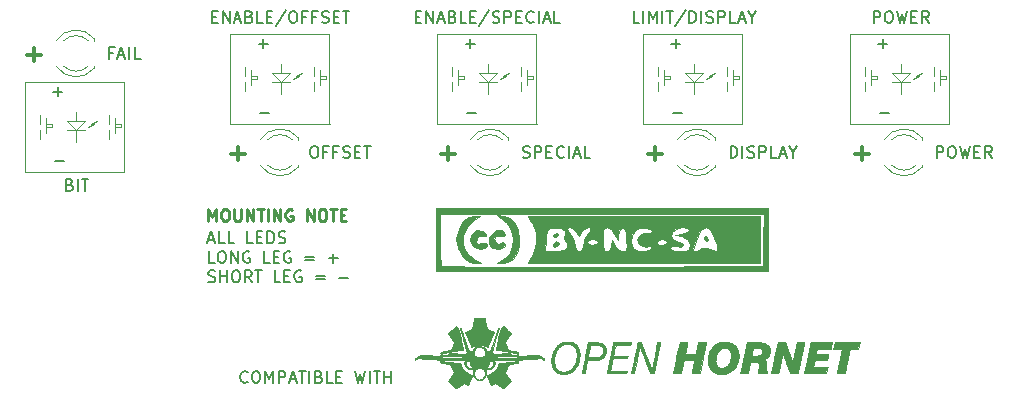
<source format=gbr>
G04 #@! TF.GenerationSoftware,KiCad,Pcbnew,(5.1.5-0-10_14)*
G04 #@! TF.CreationDate,2021-10-24T14:20:49+10:00*
G04 #@! TF.ProjectId,RWR_Control_Panel,5257525f-436f-46e7-9472-6f6c5f50616e,-*
G04 #@! TF.SameCoordinates,Original*
G04 #@! TF.FileFunction,Legend,Top*
G04 #@! TF.FilePolarity,Positive*
%FSLAX46Y46*%
G04 Gerber Fmt 4.6, Leading zero omitted, Abs format (unit mm)*
G04 Created by KiCad (PCBNEW (5.1.5-0-10_14)) date 2021-10-24 14:20:49*
%MOMM*%
%LPD*%
G04 APERTURE LIST*
%ADD10C,0.150000*%
%ADD11C,0.250000*%
%ADD12C,0.300000*%
%ADD13C,0.010000*%
%ADD14C,0.120000*%
G04 APERTURE END LIST*
D10*
X123255726Y-102815416D02*
X123731916Y-102815416D01*
X123160488Y-103101130D02*
X123493821Y-102101130D01*
X123827154Y-103101130D01*
X124636678Y-103101130D02*
X124160488Y-103101130D01*
X124160488Y-102101130D01*
X125446202Y-103101130D02*
X124970011Y-103101130D01*
X124970011Y-102101130D01*
X127017630Y-103101130D02*
X126541440Y-103101130D01*
X126541440Y-102101130D01*
X127350964Y-102577321D02*
X127684297Y-102577321D01*
X127827154Y-103101130D02*
X127350964Y-103101130D01*
X127350964Y-102101130D01*
X127827154Y-102101130D01*
X128255726Y-103101130D02*
X128255726Y-102101130D01*
X128493821Y-102101130D01*
X128636678Y-102148750D01*
X128731916Y-102243988D01*
X128779535Y-102339226D01*
X128827154Y-102529702D01*
X128827154Y-102672559D01*
X128779535Y-102863035D01*
X128731916Y-102958273D01*
X128636678Y-103053511D01*
X128493821Y-103101130D01*
X128255726Y-103101130D01*
X129208107Y-103053511D02*
X129350964Y-103101130D01*
X129589059Y-103101130D01*
X129684297Y-103053511D01*
X129731916Y-103005892D01*
X129779535Y-102910654D01*
X129779535Y-102815416D01*
X129731916Y-102720178D01*
X129684297Y-102672559D01*
X129589059Y-102624940D01*
X129398583Y-102577321D01*
X129303345Y-102529702D01*
X129255726Y-102482083D01*
X129208107Y-102386845D01*
X129208107Y-102291607D01*
X129255726Y-102196369D01*
X129303345Y-102148750D01*
X129398583Y-102101130D01*
X129636678Y-102101130D01*
X129779535Y-102148750D01*
X123779535Y-104751130D02*
X123303345Y-104751130D01*
X123303345Y-103751130D01*
X124303345Y-103751130D02*
X124493821Y-103751130D01*
X124589059Y-103798750D01*
X124684297Y-103893988D01*
X124731916Y-104084464D01*
X124731916Y-104417797D01*
X124684297Y-104608273D01*
X124589059Y-104703511D01*
X124493821Y-104751130D01*
X124303345Y-104751130D01*
X124208107Y-104703511D01*
X124112869Y-104608273D01*
X124065250Y-104417797D01*
X124065250Y-104084464D01*
X124112869Y-103893988D01*
X124208107Y-103798750D01*
X124303345Y-103751130D01*
X125160488Y-104751130D02*
X125160488Y-103751130D01*
X125731916Y-104751130D01*
X125731916Y-103751130D01*
X126731916Y-103798750D02*
X126636678Y-103751130D01*
X126493821Y-103751130D01*
X126350964Y-103798750D01*
X126255726Y-103893988D01*
X126208107Y-103989226D01*
X126160488Y-104179702D01*
X126160488Y-104322559D01*
X126208107Y-104513035D01*
X126255726Y-104608273D01*
X126350964Y-104703511D01*
X126493821Y-104751130D01*
X126589059Y-104751130D01*
X126731916Y-104703511D01*
X126779535Y-104655892D01*
X126779535Y-104322559D01*
X126589059Y-104322559D01*
X128446202Y-104751130D02*
X127970011Y-104751130D01*
X127970011Y-103751130D01*
X128779535Y-104227321D02*
X129112869Y-104227321D01*
X129255726Y-104751130D02*
X128779535Y-104751130D01*
X128779535Y-103751130D01*
X129255726Y-103751130D01*
X130208107Y-103798750D02*
X130112869Y-103751130D01*
X129970011Y-103751130D01*
X129827154Y-103798750D01*
X129731916Y-103893988D01*
X129684297Y-103989226D01*
X129636678Y-104179702D01*
X129636678Y-104322559D01*
X129684297Y-104513035D01*
X129731916Y-104608273D01*
X129827154Y-104703511D01*
X129970011Y-104751130D01*
X130065250Y-104751130D01*
X130208107Y-104703511D01*
X130255726Y-104655892D01*
X130255726Y-104322559D01*
X130065250Y-104322559D01*
X131446202Y-104227321D02*
X132208107Y-104227321D01*
X132208107Y-104513035D02*
X131446202Y-104513035D01*
X133446202Y-104370178D02*
X134208107Y-104370178D01*
X133827154Y-104751130D02*
X133827154Y-103989226D01*
X123255726Y-106353511D02*
X123398583Y-106401130D01*
X123636678Y-106401130D01*
X123731916Y-106353511D01*
X123779535Y-106305892D01*
X123827154Y-106210654D01*
X123827154Y-106115416D01*
X123779535Y-106020178D01*
X123731916Y-105972559D01*
X123636678Y-105924940D01*
X123446202Y-105877321D01*
X123350964Y-105829702D01*
X123303345Y-105782083D01*
X123255726Y-105686845D01*
X123255726Y-105591607D01*
X123303345Y-105496369D01*
X123350964Y-105448750D01*
X123446202Y-105401130D01*
X123684297Y-105401130D01*
X123827154Y-105448750D01*
X124255726Y-106401130D02*
X124255726Y-105401130D01*
X124255726Y-105877321D02*
X124827154Y-105877321D01*
X124827154Y-106401130D02*
X124827154Y-105401130D01*
X125493821Y-105401130D02*
X125684297Y-105401130D01*
X125779535Y-105448750D01*
X125874773Y-105543988D01*
X125922392Y-105734464D01*
X125922392Y-106067797D01*
X125874773Y-106258273D01*
X125779535Y-106353511D01*
X125684297Y-106401130D01*
X125493821Y-106401130D01*
X125398583Y-106353511D01*
X125303345Y-106258273D01*
X125255726Y-106067797D01*
X125255726Y-105734464D01*
X125303345Y-105543988D01*
X125398583Y-105448750D01*
X125493821Y-105401130D01*
X126922392Y-106401130D02*
X126589059Y-105924940D01*
X126350964Y-106401130D02*
X126350964Y-105401130D01*
X126731916Y-105401130D01*
X126827154Y-105448750D01*
X126874773Y-105496369D01*
X126922392Y-105591607D01*
X126922392Y-105734464D01*
X126874773Y-105829702D01*
X126827154Y-105877321D01*
X126731916Y-105924940D01*
X126350964Y-105924940D01*
X127208107Y-105401130D02*
X127779535Y-105401130D01*
X127493821Y-106401130D02*
X127493821Y-105401130D01*
X129350964Y-106401130D02*
X128874773Y-106401130D01*
X128874773Y-105401130D01*
X129684297Y-105877321D02*
X130017630Y-105877321D01*
X130160488Y-106401130D02*
X129684297Y-106401130D01*
X129684297Y-105401130D01*
X130160488Y-105401130D01*
X131112869Y-105448750D02*
X131017630Y-105401130D01*
X130874773Y-105401130D01*
X130731916Y-105448750D01*
X130636678Y-105543988D01*
X130589059Y-105639226D01*
X130541440Y-105829702D01*
X130541440Y-105972559D01*
X130589059Y-106163035D01*
X130636678Y-106258273D01*
X130731916Y-106353511D01*
X130874773Y-106401130D01*
X130970011Y-106401130D01*
X131112869Y-106353511D01*
X131160488Y-106305892D01*
X131160488Y-105972559D01*
X130970011Y-105972559D01*
X132350964Y-105877321D02*
X133112869Y-105877321D01*
X133112869Y-106163035D02*
X132350964Y-106163035D01*
X134350964Y-106020178D02*
X135112869Y-106020178D01*
D11*
X123254226Y-101195130D02*
X123254226Y-100195130D01*
X123587559Y-100909416D01*
X123920892Y-100195130D01*
X123920892Y-101195130D01*
X124587559Y-100195130D02*
X124778035Y-100195130D01*
X124873273Y-100242750D01*
X124968511Y-100337988D01*
X125016130Y-100528464D01*
X125016130Y-100861797D01*
X124968511Y-101052273D01*
X124873273Y-101147511D01*
X124778035Y-101195130D01*
X124587559Y-101195130D01*
X124492321Y-101147511D01*
X124397083Y-101052273D01*
X124349464Y-100861797D01*
X124349464Y-100528464D01*
X124397083Y-100337988D01*
X124492321Y-100242750D01*
X124587559Y-100195130D01*
X125444702Y-100195130D02*
X125444702Y-101004654D01*
X125492321Y-101099892D01*
X125539940Y-101147511D01*
X125635178Y-101195130D01*
X125825654Y-101195130D01*
X125920892Y-101147511D01*
X125968511Y-101099892D01*
X126016130Y-101004654D01*
X126016130Y-100195130D01*
X126492321Y-101195130D02*
X126492321Y-100195130D01*
X127063750Y-101195130D01*
X127063750Y-100195130D01*
X127397083Y-100195130D02*
X127968511Y-100195130D01*
X127682797Y-101195130D02*
X127682797Y-100195130D01*
X128301845Y-101195130D02*
X128301845Y-100195130D01*
X128778035Y-101195130D02*
X128778035Y-100195130D01*
X129349464Y-101195130D01*
X129349464Y-100195130D01*
X130349464Y-100242750D02*
X130254226Y-100195130D01*
X130111369Y-100195130D01*
X129968511Y-100242750D01*
X129873273Y-100337988D01*
X129825654Y-100433226D01*
X129778035Y-100623702D01*
X129778035Y-100766559D01*
X129825654Y-100957035D01*
X129873273Y-101052273D01*
X129968511Y-101147511D01*
X130111369Y-101195130D01*
X130206607Y-101195130D01*
X130349464Y-101147511D01*
X130397083Y-101099892D01*
X130397083Y-100766559D01*
X130206607Y-100766559D01*
X131587559Y-101195130D02*
X131587559Y-100195130D01*
X132158988Y-101195130D01*
X132158988Y-100195130D01*
X132825654Y-100195130D02*
X133016130Y-100195130D01*
X133111369Y-100242750D01*
X133206607Y-100337988D01*
X133254226Y-100528464D01*
X133254226Y-100861797D01*
X133206607Y-101052273D01*
X133111369Y-101147511D01*
X133016130Y-101195130D01*
X132825654Y-101195130D01*
X132730416Y-101147511D01*
X132635178Y-101052273D01*
X132587559Y-100861797D01*
X132587559Y-100528464D01*
X132635178Y-100337988D01*
X132730416Y-100242750D01*
X132825654Y-100195130D01*
X133539940Y-100195130D02*
X134111369Y-100195130D01*
X133825654Y-101195130D02*
X133825654Y-100195130D01*
X134444702Y-100671321D02*
X134778035Y-100671321D01*
X134920892Y-101195130D02*
X134444702Y-101195130D01*
X134444702Y-100195130D01*
X134920892Y-100195130D01*
D10*
X126580035Y-114815892D02*
X126532416Y-114863511D01*
X126389559Y-114911130D01*
X126294321Y-114911130D01*
X126151464Y-114863511D01*
X126056226Y-114768273D01*
X126008607Y-114673035D01*
X125960988Y-114482559D01*
X125960988Y-114339702D01*
X126008607Y-114149226D01*
X126056226Y-114053988D01*
X126151464Y-113958750D01*
X126294321Y-113911130D01*
X126389559Y-113911130D01*
X126532416Y-113958750D01*
X126580035Y-114006369D01*
X127199083Y-113911130D02*
X127389559Y-113911130D01*
X127484797Y-113958750D01*
X127580035Y-114053988D01*
X127627654Y-114244464D01*
X127627654Y-114577797D01*
X127580035Y-114768273D01*
X127484797Y-114863511D01*
X127389559Y-114911130D01*
X127199083Y-114911130D01*
X127103845Y-114863511D01*
X127008607Y-114768273D01*
X126960988Y-114577797D01*
X126960988Y-114244464D01*
X127008607Y-114053988D01*
X127103845Y-113958750D01*
X127199083Y-113911130D01*
X128056226Y-114911130D02*
X128056226Y-113911130D01*
X128389559Y-114625416D01*
X128722892Y-113911130D01*
X128722892Y-114911130D01*
X129199083Y-114911130D02*
X129199083Y-113911130D01*
X129580035Y-113911130D01*
X129675273Y-113958750D01*
X129722892Y-114006369D01*
X129770511Y-114101607D01*
X129770511Y-114244464D01*
X129722892Y-114339702D01*
X129675273Y-114387321D01*
X129580035Y-114434940D01*
X129199083Y-114434940D01*
X130151464Y-114625416D02*
X130627654Y-114625416D01*
X130056226Y-114911130D02*
X130389559Y-113911130D01*
X130722892Y-114911130D01*
X130913369Y-113911130D02*
X131484797Y-113911130D01*
X131199083Y-114911130D02*
X131199083Y-113911130D01*
X131818130Y-114911130D02*
X131818130Y-113911130D01*
X132627654Y-114387321D02*
X132770511Y-114434940D01*
X132818130Y-114482559D01*
X132865750Y-114577797D01*
X132865750Y-114720654D01*
X132818130Y-114815892D01*
X132770511Y-114863511D01*
X132675273Y-114911130D01*
X132294321Y-114911130D01*
X132294321Y-113911130D01*
X132627654Y-113911130D01*
X132722892Y-113958750D01*
X132770511Y-114006369D01*
X132818130Y-114101607D01*
X132818130Y-114196845D01*
X132770511Y-114292083D01*
X132722892Y-114339702D01*
X132627654Y-114387321D01*
X132294321Y-114387321D01*
X133770511Y-114911130D02*
X133294321Y-114911130D01*
X133294321Y-113911130D01*
X134103845Y-114387321D02*
X134437178Y-114387321D01*
X134580035Y-114911130D02*
X134103845Y-114911130D01*
X134103845Y-113911130D01*
X134580035Y-113911130D01*
X135675273Y-113911130D02*
X135913369Y-114911130D01*
X136103845Y-114196845D01*
X136294321Y-114911130D01*
X136532416Y-113911130D01*
X136913369Y-114911130D02*
X136913369Y-113911130D01*
X137246702Y-113911130D02*
X137818130Y-113911130D01*
X137532416Y-114911130D02*
X137532416Y-113911130D01*
X138151464Y-114911130D02*
X138151464Y-113911130D01*
X138151464Y-114387321D02*
X138722892Y-114387321D01*
X138722892Y-114911130D02*
X138722892Y-113911130D01*
D12*
X107918321Y-87133892D02*
X109061178Y-87133892D01*
X108489750Y-87705321D02*
X108489750Y-86562464D01*
X125190321Y-95515892D02*
X126333178Y-95515892D01*
X125761750Y-96087321D02*
X125761750Y-94944464D01*
X142970321Y-95515892D02*
X144113178Y-95515892D01*
X143541750Y-96087321D02*
X143541750Y-94944464D01*
X160496321Y-95515892D02*
X161639178Y-95515892D01*
X161067750Y-96087321D02*
X161067750Y-94944464D01*
X178022321Y-95515892D02*
X179165178Y-95515892D01*
X178593750Y-96087321D02*
X178593750Y-94944464D01*
D13*
G36*
X165410982Y-102522432D02*
G01*
X165572777Y-102737484D01*
X165579194Y-102784678D01*
X165450891Y-102938432D01*
X165410982Y-102942962D01*
X165263357Y-102806044D01*
X165242770Y-102680717D01*
X165324317Y-102506608D01*
X165410982Y-102522432D01*
G37*
X165410982Y-102522432D02*
X165572777Y-102737484D01*
X165579194Y-102784678D01*
X165450891Y-102938432D01*
X165410982Y-102942962D01*
X165263357Y-102806044D01*
X165242770Y-102680717D01*
X165324317Y-102506608D01*
X165410982Y-102522432D01*
G36*
X152895018Y-102351662D02*
G01*
X152879194Y-102438326D01*
X152664142Y-102600122D01*
X152616948Y-102606538D01*
X152463194Y-102478236D01*
X152458664Y-102438326D01*
X152595582Y-102290701D01*
X152720909Y-102270114D01*
X152895018Y-102351662D01*
G37*
X152895018Y-102351662D02*
X152879194Y-102438326D01*
X152664142Y-102600122D01*
X152616948Y-102606538D01*
X152463194Y-102478236D01*
X152458664Y-102438326D01*
X152595582Y-102290701D01*
X152720909Y-102270114D01*
X152895018Y-102351662D01*
G36*
X152921183Y-103040767D02*
G01*
X152924751Y-103142714D01*
X152757322Y-103364849D01*
X152555759Y-103393092D01*
X152458664Y-103209298D01*
X152594100Y-102977578D01*
X152724999Y-102942962D01*
X152921183Y-103040767D01*
G37*
X152921183Y-103040767D02*
X152924751Y-103142714D01*
X152757322Y-103364849D01*
X152555759Y-103393092D01*
X152458664Y-103209298D01*
X152594100Y-102977578D01*
X152724999Y-102942962D01*
X152921183Y-103040767D01*
G36*
X148036209Y-101985461D02*
G01*
X148232863Y-102085672D01*
X148383827Y-102293662D01*
X148277520Y-102466112D01*
X147986903Y-102503242D01*
X147935759Y-102491986D01*
X147599396Y-102518504D01*
X147468987Y-102744832D01*
X147588355Y-103036511D01*
X147830939Y-103188301D01*
X148008390Y-103105080D01*
X148240769Y-103022198D01*
X148344047Y-103121813D01*
X148346949Y-103352521D01*
X148121143Y-103524524D01*
X147773690Y-103600045D01*
X147411654Y-103541309D01*
X147308819Y-103487075D01*
X147033870Y-103131356D01*
X147012274Y-102678720D01*
X147235490Y-102278719D01*
X147648114Y-101981447D01*
X148036209Y-101985461D01*
G37*
X148036209Y-101985461D02*
X148232863Y-102085672D01*
X148383827Y-102293662D01*
X148277520Y-102466112D01*
X147986903Y-102503242D01*
X147935759Y-102491986D01*
X147599396Y-102518504D01*
X147468987Y-102744832D01*
X147588355Y-103036511D01*
X147830939Y-103188301D01*
X148008390Y-103105080D01*
X148240769Y-103022198D01*
X148344047Y-103121813D01*
X148346949Y-103352521D01*
X148121143Y-103524524D01*
X147773690Y-103600045D01*
X147411654Y-103541309D01*
X147308819Y-103487075D01*
X147033870Y-103131356D01*
X147012274Y-102678720D01*
X147235490Y-102278719D01*
X147648114Y-101981447D01*
X148036209Y-101985461D01*
G36*
X146371510Y-102022734D02*
G01*
X146497309Y-102075929D01*
X146787767Y-102286840D01*
X146798866Y-102462659D01*
X146550444Y-102515007D01*
X146404911Y-102487556D01*
X146077349Y-102522832D01*
X145969643Y-102663505D01*
X145933971Y-103021815D01*
X146120585Y-103179988D01*
X146403035Y-103111174D01*
X146700218Y-103052500D01*
X146869152Y-103170950D01*
X146826037Y-103372978D01*
X146718956Y-103463829D01*
X146221064Y-103605427D01*
X145749380Y-103431813D01*
X145658096Y-103351477D01*
X145416032Y-102919197D01*
X145500236Y-102467796D01*
X145730870Y-102185390D01*
X146043162Y-101982555D01*
X146371510Y-102022734D01*
G37*
X146371510Y-102022734D02*
X146497309Y-102075929D01*
X146787767Y-102286840D01*
X146798866Y-102462659D01*
X146550444Y-102515007D01*
X146404911Y-102487556D01*
X146077349Y-102522832D01*
X145969643Y-102663505D01*
X145933971Y-103021815D01*
X146120585Y-103179988D01*
X146403035Y-103111174D01*
X146700218Y-103052500D01*
X146869152Y-103170950D01*
X146826037Y-103372978D01*
X146718956Y-103463829D01*
X146221064Y-103605427D01*
X145749380Y-103431813D01*
X145658096Y-103351477D01*
X145416032Y-102919197D01*
X145500236Y-102467796D01*
X145730870Y-102185390D01*
X146043162Y-101982555D01*
X146371510Y-102022734D01*
G36*
X169952703Y-104793293D02*
G01*
X150317666Y-104793293D01*
X150726533Y-103994287D01*
X150797082Y-103784022D01*
X151769027Y-103784022D01*
X152436512Y-103784022D01*
X152937051Y-103759119D01*
X153321126Y-103697646D01*
X153370072Y-103681919D01*
X153579863Y-103460594D01*
X153631435Y-103132127D01*
X153497847Y-102877528D01*
X153490494Y-102872798D01*
X153407925Y-102658733D01*
X153424515Y-102365990D01*
X153418549Y-102033971D01*
X153207374Y-101891638D01*
X153639888Y-101891638D01*
X153736824Y-102100427D01*
X153965555Y-102429330D01*
X153972571Y-102438326D01*
X154213922Y-102892647D01*
X154305255Y-103321439D01*
X154373261Y-103672254D01*
X154607678Y-103783110D01*
X154645419Y-103784022D01*
X154901282Y-103694413D01*
X154984501Y-103373322D01*
X154985583Y-103321439D01*
X155058972Y-102999374D01*
X155322435Y-102999374D01*
X155437503Y-103174340D01*
X155714496Y-103258615D01*
X156060715Y-103185063D01*
X156281912Y-102997012D01*
X156286327Y-102985015D01*
X156198709Y-102824934D01*
X155836920Y-102774750D01*
X156663962Y-102774750D01*
X156676849Y-103339719D01*
X156731900Y-103645016D01*
X156853703Y-103766933D01*
X156989213Y-103784022D01*
X157262694Y-103660417D01*
X157375075Y-103321439D01*
X157435687Y-102858856D01*
X157665567Y-103321439D01*
X157987490Y-103702202D01*
X158297370Y-103784022D01*
X158522487Y-103761867D01*
X158636308Y-103641789D01*
X158668106Y-103343369D01*
X158652063Y-102906112D01*
X159019674Y-102906112D01*
X159106923Y-103355728D01*
X159313299Y-103606661D01*
X159682655Y-103720867D01*
X160144952Y-103737934D01*
X160566407Y-103668066D01*
X160813234Y-103521468D01*
X160827721Y-103491153D01*
X160819825Y-103471309D01*
X162375844Y-103471309D01*
X162495308Y-103671880D01*
X162751639Y-103760298D01*
X163174858Y-103782542D01*
X163617317Y-103745107D01*
X163888469Y-103666867D01*
X164325048Y-103666867D01*
X164379779Y-103767287D01*
X164555763Y-103784013D01*
X164572377Y-103784022D01*
X164844380Y-103713116D01*
X164906346Y-103615810D01*
X165041185Y-103476455D01*
X165364183Y-103462405D01*
X165753060Y-103569313D01*
X165910250Y-103651495D01*
X166223717Y-103781073D01*
X166349496Y-103654324D01*
X166289261Y-103262179D01*
X166086283Y-102696689D01*
X165802242Y-102102937D01*
X165547254Y-101809992D01*
X165401372Y-101765479D01*
X165207340Y-101778829D01*
X165064328Y-101863525D01*
X164924442Y-102086531D01*
X164739785Y-102514813D01*
X164583079Y-102909582D01*
X164392503Y-103406412D01*
X164325048Y-103666867D01*
X163888469Y-103666867D01*
X163931367Y-103654489D01*
X163987089Y-103606249D01*
X164059717Y-103213396D01*
X163870221Y-102828165D01*
X163478884Y-102554288D01*
X163352568Y-102514379D01*
X162803697Y-102379293D01*
X163350386Y-102314046D01*
X163777480Y-102187898D01*
X163908895Y-102000701D01*
X163747786Y-101833100D01*
X163328929Y-101765479D01*
X162811137Y-101869143D01*
X162501107Y-102125277D01*
X162415886Y-102451596D01*
X162572520Y-102765812D01*
X162988056Y-102985640D01*
X163072141Y-103005062D01*
X163408344Y-103127420D01*
X163473495Y-103284219D01*
X163471679Y-103287258D01*
X163236489Y-103387814D01*
X162871789Y-103359975D01*
X162501438Y-103341415D01*
X162375844Y-103471309D01*
X160819825Y-103471309D01*
X160774141Y-103356503D01*
X160451251Y-103371679D01*
X160410772Y-103379494D01*
X159931471Y-103356565D01*
X159633291Y-103110284D01*
X159622822Y-103027068D01*
X161205684Y-103027068D01*
X161351911Y-103230001D01*
X161626213Y-103279386D01*
X161964436Y-103191650D01*
X162046743Y-103027068D01*
X161900516Y-102824135D01*
X161626213Y-102774750D01*
X161287991Y-102862486D01*
X161205684Y-103027068D01*
X159622822Y-103027068D01*
X159582071Y-102703157D01*
X159605108Y-102614610D01*
X159780635Y-102365489D01*
X160153897Y-102274008D01*
X160305871Y-102270114D01*
X160726459Y-102220828D01*
X160831578Y-102071238D01*
X160828270Y-102059850D01*
X160611103Y-101870876D01*
X160208761Y-101796501D01*
X159753256Y-101839192D01*
X159376599Y-102001414D01*
X159339618Y-102032036D01*
X159098002Y-102419283D01*
X159019674Y-102906112D01*
X158652063Y-102906112D01*
X158648846Y-102818438D01*
X158594445Y-102236463D01*
X158493173Y-101920349D01*
X158322235Y-101800394D01*
X158315442Y-101799030D01*
X158103359Y-101853101D01*
X157995633Y-102161594D01*
X157978601Y-102302032D01*
X157924718Y-102858856D01*
X157626444Y-102312167D01*
X157315954Y-101911941D01*
X156996066Y-101765479D01*
X156810428Y-101803482D01*
X156710116Y-101968628D01*
X156669890Y-102337624D01*
X156663962Y-102774750D01*
X155836920Y-102774750D01*
X155429251Y-102833387D01*
X155322435Y-102999374D01*
X155058972Y-102999374D01*
X155093055Y-102849806D01*
X155318266Y-102438326D01*
X155588624Y-102043445D01*
X155615649Y-101834072D01*
X155401987Y-101766204D01*
X155358729Y-101765479D01*
X155047291Y-101896855D01*
X154840983Y-102120613D01*
X154619198Y-102475748D01*
X154370452Y-102120613D01*
X154115498Y-101877236D01*
X153840596Y-101761734D01*
X153660027Y-101809924D01*
X153639888Y-101891638D01*
X153207374Y-101891638D01*
X153173257Y-101868643D01*
X153082642Y-101843398D01*
X152586228Y-101781246D01*
X152265508Y-101793590D01*
X152038953Y-101860062D01*
X151911843Y-102034267D01*
X151847243Y-102400937D01*
X151819475Y-102816803D01*
X151769027Y-103784022D01*
X150797082Y-103784022D01*
X151023004Y-103110684D01*
X150990744Y-102237424D01*
X150628290Y-101341989D01*
X150605516Y-101302896D01*
X150283255Y-100756207D01*
X169952703Y-100756207D01*
X169952703Y-104793293D01*
G37*
X169952703Y-104793293D02*
X150317666Y-104793293D01*
X150726533Y-103994287D01*
X150797082Y-103784022D01*
X151769027Y-103784022D01*
X152436512Y-103784022D01*
X152937051Y-103759119D01*
X153321126Y-103697646D01*
X153370072Y-103681919D01*
X153579863Y-103460594D01*
X153631435Y-103132127D01*
X153497847Y-102877528D01*
X153490494Y-102872798D01*
X153407925Y-102658733D01*
X153424515Y-102365990D01*
X153418549Y-102033971D01*
X153207374Y-101891638D01*
X153639888Y-101891638D01*
X153736824Y-102100427D01*
X153965555Y-102429330D01*
X153972571Y-102438326D01*
X154213922Y-102892647D01*
X154305255Y-103321439D01*
X154373261Y-103672254D01*
X154607678Y-103783110D01*
X154645419Y-103784022D01*
X154901282Y-103694413D01*
X154984501Y-103373322D01*
X154985583Y-103321439D01*
X155058972Y-102999374D01*
X155322435Y-102999374D01*
X155437503Y-103174340D01*
X155714496Y-103258615D01*
X156060715Y-103185063D01*
X156281912Y-102997012D01*
X156286327Y-102985015D01*
X156198709Y-102824934D01*
X155836920Y-102774750D01*
X156663962Y-102774750D01*
X156676849Y-103339719D01*
X156731900Y-103645016D01*
X156853703Y-103766933D01*
X156989213Y-103784022D01*
X157262694Y-103660417D01*
X157375075Y-103321439D01*
X157435687Y-102858856D01*
X157665567Y-103321439D01*
X157987490Y-103702202D01*
X158297370Y-103784022D01*
X158522487Y-103761867D01*
X158636308Y-103641789D01*
X158668106Y-103343369D01*
X158652063Y-102906112D01*
X159019674Y-102906112D01*
X159106923Y-103355728D01*
X159313299Y-103606661D01*
X159682655Y-103720867D01*
X160144952Y-103737934D01*
X160566407Y-103668066D01*
X160813234Y-103521468D01*
X160827721Y-103491153D01*
X160819825Y-103471309D01*
X162375844Y-103471309D01*
X162495308Y-103671880D01*
X162751639Y-103760298D01*
X163174858Y-103782542D01*
X163617317Y-103745107D01*
X163888469Y-103666867D01*
X164325048Y-103666867D01*
X164379779Y-103767287D01*
X164555763Y-103784013D01*
X164572377Y-103784022D01*
X164844380Y-103713116D01*
X164906346Y-103615810D01*
X165041185Y-103476455D01*
X165364183Y-103462405D01*
X165753060Y-103569313D01*
X165910250Y-103651495D01*
X166223717Y-103781073D01*
X166349496Y-103654324D01*
X166289261Y-103262179D01*
X166086283Y-102696689D01*
X165802242Y-102102937D01*
X165547254Y-101809992D01*
X165401372Y-101765479D01*
X165207340Y-101778829D01*
X165064328Y-101863525D01*
X164924442Y-102086531D01*
X164739785Y-102514813D01*
X164583079Y-102909582D01*
X164392503Y-103406412D01*
X164325048Y-103666867D01*
X163888469Y-103666867D01*
X163931367Y-103654489D01*
X163987089Y-103606249D01*
X164059717Y-103213396D01*
X163870221Y-102828165D01*
X163478884Y-102554288D01*
X163352568Y-102514379D01*
X162803697Y-102379293D01*
X163350386Y-102314046D01*
X163777480Y-102187898D01*
X163908895Y-102000701D01*
X163747786Y-101833100D01*
X163328929Y-101765479D01*
X162811137Y-101869143D01*
X162501107Y-102125277D01*
X162415886Y-102451596D01*
X162572520Y-102765812D01*
X162988056Y-102985640D01*
X163072141Y-103005062D01*
X163408344Y-103127420D01*
X163473495Y-103284219D01*
X163471679Y-103287258D01*
X163236489Y-103387814D01*
X162871789Y-103359975D01*
X162501438Y-103341415D01*
X162375844Y-103471309D01*
X160819825Y-103471309D01*
X160774141Y-103356503D01*
X160451251Y-103371679D01*
X160410772Y-103379494D01*
X159931471Y-103356565D01*
X159633291Y-103110284D01*
X159622822Y-103027068D01*
X161205684Y-103027068D01*
X161351911Y-103230001D01*
X161626213Y-103279386D01*
X161964436Y-103191650D01*
X162046743Y-103027068D01*
X161900516Y-102824135D01*
X161626213Y-102774750D01*
X161287991Y-102862486D01*
X161205684Y-103027068D01*
X159622822Y-103027068D01*
X159582071Y-102703157D01*
X159605108Y-102614610D01*
X159780635Y-102365489D01*
X160153897Y-102274008D01*
X160305871Y-102270114D01*
X160726459Y-102220828D01*
X160831578Y-102071238D01*
X160828270Y-102059850D01*
X160611103Y-101870876D01*
X160208761Y-101796501D01*
X159753256Y-101839192D01*
X159376599Y-102001414D01*
X159339618Y-102032036D01*
X159098002Y-102419283D01*
X159019674Y-102906112D01*
X158652063Y-102906112D01*
X158648846Y-102818438D01*
X158594445Y-102236463D01*
X158493173Y-101920349D01*
X158322235Y-101800394D01*
X158315442Y-101799030D01*
X158103359Y-101853101D01*
X157995633Y-102161594D01*
X157978601Y-102302032D01*
X157924718Y-102858856D01*
X157626444Y-102312167D01*
X157315954Y-101911941D01*
X156996066Y-101765479D01*
X156810428Y-101803482D01*
X156710116Y-101968628D01*
X156669890Y-102337624D01*
X156663962Y-102774750D01*
X155836920Y-102774750D01*
X155429251Y-102833387D01*
X155322435Y-102999374D01*
X155058972Y-102999374D01*
X155093055Y-102849806D01*
X155318266Y-102438326D01*
X155588624Y-102043445D01*
X155615649Y-101834072D01*
X155401987Y-101766204D01*
X155358729Y-101765479D01*
X155047291Y-101896855D01*
X154840983Y-102120613D01*
X154619198Y-102475748D01*
X154370452Y-102120613D01*
X154115498Y-101877236D01*
X153840596Y-101761734D01*
X153660027Y-101809924D01*
X153639888Y-101891638D01*
X153207374Y-101891638D01*
X153173257Y-101868643D01*
X153082642Y-101843398D01*
X152586228Y-101781246D01*
X152265508Y-101793590D01*
X152038953Y-101860062D01*
X151911843Y-102034267D01*
X151847243Y-102400937D01*
X151819475Y-102816803D01*
X151769027Y-103784022D01*
X150797082Y-103784022D01*
X151023004Y-103110684D01*
X150990744Y-102237424D01*
X150628290Y-101341989D01*
X150605516Y-101302896D01*
X150283255Y-100756207D01*
X169952703Y-100756207D01*
X169952703Y-104793293D01*
G36*
X148247996Y-100794800D02*
G01*
X148812674Y-100982650D01*
X149225286Y-101398794D01*
X149485831Y-101972087D01*
X149594311Y-102631381D01*
X149550725Y-103305530D01*
X149355074Y-103923386D01*
X149007356Y-104413803D01*
X148507572Y-104705633D01*
X148247996Y-104752195D01*
X147664624Y-104795203D01*
X148125092Y-104537666D01*
X148681093Y-104055153D01*
X148996800Y-103417077D01*
X149072632Y-102702902D01*
X148909012Y-101992092D01*
X148506358Y-101364111D01*
X148106550Y-101031492D01*
X147664624Y-100749287D01*
X148247996Y-100794800D01*
G37*
X148247996Y-100794800D02*
X148812674Y-100982650D01*
X149225286Y-101398794D01*
X149485831Y-101972087D01*
X149594311Y-102631381D01*
X149550725Y-103305530D01*
X149355074Y-103923386D01*
X149007356Y-104413803D01*
X148507572Y-104705633D01*
X148247996Y-104752195D01*
X147664624Y-104795203D01*
X148125092Y-104537666D01*
X148681093Y-104055153D01*
X148996800Y-103417077D01*
X149072632Y-102702902D01*
X148909012Y-101992092D01*
X148506358Y-101364111D01*
X148106550Y-101031492D01*
X147664624Y-100749287D01*
X148247996Y-100794800D01*
G36*
X145713010Y-101140168D02*
G01*
X145138893Y-101700748D01*
X144837633Y-102389863D01*
X144833261Y-103134400D01*
X144941977Y-103485968D01*
X145278168Y-104015622D01*
X145736401Y-104436425D01*
X145762118Y-104452557D01*
X146318929Y-104792036D01*
X145787193Y-104792664D01*
X145282211Y-104679096D01*
X144837049Y-104296038D01*
X144834225Y-104292687D01*
X144383073Y-103523031D01*
X144251207Y-102702783D01*
X144438628Y-101887356D01*
X144834225Y-101256813D01*
X145292815Y-100865491D01*
X145770016Y-100756207D01*
X146284574Y-100756207D01*
X145713010Y-101140168D01*
G37*
X145713010Y-101140168D02*
X145138893Y-101700748D01*
X144837633Y-102389863D01*
X144833261Y-103134400D01*
X144941977Y-103485968D01*
X145278168Y-104015622D01*
X145736401Y-104436425D01*
X145762118Y-104452557D01*
X146318929Y-104792036D01*
X145787193Y-104792664D01*
X145282211Y-104679096D01*
X144837049Y-104296038D01*
X144834225Y-104292687D01*
X144383073Y-103523031D01*
X144251207Y-102702783D01*
X144438628Y-101887356D01*
X144834225Y-101256813D01*
X145292815Y-100865491D01*
X145770016Y-100756207D01*
X146284574Y-100756207D01*
X145713010Y-101140168D01*
G36*
X170625551Y-105466141D02*
G01*
X142534160Y-105466141D01*
X142534160Y-100587995D01*
X142870584Y-100587995D01*
X142870584Y-102746715D01*
X142878944Y-103567335D01*
X142901788Y-104262831D01*
X142935765Y-104765877D01*
X142977521Y-105009151D01*
X142983714Y-105018564D01*
X143165610Y-105035609D01*
X143658557Y-105050828D01*
X144437189Y-105064091D01*
X145476138Y-105075268D01*
X146750036Y-105084230D01*
X148233515Y-105090846D01*
X149901208Y-105094986D01*
X151727748Y-105096519D01*
X153687766Y-105095317D01*
X155755895Y-105091248D01*
X156650933Y-105088653D01*
X170205021Y-105045611D01*
X170251957Y-102816803D01*
X170298892Y-100587995D01*
X142870584Y-100587995D01*
X142534160Y-100587995D01*
X142534160Y-100083360D01*
X170625551Y-100083360D01*
X170625551Y-105466141D01*
G37*
X170625551Y-105466141D02*
X142534160Y-105466141D01*
X142534160Y-100587995D01*
X142870584Y-100587995D01*
X142870584Y-102746715D01*
X142878944Y-103567335D01*
X142901788Y-104262831D01*
X142935765Y-104765877D01*
X142977521Y-105009151D01*
X142983714Y-105018564D01*
X143165610Y-105035609D01*
X143658557Y-105050828D01*
X144437189Y-105064091D01*
X145476138Y-105075268D01*
X146750036Y-105084230D01*
X148233515Y-105090846D01*
X149901208Y-105094986D01*
X151727748Y-105096519D01*
X153687766Y-105095317D01*
X155755895Y-105091248D01*
X156650933Y-105088653D01*
X170205021Y-105045611D01*
X170251957Y-102816803D01*
X170298892Y-100587995D01*
X142870584Y-100587995D01*
X142534160Y-100587995D01*
X142534160Y-100083360D01*
X170625551Y-100083360D01*
X170625551Y-105466141D01*
G36*
X142924880Y-113074919D02*
G01*
X142937693Y-113076288D01*
X142957924Y-113078503D01*
X142985076Y-113081505D01*
X143018653Y-113085239D01*
X143058156Y-113089649D01*
X143103090Y-113094679D01*
X143152957Y-113100272D01*
X143207259Y-113106372D01*
X143265501Y-113112923D01*
X143327184Y-113119868D01*
X143391812Y-113127152D01*
X143458888Y-113134718D01*
X143527915Y-113142510D01*
X143598395Y-113150471D01*
X143669831Y-113158546D01*
X143741728Y-113166678D01*
X143813586Y-113174811D01*
X143884910Y-113182889D01*
X143955202Y-113190855D01*
X144023966Y-113198654D01*
X144090703Y-113206228D01*
X144154918Y-113213523D01*
X144216113Y-113220481D01*
X144273791Y-113227046D01*
X144327455Y-113233163D01*
X144376608Y-113238774D01*
X144420752Y-113243824D01*
X144459392Y-113248256D01*
X144492029Y-113252015D01*
X144518166Y-113255043D01*
X144537308Y-113257286D01*
X144548956Y-113258685D01*
X144552012Y-113259079D01*
X144563573Y-113261537D01*
X144569361Y-113265900D01*
X144571950Y-113273508D01*
X144574197Y-113279921D01*
X144579588Y-113293148D01*
X144587730Y-113312313D01*
X144598228Y-113336540D01*
X144610688Y-113364950D01*
X144624716Y-113396667D01*
X144639918Y-113430815D01*
X144655900Y-113466516D01*
X144672267Y-113502894D01*
X144688625Y-113539071D01*
X144704579Y-113574172D01*
X144719737Y-113607318D01*
X144733703Y-113637633D01*
X144746083Y-113664240D01*
X144756483Y-113686263D01*
X144764509Y-113702824D01*
X144768443Y-113710582D01*
X144789314Y-113745917D01*
X144815929Y-113784081D01*
X144846851Y-113823420D01*
X144880640Y-113862280D01*
X144915857Y-113899009D01*
X144951065Y-113931952D01*
X144984824Y-113959458D01*
X144985317Y-113959824D01*
X144992935Y-113964896D01*
X145007156Y-113973783D01*
X145027257Y-113986058D01*
X145052512Y-114001295D01*
X145082196Y-114019069D01*
X145115585Y-114038954D01*
X145151953Y-114060525D01*
X145190576Y-114083355D01*
X145230729Y-114107019D01*
X145271687Y-114131091D01*
X145312726Y-114155146D01*
X145353120Y-114178758D01*
X145392144Y-114201500D01*
X145429075Y-114222948D01*
X145463186Y-114242675D01*
X145493754Y-114260256D01*
X145520052Y-114275265D01*
X145541358Y-114287276D01*
X145556944Y-114295864D01*
X145562223Y-114298667D01*
X145581091Y-114308466D01*
X145420802Y-114695816D01*
X145392344Y-114764444D01*
X145366230Y-114827119D01*
X145342549Y-114883639D01*
X145321388Y-114933798D01*
X145302834Y-114977392D01*
X145286976Y-115014217D01*
X145273900Y-115044070D01*
X145263695Y-115066745D01*
X145256448Y-115082039D01*
X145252245Y-115089747D01*
X145251563Y-115090575D01*
X145240683Y-115096292D01*
X145231754Y-115097983D01*
X145225726Y-115096036D01*
X145213110Y-115090479D01*
X145194762Y-115081737D01*
X145171537Y-115070236D01*
X145144292Y-115056402D01*
X145113881Y-115040660D01*
X145081159Y-115023437D01*
X145070093Y-115017550D01*
X145030856Y-114996675D01*
X144998298Y-114979532D01*
X144971660Y-114965811D01*
X144950182Y-114955198D01*
X144933104Y-114947383D01*
X144919666Y-114942056D01*
X144909110Y-114938904D01*
X144900674Y-114937616D01*
X144893600Y-114937881D01*
X144887128Y-114939389D01*
X144882934Y-114940868D01*
X144878090Y-114943764D01*
X144866773Y-114951121D01*
X144849485Y-114962601D01*
X144826726Y-114977863D01*
X144798998Y-114996569D01*
X144766801Y-115018378D01*
X144730637Y-115042951D01*
X144691006Y-115069949D01*
X144648410Y-115099032D01*
X144603350Y-115129860D01*
X144556327Y-115162095D01*
X144545584Y-115169468D01*
X144489428Y-115208013D01*
X144439818Y-115242035D01*
X144396316Y-115271800D01*
X144358486Y-115297571D01*
X144325891Y-115319616D01*
X144298093Y-115338198D01*
X144274656Y-115353583D01*
X144255143Y-115366036D01*
X144239116Y-115375823D01*
X144226140Y-115383208D01*
X144215776Y-115388458D01*
X144207587Y-115391836D01*
X144201138Y-115393609D01*
X144195990Y-115394041D01*
X144191707Y-115393398D01*
X144187852Y-115391945D01*
X144183987Y-115389947D01*
X144183100Y-115389465D01*
X144178561Y-115385648D01*
X144168567Y-115376314D01*
X144153618Y-115361962D01*
X144134212Y-115343090D01*
X144110846Y-115320197D01*
X144084020Y-115293781D01*
X144054231Y-115264340D01*
X144021978Y-115232372D01*
X143987760Y-115198377D01*
X143952075Y-115162851D01*
X143915420Y-115126294D01*
X143878295Y-115089203D01*
X143841197Y-115052078D01*
X143804626Y-115015415D01*
X143769079Y-114979715D01*
X143735055Y-114945474D01*
X143703051Y-114913192D01*
X143673568Y-114883366D01*
X143647102Y-114856495D01*
X143624152Y-114833077D01*
X143605216Y-114813610D01*
X143590794Y-114798594D01*
X143581382Y-114788525D01*
X143577480Y-114783903D01*
X143577461Y-114783868D01*
X143573285Y-114774619D01*
X143571476Y-114765704D01*
X143572465Y-114755953D01*
X143576689Y-114744195D01*
X143584581Y-114729259D01*
X143596576Y-114709975D01*
X143613107Y-114685172D01*
X143615230Y-114682043D01*
X143624867Y-114667898D01*
X143638805Y-114647495D01*
X143656551Y-114621557D01*
X143677610Y-114590805D01*
X143701489Y-114555958D01*
X143727694Y-114517737D01*
X143755729Y-114476865D01*
X143785102Y-114434061D01*
X143815317Y-114390046D01*
X143842271Y-114350800D01*
X143871652Y-114307959D01*
X143899726Y-114266894D01*
X143926108Y-114228177D01*
X143950414Y-114192376D01*
X143972260Y-114160062D01*
X143991261Y-114131806D01*
X144007033Y-114108177D01*
X144019191Y-114089745D01*
X144027351Y-114077081D01*
X144031129Y-114070755D01*
X144031257Y-114070477D01*
X144035359Y-114057386D01*
X144037050Y-114045197D01*
X144035486Y-114039089D01*
X144030986Y-114025875D01*
X144023841Y-114006280D01*
X144014340Y-113981025D01*
X144002773Y-113950834D01*
X143989431Y-113916429D01*
X143974604Y-113878533D01*
X143958580Y-113837870D01*
X143941651Y-113795162D01*
X143924106Y-113751132D01*
X143906235Y-113706503D01*
X143888329Y-113661999D01*
X143870676Y-113618341D01*
X143853568Y-113576253D01*
X143837294Y-113536459D01*
X143822143Y-113499680D01*
X143808407Y-113466640D01*
X143796374Y-113438061D01*
X143786336Y-113414667D01*
X143778581Y-113397181D01*
X143773400Y-113386325D01*
X143771489Y-113383093D01*
X143762728Y-113373845D01*
X143754893Y-113367393D01*
X143753938Y-113366828D01*
X143748853Y-113365535D01*
X143736022Y-113362819D01*
X143716025Y-113358792D01*
X143689444Y-113353564D01*
X143656857Y-113347247D01*
X143618847Y-113339953D01*
X143575993Y-113331792D01*
X143528875Y-113322876D01*
X143478075Y-113313315D01*
X143424172Y-113303222D01*
X143367747Y-113292707D01*
X143344819Y-113288448D01*
X143271545Y-113274812D01*
X143206315Y-113262591D01*
X143148836Y-113251726D01*
X143098816Y-113242158D01*
X143055961Y-113233829D01*
X143019978Y-113226681D01*
X142990575Y-113220655D01*
X142967457Y-113215692D01*
X142950332Y-113211735D01*
X142938907Y-113208725D01*
X142932888Y-113206604D01*
X142932150Y-113206174D01*
X142923850Y-113199071D01*
X142918017Y-113190713D01*
X142914237Y-113179532D01*
X142912096Y-113163962D01*
X142911180Y-113142436D01*
X142911046Y-113126308D01*
X142911087Y-113104630D01*
X142911433Y-113090024D01*
X142912324Y-113081097D01*
X142913999Y-113076456D01*
X142916700Y-113074705D01*
X142919983Y-113074449D01*
X142924880Y-113074919D01*
G37*
X142924880Y-113074919D02*
X142937693Y-113076288D01*
X142957924Y-113078503D01*
X142985076Y-113081505D01*
X143018653Y-113085239D01*
X143058156Y-113089649D01*
X143103090Y-113094679D01*
X143152957Y-113100272D01*
X143207259Y-113106372D01*
X143265501Y-113112923D01*
X143327184Y-113119868D01*
X143391812Y-113127152D01*
X143458888Y-113134718D01*
X143527915Y-113142510D01*
X143598395Y-113150471D01*
X143669831Y-113158546D01*
X143741728Y-113166678D01*
X143813586Y-113174811D01*
X143884910Y-113182889D01*
X143955202Y-113190855D01*
X144023966Y-113198654D01*
X144090703Y-113206228D01*
X144154918Y-113213523D01*
X144216113Y-113220481D01*
X144273791Y-113227046D01*
X144327455Y-113233163D01*
X144376608Y-113238774D01*
X144420752Y-113243824D01*
X144459392Y-113248256D01*
X144492029Y-113252015D01*
X144518166Y-113255043D01*
X144537308Y-113257286D01*
X144548956Y-113258685D01*
X144552012Y-113259079D01*
X144563573Y-113261537D01*
X144569361Y-113265900D01*
X144571950Y-113273508D01*
X144574197Y-113279921D01*
X144579588Y-113293148D01*
X144587730Y-113312313D01*
X144598228Y-113336540D01*
X144610688Y-113364950D01*
X144624716Y-113396667D01*
X144639918Y-113430815D01*
X144655900Y-113466516D01*
X144672267Y-113502894D01*
X144688625Y-113539071D01*
X144704579Y-113574172D01*
X144719737Y-113607318D01*
X144733703Y-113637633D01*
X144746083Y-113664240D01*
X144756483Y-113686263D01*
X144764509Y-113702824D01*
X144768443Y-113710582D01*
X144789314Y-113745917D01*
X144815929Y-113784081D01*
X144846851Y-113823420D01*
X144880640Y-113862280D01*
X144915857Y-113899009D01*
X144951065Y-113931952D01*
X144984824Y-113959458D01*
X144985317Y-113959824D01*
X144992935Y-113964896D01*
X145007156Y-113973783D01*
X145027257Y-113986058D01*
X145052512Y-114001295D01*
X145082196Y-114019069D01*
X145115585Y-114038954D01*
X145151953Y-114060525D01*
X145190576Y-114083355D01*
X145230729Y-114107019D01*
X145271687Y-114131091D01*
X145312726Y-114155146D01*
X145353120Y-114178758D01*
X145392144Y-114201500D01*
X145429075Y-114222948D01*
X145463186Y-114242675D01*
X145493754Y-114260256D01*
X145520052Y-114275265D01*
X145541358Y-114287276D01*
X145556944Y-114295864D01*
X145562223Y-114298667D01*
X145581091Y-114308466D01*
X145420802Y-114695816D01*
X145392344Y-114764444D01*
X145366230Y-114827119D01*
X145342549Y-114883639D01*
X145321388Y-114933798D01*
X145302834Y-114977392D01*
X145286976Y-115014217D01*
X145273900Y-115044070D01*
X145263695Y-115066745D01*
X145256448Y-115082039D01*
X145252245Y-115089747D01*
X145251563Y-115090575D01*
X145240683Y-115096292D01*
X145231754Y-115097983D01*
X145225726Y-115096036D01*
X145213110Y-115090479D01*
X145194762Y-115081737D01*
X145171537Y-115070236D01*
X145144292Y-115056402D01*
X145113881Y-115040660D01*
X145081159Y-115023437D01*
X145070093Y-115017550D01*
X145030856Y-114996675D01*
X144998298Y-114979532D01*
X144971660Y-114965811D01*
X144950182Y-114955198D01*
X144933104Y-114947383D01*
X144919666Y-114942056D01*
X144909110Y-114938904D01*
X144900674Y-114937616D01*
X144893600Y-114937881D01*
X144887128Y-114939389D01*
X144882934Y-114940868D01*
X144878090Y-114943764D01*
X144866773Y-114951121D01*
X144849485Y-114962601D01*
X144826726Y-114977863D01*
X144798998Y-114996569D01*
X144766801Y-115018378D01*
X144730637Y-115042951D01*
X144691006Y-115069949D01*
X144648410Y-115099032D01*
X144603350Y-115129860D01*
X144556327Y-115162095D01*
X144545584Y-115169468D01*
X144489428Y-115208013D01*
X144439818Y-115242035D01*
X144396316Y-115271800D01*
X144358486Y-115297571D01*
X144325891Y-115319616D01*
X144298093Y-115338198D01*
X144274656Y-115353583D01*
X144255143Y-115366036D01*
X144239116Y-115375823D01*
X144226140Y-115383208D01*
X144215776Y-115388458D01*
X144207587Y-115391836D01*
X144201138Y-115393609D01*
X144195990Y-115394041D01*
X144191707Y-115393398D01*
X144187852Y-115391945D01*
X144183987Y-115389947D01*
X144183100Y-115389465D01*
X144178561Y-115385648D01*
X144168567Y-115376314D01*
X144153618Y-115361962D01*
X144134212Y-115343090D01*
X144110846Y-115320197D01*
X144084020Y-115293781D01*
X144054231Y-115264340D01*
X144021978Y-115232372D01*
X143987760Y-115198377D01*
X143952075Y-115162851D01*
X143915420Y-115126294D01*
X143878295Y-115089203D01*
X143841197Y-115052078D01*
X143804626Y-115015415D01*
X143769079Y-114979715D01*
X143735055Y-114945474D01*
X143703051Y-114913192D01*
X143673568Y-114883366D01*
X143647102Y-114856495D01*
X143624152Y-114833077D01*
X143605216Y-114813610D01*
X143590794Y-114798594D01*
X143581382Y-114788525D01*
X143577480Y-114783903D01*
X143577461Y-114783868D01*
X143573285Y-114774619D01*
X143571476Y-114765704D01*
X143572465Y-114755953D01*
X143576689Y-114744195D01*
X143584581Y-114729259D01*
X143596576Y-114709975D01*
X143613107Y-114685172D01*
X143615230Y-114682043D01*
X143624867Y-114667898D01*
X143638805Y-114647495D01*
X143656551Y-114621557D01*
X143677610Y-114590805D01*
X143701489Y-114555958D01*
X143727694Y-114517737D01*
X143755729Y-114476865D01*
X143785102Y-114434061D01*
X143815317Y-114390046D01*
X143842271Y-114350800D01*
X143871652Y-114307959D01*
X143899726Y-114266894D01*
X143926108Y-114228177D01*
X143950414Y-114192376D01*
X143972260Y-114160062D01*
X143991261Y-114131806D01*
X144007033Y-114108177D01*
X144019191Y-114089745D01*
X144027351Y-114077081D01*
X144031129Y-114070755D01*
X144031257Y-114070477D01*
X144035359Y-114057386D01*
X144037050Y-114045197D01*
X144035486Y-114039089D01*
X144030986Y-114025875D01*
X144023841Y-114006280D01*
X144014340Y-113981025D01*
X144002773Y-113950834D01*
X143989431Y-113916429D01*
X143974604Y-113878533D01*
X143958580Y-113837870D01*
X143941651Y-113795162D01*
X143924106Y-113751132D01*
X143906235Y-113706503D01*
X143888329Y-113661999D01*
X143870676Y-113618341D01*
X143853568Y-113576253D01*
X143837294Y-113536459D01*
X143822143Y-113499680D01*
X143808407Y-113466640D01*
X143796374Y-113438061D01*
X143786336Y-113414667D01*
X143778581Y-113397181D01*
X143773400Y-113386325D01*
X143771489Y-113383093D01*
X143762728Y-113373845D01*
X143754893Y-113367393D01*
X143753938Y-113366828D01*
X143748853Y-113365535D01*
X143736022Y-113362819D01*
X143716025Y-113358792D01*
X143689444Y-113353564D01*
X143656857Y-113347247D01*
X143618847Y-113339953D01*
X143575993Y-113331792D01*
X143528875Y-113322876D01*
X143478075Y-113313315D01*
X143424172Y-113303222D01*
X143367747Y-113292707D01*
X143344819Y-113288448D01*
X143271545Y-113274812D01*
X143206315Y-113262591D01*
X143148836Y-113251726D01*
X143098816Y-113242158D01*
X143055961Y-113233829D01*
X143019978Y-113226681D01*
X142990575Y-113220655D01*
X142967457Y-113215692D01*
X142950332Y-113211735D01*
X142938907Y-113208725D01*
X142932888Y-113206604D01*
X142932150Y-113206174D01*
X142923850Y-113199071D01*
X142918017Y-113190713D01*
X142914237Y-113179532D01*
X142912096Y-113163962D01*
X142911180Y-113142436D01*
X142911046Y-113126308D01*
X142911087Y-113104630D01*
X142911433Y-113090024D01*
X142912324Y-113081097D01*
X142913999Y-113076456D01*
X142916700Y-113074705D01*
X142919983Y-113074449D01*
X142924880Y-113074919D01*
G36*
X149505047Y-113074721D02*
G01*
X149507883Y-113076496D01*
X149509577Y-113081213D01*
X149510424Y-113090311D01*
X149510717Y-113105231D01*
X149510750Y-113123269D01*
X149510054Y-113151909D01*
X149507749Y-113173429D01*
X149503509Y-113189076D01*
X149497008Y-113200099D01*
X149488879Y-113207148D01*
X149483290Y-113208862D01*
X149469900Y-113211990D01*
X149449238Y-113216426D01*
X149421831Y-113222068D01*
X149388209Y-113228811D01*
X149348900Y-113236552D01*
X149304433Y-113245185D01*
X149255336Y-113254608D01*
X149202137Y-113264717D01*
X149145365Y-113275407D01*
X149085550Y-113286574D01*
X149077218Y-113288122D01*
X149019985Y-113298776D01*
X148965049Y-113309049D01*
X148912991Y-113318832D01*
X148864390Y-113328012D01*
X148819827Y-113336479D01*
X148779881Y-113344121D01*
X148745133Y-113350827D01*
X148716163Y-113356486D01*
X148693551Y-113360988D01*
X148677877Y-113364220D01*
X148669722Y-113366071D01*
X148668701Y-113366397D01*
X148664411Y-113369025D01*
X148660204Y-113372461D01*
X148655848Y-113377217D01*
X148651112Y-113383802D01*
X148645766Y-113392727D01*
X148639577Y-113404503D01*
X148632316Y-113419641D01*
X148623751Y-113438650D01*
X148613651Y-113462041D01*
X148601785Y-113490326D01*
X148587922Y-113524014D01*
X148571831Y-113563616D01*
X148553281Y-113609643D01*
X148532042Y-113662605D01*
X148512028Y-113712637D01*
X148485760Y-113778515D01*
X148462684Y-113836749D01*
X148442732Y-113887511D01*
X148425840Y-113930973D01*
X148411943Y-113967306D01*
X148400975Y-113996681D01*
X148392871Y-114019272D01*
X148387566Y-114035248D01*
X148384993Y-114044783D01*
X148384710Y-114047070D01*
X148386426Y-114061269D01*
X148390551Y-114074063D01*
X148390850Y-114074654D01*
X148394114Y-114079830D01*
X148401819Y-114091462D01*
X148413612Y-114109029D01*
X148429139Y-114132013D01*
X148448044Y-114159890D01*
X148469975Y-114192141D01*
X148494578Y-114228245D01*
X148521497Y-114267681D01*
X148550379Y-114309929D01*
X148580870Y-114354467D01*
X148609607Y-114396388D01*
X148641449Y-114442811D01*
X148672161Y-114487590D01*
X148701373Y-114530182D01*
X148728713Y-114570048D01*
X148753810Y-114606646D01*
X148776295Y-114639436D01*
X148795795Y-114667877D01*
X148811941Y-114691428D01*
X148824360Y-114709549D01*
X148832684Y-114721698D01*
X148836300Y-114726983D01*
X148846917Y-114746315D01*
X148850350Y-114762934D01*
X148850152Y-114765613D01*
X148849331Y-114768634D01*
X148847546Y-114772353D01*
X148844458Y-114777128D01*
X148839725Y-114783315D01*
X148833009Y-114791273D01*
X148823968Y-114801357D01*
X148812263Y-114813926D01*
X148797552Y-114829337D01*
X148779497Y-114847946D01*
X148757756Y-114870112D01*
X148731989Y-114896191D01*
X148701857Y-114926540D01*
X148667018Y-114961517D01*
X148627133Y-115001480D01*
X148581861Y-115046784D01*
X148542343Y-115086309D01*
X148491448Y-115137265D01*
X148446232Y-115182601D01*
X148406312Y-115222609D01*
X148371304Y-115257580D01*
X148340826Y-115287803D01*
X148314493Y-115313571D01*
X148291923Y-115335173D01*
X148272732Y-115352901D01*
X148256536Y-115367046D01*
X148242954Y-115377898D01*
X148231600Y-115385748D01*
X148222091Y-115390887D01*
X148214045Y-115393605D01*
X148207078Y-115394195D01*
X148200807Y-115392946D01*
X148194848Y-115390149D01*
X148188817Y-115386095D01*
X148182333Y-115381075D01*
X148175010Y-115375380D01*
X148167977Y-115370318D01*
X148159088Y-115364240D01*
X148143810Y-115353777D01*
X148122732Y-115339332D01*
X148096447Y-115321313D01*
X148065544Y-115300123D01*
X148030615Y-115276168D01*
X147992250Y-115249854D01*
X147951041Y-115221585D01*
X147907577Y-115191766D01*
X147862451Y-115160804D01*
X147836701Y-115143134D01*
X147783955Y-115106958D01*
X147737713Y-115075295D01*
X147697516Y-115047846D01*
X147662902Y-115024311D01*
X147633410Y-115004391D01*
X147608581Y-114987787D01*
X147587952Y-114974199D01*
X147571063Y-114963328D01*
X147557453Y-114954876D01*
X147546661Y-114948541D01*
X147538227Y-114944025D01*
X147531689Y-114941029D01*
X147526587Y-114939254D01*
X147522460Y-114938399D01*
X147521318Y-114938275D01*
X147516158Y-114938045D01*
X147510718Y-114938505D01*
X147504231Y-114940011D01*
X147495929Y-114942920D01*
X147485048Y-114947585D01*
X147470819Y-114954364D01*
X147452475Y-114963612D01*
X147429250Y-114975683D01*
X147400378Y-114990934D01*
X147365091Y-115009721D01*
X147350904Y-115017293D01*
X147309556Y-115039204D01*
X147273569Y-115057929D01*
X147243308Y-115073291D01*
X147219134Y-115085110D01*
X147201410Y-115093207D01*
X147190497Y-115097402D01*
X147187600Y-115097983D01*
X147174440Y-115094366D01*
X147166773Y-115088458D01*
X147164156Y-115083487D01*
X147158544Y-115071233D01*
X147150166Y-115052242D01*
X147139251Y-115027060D01*
X147126027Y-114996233D01*
X147110725Y-114960306D01*
X147093572Y-114919825D01*
X147074799Y-114875337D01*
X147054633Y-114827386D01*
X147033305Y-114776518D01*
X147011043Y-114723281D01*
X146988077Y-114668218D01*
X146964635Y-114611877D01*
X146940946Y-114554802D01*
X146917240Y-114497540D01*
X146893746Y-114440637D01*
X146870692Y-114384638D01*
X146848308Y-114330089D01*
X146840913Y-114312024D01*
X146842583Y-114306943D01*
X146846622Y-114304665D01*
X146852601Y-114301791D01*
X146865165Y-114294996D01*
X146883625Y-114284686D01*
X146907287Y-114271266D01*
X146935459Y-114255141D01*
X146967451Y-114236716D01*
X147002570Y-114216396D01*
X147040123Y-114194587D01*
X147079420Y-114171694D01*
X147119769Y-114148121D01*
X147160477Y-114124275D01*
X147200853Y-114100560D01*
X147240204Y-114077381D01*
X147277839Y-114055143D01*
X147313067Y-114034252D01*
X147345194Y-114015113D01*
X147373530Y-113998131D01*
X147397382Y-113983711D01*
X147416059Y-113972259D01*
X147428868Y-113964178D01*
X147434195Y-113960585D01*
X147467856Y-113933528D01*
X147503396Y-113900560D01*
X147539201Y-113863481D01*
X147573657Y-113824093D01*
X147605148Y-113784195D01*
X147632060Y-113745589D01*
X147643306Y-113727315D01*
X147648238Y-113717986D01*
X147656109Y-113701993D01*
X147666509Y-113680239D01*
X147679026Y-113653627D01*
X147693252Y-113623062D01*
X147708775Y-113589447D01*
X147725184Y-113553685D01*
X147742071Y-113516680D01*
X147759023Y-113479337D01*
X147775632Y-113442557D01*
X147791487Y-113407246D01*
X147806176Y-113374306D01*
X147819291Y-113344642D01*
X147830420Y-113319156D01*
X147839153Y-113298753D01*
X147845081Y-113284336D01*
X147847635Y-113277367D01*
X147850828Y-113267039D01*
X147852823Y-113261201D01*
X147853077Y-113260716D01*
X147857262Y-113260245D01*
X147869456Y-113258863D01*
X147889254Y-113256616D01*
X147916252Y-113253549D01*
X147950047Y-113249708D01*
X147990235Y-113245141D01*
X148036412Y-113239891D01*
X148088173Y-113234006D01*
X148145115Y-113227531D01*
X148206833Y-113220513D01*
X148272925Y-113212997D01*
X148342986Y-113205028D01*
X148416611Y-113196654D01*
X148493398Y-113187919D01*
X148572941Y-113178871D01*
X148654838Y-113169554D01*
X148672166Y-113167583D01*
X148754654Y-113158204D01*
X148834961Y-113149085D01*
X148912675Y-113140271D01*
X148987387Y-113131809D01*
X149058687Y-113123744D01*
X149126164Y-113116123D01*
X149189408Y-113108992D01*
X149248009Y-113102397D01*
X149301557Y-113096384D01*
X149349641Y-113091000D01*
X149391851Y-113086289D01*
X149427777Y-113082300D01*
X149457009Y-113079076D01*
X149479136Y-113076665D01*
X149493749Y-113075113D01*
X149500437Y-113074466D01*
X149500775Y-113074449D01*
X149505047Y-113074721D01*
G37*
X149505047Y-113074721D02*
X149507883Y-113076496D01*
X149509577Y-113081213D01*
X149510424Y-113090311D01*
X149510717Y-113105231D01*
X149510750Y-113123269D01*
X149510054Y-113151909D01*
X149507749Y-113173429D01*
X149503509Y-113189076D01*
X149497008Y-113200099D01*
X149488879Y-113207148D01*
X149483290Y-113208862D01*
X149469900Y-113211990D01*
X149449238Y-113216426D01*
X149421831Y-113222068D01*
X149388209Y-113228811D01*
X149348900Y-113236552D01*
X149304433Y-113245185D01*
X149255336Y-113254608D01*
X149202137Y-113264717D01*
X149145365Y-113275407D01*
X149085550Y-113286574D01*
X149077218Y-113288122D01*
X149019985Y-113298776D01*
X148965049Y-113309049D01*
X148912991Y-113318832D01*
X148864390Y-113328012D01*
X148819827Y-113336479D01*
X148779881Y-113344121D01*
X148745133Y-113350827D01*
X148716163Y-113356486D01*
X148693551Y-113360988D01*
X148677877Y-113364220D01*
X148669722Y-113366071D01*
X148668701Y-113366397D01*
X148664411Y-113369025D01*
X148660204Y-113372461D01*
X148655848Y-113377217D01*
X148651112Y-113383802D01*
X148645766Y-113392727D01*
X148639577Y-113404503D01*
X148632316Y-113419641D01*
X148623751Y-113438650D01*
X148613651Y-113462041D01*
X148601785Y-113490326D01*
X148587922Y-113524014D01*
X148571831Y-113563616D01*
X148553281Y-113609643D01*
X148532042Y-113662605D01*
X148512028Y-113712637D01*
X148485760Y-113778515D01*
X148462684Y-113836749D01*
X148442732Y-113887511D01*
X148425840Y-113930973D01*
X148411943Y-113967306D01*
X148400975Y-113996681D01*
X148392871Y-114019272D01*
X148387566Y-114035248D01*
X148384993Y-114044783D01*
X148384710Y-114047070D01*
X148386426Y-114061269D01*
X148390551Y-114074063D01*
X148390850Y-114074654D01*
X148394114Y-114079830D01*
X148401819Y-114091462D01*
X148413612Y-114109029D01*
X148429139Y-114132013D01*
X148448044Y-114159890D01*
X148469975Y-114192141D01*
X148494578Y-114228245D01*
X148521497Y-114267681D01*
X148550379Y-114309929D01*
X148580870Y-114354467D01*
X148609607Y-114396388D01*
X148641449Y-114442811D01*
X148672161Y-114487590D01*
X148701373Y-114530182D01*
X148728713Y-114570048D01*
X148753810Y-114606646D01*
X148776295Y-114639436D01*
X148795795Y-114667877D01*
X148811941Y-114691428D01*
X148824360Y-114709549D01*
X148832684Y-114721698D01*
X148836300Y-114726983D01*
X148846917Y-114746315D01*
X148850350Y-114762934D01*
X148850152Y-114765613D01*
X148849331Y-114768634D01*
X148847546Y-114772353D01*
X148844458Y-114777128D01*
X148839725Y-114783315D01*
X148833009Y-114791273D01*
X148823968Y-114801357D01*
X148812263Y-114813926D01*
X148797552Y-114829337D01*
X148779497Y-114847946D01*
X148757756Y-114870112D01*
X148731989Y-114896191D01*
X148701857Y-114926540D01*
X148667018Y-114961517D01*
X148627133Y-115001480D01*
X148581861Y-115046784D01*
X148542343Y-115086309D01*
X148491448Y-115137265D01*
X148446232Y-115182601D01*
X148406312Y-115222609D01*
X148371304Y-115257580D01*
X148340826Y-115287803D01*
X148314493Y-115313571D01*
X148291923Y-115335173D01*
X148272732Y-115352901D01*
X148256536Y-115367046D01*
X148242954Y-115377898D01*
X148231600Y-115385748D01*
X148222091Y-115390887D01*
X148214045Y-115393605D01*
X148207078Y-115394195D01*
X148200807Y-115392946D01*
X148194848Y-115390149D01*
X148188817Y-115386095D01*
X148182333Y-115381075D01*
X148175010Y-115375380D01*
X148167977Y-115370318D01*
X148159088Y-115364240D01*
X148143810Y-115353777D01*
X148122732Y-115339332D01*
X148096447Y-115321313D01*
X148065544Y-115300123D01*
X148030615Y-115276168D01*
X147992250Y-115249854D01*
X147951041Y-115221585D01*
X147907577Y-115191766D01*
X147862451Y-115160804D01*
X147836701Y-115143134D01*
X147783955Y-115106958D01*
X147737713Y-115075295D01*
X147697516Y-115047846D01*
X147662902Y-115024311D01*
X147633410Y-115004391D01*
X147608581Y-114987787D01*
X147587952Y-114974199D01*
X147571063Y-114963328D01*
X147557453Y-114954876D01*
X147546661Y-114948541D01*
X147538227Y-114944025D01*
X147531689Y-114941029D01*
X147526587Y-114939254D01*
X147522460Y-114938399D01*
X147521318Y-114938275D01*
X147516158Y-114938045D01*
X147510718Y-114938505D01*
X147504231Y-114940011D01*
X147495929Y-114942920D01*
X147485048Y-114947585D01*
X147470819Y-114954364D01*
X147452475Y-114963612D01*
X147429250Y-114975683D01*
X147400378Y-114990934D01*
X147365091Y-115009721D01*
X147350904Y-115017293D01*
X147309556Y-115039204D01*
X147273569Y-115057929D01*
X147243308Y-115073291D01*
X147219134Y-115085110D01*
X147201410Y-115093207D01*
X147190497Y-115097402D01*
X147187600Y-115097983D01*
X147174440Y-115094366D01*
X147166773Y-115088458D01*
X147164156Y-115083487D01*
X147158544Y-115071233D01*
X147150166Y-115052242D01*
X147139251Y-115027060D01*
X147126027Y-114996233D01*
X147110725Y-114960306D01*
X147093572Y-114919825D01*
X147074799Y-114875337D01*
X147054633Y-114827386D01*
X147033305Y-114776518D01*
X147011043Y-114723281D01*
X146988077Y-114668218D01*
X146964635Y-114611877D01*
X146940946Y-114554802D01*
X146917240Y-114497540D01*
X146893746Y-114440637D01*
X146870692Y-114384638D01*
X146848308Y-114330089D01*
X146840913Y-114312024D01*
X146842583Y-114306943D01*
X146846622Y-114304665D01*
X146852601Y-114301791D01*
X146865165Y-114294996D01*
X146883625Y-114284686D01*
X146907287Y-114271266D01*
X146935459Y-114255141D01*
X146967451Y-114236716D01*
X147002570Y-114216396D01*
X147040123Y-114194587D01*
X147079420Y-114171694D01*
X147119769Y-114148121D01*
X147160477Y-114124275D01*
X147200853Y-114100560D01*
X147240204Y-114077381D01*
X147277839Y-114055143D01*
X147313067Y-114034252D01*
X147345194Y-114015113D01*
X147373530Y-113998131D01*
X147397382Y-113983711D01*
X147416059Y-113972259D01*
X147428868Y-113964178D01*
X147434195Y-113960585D01*
X147467856Y-113933528D01*
X147503396Y-113900560D01*
X147539201Y-113863481D01*
X147573657Y-113824093D01*
X147605148Y-113784195D01*
X147632060Y-113745589D01*
X147643306Y-113727315D01*
X147648238Y-113717986D01*
X147656109Y-113701993D01*
X147666509Y-113680239D01*
X147679026Y-113653627D01*
X147693252Y-113623062D01*
X147708775Y-113589447D01*
X147725184Y-113553685D01*
X147742071Y-113516680D01*
X147759023Y-113479337D01*
X147775632Y-113442557D01*
X147791487Y-113407246D01*
X147806176Y-113374306D01*
X147819291Y-113344642D01*
X147830420Y-113319156D01*
X147839153Y-113298753D01*
X147845081Y-113284336D01*
X147847635Y-113277367D01*
X147850828Y-113267039D01*
X147852823Y-113261201D01*
X147853077Y-113260716D01*
X147857262Y-113260245D01*
X147869456Y-113258863D01*
X147889254Y-113256616D01*
X147916252Y-113253549D01*
X147950047Y-113249708D01*
X147990235Y-113245141D01*
X148036412Y-113239891D01*
X148088173Y-113234006D01*
X148145115Y-113227531D01*
X148206833Y-113220513D01*
X148272925Y-113212997D01*
X148342986Y-113205028D01*
X148416611Y-113196654D01*
X148493398Y-113187919D01*
X148572941Y-113178871D01*
X148654838Y-113169554D01*
X148672166Y-113167583D01*
X148754654Y-113158204D01*
X148834961Y-113149085D01*
X148912675Y-113140271D01*
X148987387Y-113131809D01*
X149058687Y-113123744D01*
X149126164Y-113116123D01*
X149189408Y-113108992D01*
X149248009Y-113102397D01*
X149301557Y-113096384D01*
X149349641Y-113091000D01*
X149391851Y-113086289D01*
X149427777Y-113082300D01*
X149457009Y-113079076D01*
X149479136Y-113076665D01*
X149493749Y-113075113D01*
X149500437Y-113074466D01*
X149500775Y-113074449D01*
X149505047Y-113074721D01*
G36*
X144597276Y-110243062D02*
G01*
X144603615Y-110246234D01*
X144607442Y-110253414D01*
X144607651Y-110253991D01*
X144610138Y-110260964D01*
X144615301Y-110275452D01*
X144622975Y-110296993D01*
X144632996Y-110325127D01*
X144645199Y-110359391D01*
X144659420Y-110399324D01*
X144675496Y-110444466D01*
X144693261Y-110494354D01*
X144712552Y-110548527D01*
X144733204Y-110606524D01*
X144755053Y-110667884D01*
X144777935Y-110732145D01*
X144801685Y-110798845D01*
X144826139Y-110867524D01*
X144851133Y-110937720D01*
X144876503Y-111008971D01*
X144902084Y-111080816D01*
X144927711Y-111152794D01*
X144953222Y-111224444D01*
X144978451Y-111295304D01*
X145003234Y-111364912D01*
X145027407Y-111432808D01*
X145050806Y-111498530D01*
X145073266Y-111561616D01*
X145094622Y-111621605D01*
X145114712Y-111678036D01*
X145133371Y-111730448D01*
X145150433Y-111778378D01*
X145165735Y-111821367D01*
X145179114Y-111858951D01*
X145190403Y-111890670D01*
X145192863Y-111897583D01*
X145210695Y-111947669D01*
X145227705Y-111995414D01*
X145243681Y-112040221D01*
X145258411Y-112081495D01*
X145271680Y-112118642D01*
X145283277Y-112151064D01*
X145292988Y-112178168D01*
X145300600Y-112199357D01*
X145305901Y-112214037D01*
X145308678Y-112221611D01*
X145309050Y-112222547D01*
X145313127Y-112221814D01*
X145322051Y-112218596D01*
X145324611Y-112217549D01*
X145342094Y-112211964D01*
X145366662Y-112206588D01*
X145396933Y-112201594D01*
X145431525Y-112197153D01*
X145469057Y-112193437D01*
X145508146Y-112190619D01*
X145547412Y-112188870D01*
X145556895Y-112188624D01*
X145601424Y-112187646D01*
X145621849Y-112153211D01*
X145646481Y-112114895D01*
X145675044Y-112075862D01*
X145706068Y-112037828D01*
X145738079Y-112002513D01*
X145769606Y-111971634D01*
X145797616Y-111948087D01*
X145826791Y-111928537D01*
X145862765Y-111908709D01*
X145903923Y-111889268D01*
X145948650Y-111870881D01*
X145995331Y-111854213D01*
X146042352Y-111839931D01*
X146085984Y-111829153D01*
X146119697Y-111823675D01*
X146159076Y-111820214D01*
X146201563Y-111818771D01*
X146244600Y-111819345D01*
X146285630Y-111821938D01*
X146322096Y-111826548D01*
X146335750Y-111829153D01*
X146387857Y-111842189D01*
X146439902Y-111858552D01*
X146490350Y-111877588D01*
X146537664Y-111898642D01*
X146580308Y-111921060D01*
X146616747Y-111944188D01*
X146631288Y-111955113D01*
X146661934Y-111982093D01*
X146694125Y-112014772D01*
X146726101Y-112051056D01*
X146756100Y-112088849D01*
X146782362Y-112126056D01*
X146801581Y-112157734D01*
X146817972Y-112187600D01*
X146865786Y-112188641D01*
X146921064Y-112191065D01*
X146975041Y-112195769D01*
X147025890Y-112202517D01*
X147071781Y-112211072D01*
X147105840Y-112219682D01*
X147106560Y-112219548D01*
X147107522Y-112218613D01*
X147108817Y-112216632D01*
X147110533Y-112213356D01*
X147112760Y-112208541D01*
X147115586Y-112201938D01*
X147119101Y-112193301D01*
X147123394Y-112182383D01*
X147128554Y-112168938D01*
X147134670Y-112152720D01*
X147141831Y-112133480D01*
X147150127Y-112110973D01*
X147159646Y-112084952D01*
X147170478Y-112055171D01*
X147182712Y-112021381D01*
X147196437Y-111983338D01*
X147211742Y-111940794D01*
X147228717Y-111893502D01*
X147247449Y-111841216D01*
X147268030Y-111783689D01*
X147290547Y-111720674D01*
X147315089Y-111651925D01*
X147341747Y-111577195D01*
X147370609Y-111496237D01*
X147401764Y-111408805D01*
X147435301Y-111314651D01*
X147471310Y-111213530D01*
X147509880Y-111105194D01*
X147551099Y-110989397D01*
X147595057Y-110865892D01*
X147599266Y-110854066D01*
X147816226Y-110244466D01*
X147834895Y-110243216D01*
X147847986Y-110243320D01*
X147857108Y-110246896D01*
X147865596Y-110254523D01*
X147877627Y-110267081D01*
X147567536Y-111313826D01*
X147257445Y-112360572D01*
X147268510Y-112369395D01*
X147275359Y-112373807D01*
X147288544Y-112381379D01*
X147306848Y-112391445D01*
X147329052Y-112403343D01*
X147353940Y-112416408D01*
X147368989Y-112424189D01*
X147458405Y-112470161D01*
X147761736Y-112452559D01*
X147851724Y-112447344D01*
X147933713Y-112442612D01*
X148008154Y-112438341D01*
X148075501Y-112434511D01*
X148136206Y-112431100D01*
X148190721Y-112428088D01*
X148239498Y-112425455D01*
X148282990Y-112423179D01*
X148321650Y-112421239D01*
X148355928Y-112419615D01*
X148386279Y-112418285D01*
X148413154Y-112417230D01*
X148437005Y-112416427D01*
X148458285Y-112415857D01*
X148477447Y-112415498D01*
X148494942Y-112415330D01*
X148511223Y-112415331D01*
X148526743Y-112415481D01*
X148541953Y-112415759D01*
X148554017Y-112416055D01*
X148613318Y-112418006D01*
X148665623Y-112420491D01*
X148710620Y-112423487D01*
X148747993Y-112426971D01*
X148777430Y-112430919D01*
X148792303Y-112433756D01*
X148817086Y-112442174D01*
X148836395Y-112455704D01*
X148851783Y-112475626D01*
X148858505Y-112488415D01*
X148862582Y-112496806D01*
X148865636Y-112503659D01*
X148866953Y-112509271D01*
X148865823Y-112513940D01*
X148861535Y-112517963D01*
X148853376Y-112521638D01*
X148840635Y-112525262D01*
X148822600Y-112529133D01*
X148798561Y-112533549D01*
X148767805Y-112538806D01*
X148729622Y-112545203D01*
X148718058Y-112547145D01*
X148673509Y-112554675D01*
X148636800Y-112560960D01*
X148607411Y-112566103D01*
X148584823Y-112570204D01*
X148568517Y-112573364D01*
X148557974Y-112575684D01*
X148552673Y-112577265D01*
X148552097Y-112578208D01*
X148555724Y-112578614D01*
X148556133Y-112578626D01*
X148561262Y-112578777D01*
X148574386Y-112579176D01*
X148595040Y-112579808D01*
X148622756Y-112580658D01*
X148657069Y-112581711D01*
X148697511Y-112582955D01*
X148743617Y-112584374D01*
X148794919Y-112585953D01*
X148850951Y-112587680D01*
X148911246Y-112589538D01*
X148975339Y-112591514D01*
X149042761Y-112593594D01*
X149113046Y-112595762D01*
X149185729Y-112598005D01*
X149210414Y-112598768D01*
X149856228Y-112618706D01*
X150446548Y-112596713D01*
X150517531Y-112594064D01*
X150586807Y-112591468D01*
X150653839Y-112588947D01*
X150718091Y-112586522D01*
X150779027Y-112584212D01*
X150836110Y-112582039D01*
X150888804Y-112580022D01*
X150936573Y-112578183D01*
X150978880Y-112576542D01*
X151015190Y-112575120D01*
X151044965Y-112573936D01*
X151067670Y-112573012D01*
X151082768Y-112572369D01*
X151087908Y-112572128D01*
X151138949Y-112569536D01*
X151137168Y-112557402D01*
X151137903Y-112541699D01*
X151144843Y-112530966D01*
X151157128Y-112525508D01*
X151173895Y-112525629D01*
X151194286Y-112531635D01*
X151201171Y-112534721D01*
X151207548Y-112538617D01*
X151220060Y-112546998D01*
X151237999Y-112559357D01*
X151260662Y-112575188D01*
X151287341Y-112593985D01*
X151317332Y-112615242D01*
X151349929Y-112638453D01*
X151384427Y-112663113D01*
X151420119Y-112688713D01*
X151456300Y-112714749D01*
X151492265Y-112740715D01*
X151527308Y-112766104D01*
X151560723Y-112790410D01*
X151591805Y-112813128D01*
X151619848Y-112833750D01*
X151644147Y-112851771D01*
X151663996Y-112866685D01*
X151664551Y-112867105D01*
X151685814Y-112886209D01*
X151700069Y-112906502D01*
X151707943Y-112926888D01*
X151710277Y-112942120D01*
X151707106Y-112952385D01*
X151697835Y-112958102D01*
X151681870Y-112959693D01*
X151663611Y-112958242D01*
X151656138Y-112957011D01*
X151648670Y-112954884D01*
X151640228Y-112951285D01*
X151629832Y-112945639D01*
X151616502Y-112937370D01*
X151599259Y-112925904D01*
X151577123Y-112910663D01*
X151549114Y-112891074D01*
X151548330Y-112890523D01*
X151455967Y-112825668D01*
X151371300Y-112833599D01*
X151337709Y-112836731D01*
X151298026Y-112840407D01*
X151252951Y-112844563D01*
X151203183Y-112849136D01*
X151149422Y-112854062D01*
X151092366Y-112859279D01*
X151032715Y-112864722D01*
X150971167Y-112870328D01*
X150908422Y-112876035D01*
X150845178Y-112881778D01*
X150782136Y-112887494D01*
X150719994Y-112893121D01*
X150659451Y-112898594D01*
X150601207Y-112903850D01*
X150545960Y-112908826D01*
X150494409Y-112913458D01*
X150447255Y-112917684D01*
X150405195Y-112921439D01*
X150368929Y-112924661D01*
X150339156Y-112927286D01*
X150316576Y-112929251D01*
X150304500Y-112930276D01*
X150284708Y-112931832D01*
X150264317Y-112933229D01*
X150242661Y-112934486D01*
X150219073Y-112935621D01*
X150192887Y-112936651D01*
X150163438Y-112937595D01*
X150130059Y-112938470D01*
X150092084Y-112939293D01*
X150048847Y-112940083D01*
X149999682Y-112940857D01*
X149943923Y-112941634D01*
X149880903Y-112942430D01*
X149824017Y-112943102D01*
X149774861Y-112943672D01*
X149727610Y-112944225D01*
X149681775Y-112944767D01*
X149636867Y-112945305D01*
X149592395Y-112945847D01*
X149547869Y-112946398D01*
X149502800Y-112946965D01*
X149456698Y-112947554D01*
X149409073Y-112948173D01*
X149359435Y-112948827D01*
X149307295Y-112949524D01*
X149252163Y-112950270D01*
X149193550Y-112951072D01*
X149130964Y-112951936D01*
X149063917Y-112952868D01*
X148991919Y-112953876D01*
X148914480Y-112954966D01*
X148831111Y-112956145D01*
X148741320Y-112957419D01*
X148644620Y-112958794D01*
X148540519Y-112960278D01*
X148428529Y-112961877D01*
X148407967Y-112962171D01*
X148315071Y-112963499D01*
X148230260Y-112964715D01*
X148153149Y-112965829D01*
X148083358Y-112966851D01*
X148020504Y-112967790D01*
X147964205Y-112968655D01*
X147914078Y-112969457D01*
X147869741Y-112970204D01*
X147830813Y-112970907D01*
X147796911Y-112971575D01*
X147767653Y-112972217D01*
X147742656Y-112972844D01*
X147721539Y-112973465D01*
X147703919Y-112974089D01*
X147689413Y-112974726D01*
X147677641Y-112975385D01*
X147668219Y-112976077D01*
X147660766Y-112976810D01*
X147654899Y-112977595D01*
X147650236Y-112978441D01*
X147646395Y-112979357D01*
X147642993Y-112980353D01*
X147639649Y-112981439D01*
X147639617Y-112981450D01*
X147616774Y-112987240D01*
X147587315Y-112992008D01*
X147553049Y-112995557D01*
X147515787Y-112997692D01*
X147484814Y-112998249D01*
X147463776Y-112998347D01*
X147449884Y-112998781D01*
X147441821Y-112999760D01*
X147438268Y-113001496D01*
X147437906Y-113004199D01*
X147438382Y-113005658D01*
X147446839Y-113028943D01*
X147455737Y-113055920D01*
X147464355Y-113084155D01*
X147471973Y-113111218D01*
X147477871Y-113134675D01*
X147480795Y-113148800D01*
X147483574Y-113169470D01*
X147485748Y-113194642D01*
X147487015Y-113220359D01*
X147487217Y-113233382D01*
X147486358Y-113266306D01*
X147483507Y-113296966D01*
X147478253Y-113326489D01*
X147470186Y-113356005D01*
X147458894Y-113386643D01*
X147443967Y-113419534D01*
X147424993Y-113455806D01*
X147401563Y-113496588D01*
X147376422Y-113537925D01*
X147363208Y-113556470D01*
X147344840Y-113578444D01*
X147322946Y-113602207D01*
X147299155Y-113626120D01*
X147275095Y-113648546D01*
X147252396Y-113667845D01*
X147233217Y-113682028D01*
X147177672Y-113714776D01*
X147120556Y-113740736D01*
X147062688Y-113759735D01*
X147004891Y-113771600D01*
X146947985Y-113776154D01*
X146892792Y-113773225D01*
X146845867Y-113764207D01*
X146829351Y-113759960D01*
X146815537Y-113756618D01*
X146806829Y-113754757D01*
X146805650Y-113754581D01*
X146802823Y-113755702D01*
X146800693Y-113760588D01*
X146799033Y-113770477D01*
X146797619Y-113786609D01*
X146796520Y-113804700D01*
X146794539Y-113843311D01*
X146793247Y-113875056D01*
X146792629Y-113901507D01*
X146792669Y-113924235D01*
X146793351Y-113944811D01*
X146794661Y-113964806D01*
X146794931Y-113968086D01*
X146795525Y-114007363D01*
X146791423Y-114052302D01*
X146782897Y-114101712D01*
X146770221Y-114154401D01*
X146753670Y-114209177D01*
X146733516Y-114264848D01*
X146718465Y-114301290D01*
X146694038Y-114352630D01*
X146667091Y-114399065D01*
X146636158Y-114442729D01*
X146599774Y-114485754D01*
X146570742Y-114516166D01*
X146515173Y-114567232D01*
X146458344Y-114609956D01*
X146400193Y-114644378D01*
X146340656Y-114670536D01*
X146308234Y-114681145D01*
X146278851Y-114687758D01*
X146245389Y-114692244D01*
X146210930Y-114694398D01*
X146178557Y-114694019D01*
X146153717Y-114691336D01*
X146106546Y-114679737D01*
X146057047Y-114661305D01*
X146006773Y-114636733D01*
X145957280Y-114606715D01*
X145945237Y-114598459D01*
X145920990Y-114579852D01*
X145893482Y-114556123D01*
X145864450Y-114528984D01*
X145835632Y-114500146D01*
X145808766Y-114471320D01*
X145785589Y-114444219D01*
X145775464Y-114431233D01*
X145750690Y-114394220D01*
X145726301Y-114350365D01*
X145703083Y-114301284D01*
X145681822Y-114248591D01*
X145669439Y-114213216D01*
X145656453Y-114172636D01*
X145646179Y-114137323D01*
X145638368Y-114105449D01*
X145632772Y-114075183D01*
X145632070Y-114069283D01*
X145745417Y-114069283D01*
X145746410Y-114103570D01*
X145749880Y-114137101D01*
X145756199Y-114171830D01*
X145765737Y-114209711D01*
X145778863Y-114252700D01*
X145781890Y-114261900D01*
X145806130Y-114325838D01*
X145834001Y-114382544D01*
X145865774Y-114432559D01*
X145871555Y-114440397D01*
X145910415Y-114487207D01*
X145952572Y-114529259D01*
X145997130Y-114565933D01*
X146043194Y-114596611D01*
X146089867Y-114620675D01*
X146136253Y-114637508D01*
X146167422Y-114644549D01*
X146190922Y-114647700D01*
X146211790Y-114648424D01*
X146234302Y-114646743D01*
X146247959Y-114644942D01*
X146293781Y-114634372D01*
X146340263Y-114616226D01*
X146386498Y-114591250D01*
X146431579Y-114560188D01*
X146474600Y-114523787D01*
X146514653Y-114482790D01*
X146550831Y-114437944D01*
X146582229Y-114389992D01*
X146600849Y-114355033D01*
X146625626Y-114298640D01*
X146645625Y-114242321D01*
X146660669Y-114187065D01*
X146670575Y-114133861D01*
X146675163Y-114083699D01*
X146674254Y-114037567D01*
X146667667Y-113996455D01*
X146666802Y-113993083D01*
X146654703Y-113955996D01*
X146638117Y-113917647D01*
X146618011Y-113879542D01*
X146595352Y-113843192D01*
X146571105Y-113810103D01*
X146546238Y-113781786D01*
X146521718Y-113759748D01*
X146513559Y-113753905D01*
X146471741Y-113730152D01*
X146423735Y-113709902D01*
X146371236Y-113693563D01*
X146315936Y-113681542D01*
X146259529Y-113674248D01*
X146203708Y-113672088D01*
X146177545Y-113672998D01*
X146125883Y-113678269D01*
X146074815Y-113687528D01*
X146025718Y-113700320D01*
X145979969Y-113716190D01*
X145938944Y-113734686D01*
X145904020Y-113755352D01*
X145885765Y-113769285D01*
X145862887Y-113792132D01*
X145839425Y-113821509D01*
X145816478Y-113855647D01*
X145795146Y-113892777D01*
X145776527Y-113931132D01*
X145761803Y-113968703D01*
X145754913Y-113989498D01*
X145750304Y-114005624D01*
X145747512Y-114019933D01*
X145746071Y-114035274D01*
X145745517Y-114054498D01*
X145745417Y-114069283D01*
X145632070Y-114069283D01*
X145629143Y-114044699D01*
X145627231Y-114012167D01*
X145626789Y-113975759D01*
X145627567Y-113933645D01*
X145628314Y-113910533D01*
X145628356Y-113898474D01*
X145627913Y-113881298D01*
X145627082Y-113860629D01*
X145625957Y-113838089D01*
X145624637Y-113815302D01*
X145623217Y-113793890D01*
X145621794Y-113775478D01*
X145620464Y-113761687D01*
X145619324Y-113754142D01*
X145618974Y-113753262D01*
X145614409Y-113753587D01*
X145603643Y-113755931D01*
X145588578Y-113759853D01*
X145579885Y-113762310D01*
X145528463Y-113772927D01*
X145474010Y-113776036D01*
X145417332Y-113771676D01*
X145359235Y-113759886D01*
X145326091Y-113749955D01*
X145264611Y-113725568D01*
X145208450Y-113695101D01*
X145156327Y-113657781D01*
X145119200Y-113624909D01*
X145093561Y-113599321D01*
X145072518Y-113575830D01*
X145054001Y-113551800D01*
X145035941Y-113524593D01*
X145021091Y-113499899D01*
X144998572Y-113460474D01*
X144980413Y-113426568D01*
X144966071Y-113396799D01*
X144955004Y-113369782D01*
X144946670Y-113344134D01*
X144940525Y-113318472D01*
X144938952Y-113309006D01*
X145066967Y-113309006D01*
X145073433Y-113359278D01*
X145087602Y-113408123D01*
X145109521Y-113456166D01*
X145119283Y-113473325D01*
X145137803Y-113500154D01*
X145161705Y-113528639D01*
X145188841Y-113556560D01*
X145217064Y-113581698D01*
X145242549Y-113600730D01*
X145286114Y-113626398D01*
X145332802Y-113648018D01*
X145380099Y-113664574D01*
X145425491Y-113675054D01*
X145427700Y-113675406D01*
X145451527Y-113677608D01*
X145479230Y-113677843D01*
X145507673Y-113676275D01*
X145533722Y-113673068D01*
X145552584Y-113668897D01*
X145565513Y-113664444D01*
X145581072Y-113658261D01*
X145596761Y-113651445D01*
X145610080Y-113645091D01*
X145618530Y-113640297D01*
X145619532Y-113639522D01*
X145617847Y-113636672D01*
X146805147Y-113636672D01*
X146806637Y-113641840D01*
X146812619Y-113646461D01*
X146822584Y-113651881D01*
X146858229Y-113666367D01*
X146898819Y-113674962D01*
X146943146Y-113677590D01*
X146990000Y-113674174D01*
X147035527Y-113665319D01*
X147091017Y-113647018D01*
X147144462Y-113621092D01*
X147194427Y-113588357D01*
X147239480Y-113549632D01*
X147241173Y-113547957D01*
X147278339Y-113505548D01*
X147308982Y-113459106D01*
X147332420Y-113409797D01*
X147345631Y-113368666D01*
X147350894Y-113338525D01*
X147353193Y-113303269D01*
X147352568Y-113265703D01*
X147349057Y-113228628D01*
X147343275Y-113197216D01*
X147337695Y-113176534D01*
X147330281Y-113152952D01*
X147321548Y-113127732D01*
X147312008Y-113102138D01*
X147302176Y-113077431D01*
X147292565Y-113054873D01*
X147283688Y-113035727D01*
X147276060Y-113021255D01*
X147270193Y-113012719D01*
X147267487Y-113010949D01*
X147261959Y-113012324D01*
X147250369Y-113016035D01*
X147234590Y-113021465D01*
X147221785Y-113026054D01*
X147202610Y-113032764D01*
X147177998Y-113040978D01*
X147150635Y-113049820D01*
X147123209Y-113058414D01*
X147112848Y-113061578D01*
X147045395Y-113081998D01*
X147023401Y-113180882D01*
X147012629Y-113228834D01*
X147003229Y-113269426D01*
X146994915Y-113303603D01*
X146987400Y-113332308D01*
X146980397Y-113356484D01*
X146973619Y-113377074D01*
X146966780Y-113395023D01*
X146959593Y-113411273D01*
X146951771Y-113426768D01*
X146944887Y-113439212D01*
X146925033Y-113471959D01*
X146901202Y-113507998D01*
X146875334Y-113544566D01*
X146849372Y-113578902D01*
X146829841Y-113602902D01*
X146816527Y-113618700D01*
X146808370Y-113629458D01*
X146805147Y-113636672D01*
X145617847Y-113636672D01*
X145617473Y-113636040D01*
X145610897Y-113627326D01*
X145600766Y-113614606D01*
X145588039Y-113599103D01*
X145584752Y-113595160D01*
X145559560Y-113563535D01*
X145533665Y-113528358D01*
X145508721Y-113492037D01*
X145486384Y-113456984D01*
X145468422Y-113425816D01*
X145459516Y-113407345D01*
X145450645Y-113384978D01*
X145441584Y-113357954D01*
X145432110Y-113325512D01*
X145421999Y-113286891D01*
X145411026Y-113241328D01*
X145400526Y-113195099D01*
X145394299Y-113167075D01*
X145388600Y-113141426D01*
X145383713Y-113119440D01*
X145379927Y-113102401D01*
X145377524Y-113091595D01*
X145376877Y-113088686D01*
X145372300Y-113081482D01*
X145361435Y-113077195D01*
X145358948Y-113076693D01*
X145350425Y-113074534D01*
X145335245Y-113070095D01*
X145314774Y-113063801D01*
X145290379Y-113056075D01*
X145263426Y-113047341D01*
X145248265Y-113042347D01*
X145221506Y-113033506D01*
X145197520Y-113025629D01*
X145177442Y-113019083D01*
X145162409Y-113014240D01*
X145153556Y-113011467D01*
X145151663Y-113010949D01*
X145148700Y-113014642D01*
X145143277Y-113024737D01*
X145136041Y-113039765D01*
X145127641Y-113058253D01*
X145118724Y-113078730D01*
X145109941Y-113099725D01*
X145101939Y-113119766D01*
X145095366Y-113137382D01*
X145093287Y-113143406D01*
X145076943Y-113201694D01*
X145068153Y-113256686D01*
X145066967Y-113309006D01*
X144938952Y-113309006D01*
X144936027Y-113291413D01*
X144934468Y-113279033D01*
X144932160Y-113228332D01*
X144936318Y-113173914D01*
X144946713Y-113117250D01*
X144963120Y-113059807D01*
X144972359Y-113034210D01*
X144978227Y-113018844D01*
X144982710Y-113006867D01*
X144985102Y-113000170D01*
X144985317Y-112999404D01*
X144981362Y-112998950D01*
X144970608Y-112998580D01*
X144954725Y-112998334D01*
X144936467Y-112998249D01*
X144898381Y-112997398D01*
X144861733Y-112994976D01*
X144828355Y-112991183D01*
X144800082Y-112986219D01*
X144782117Y-112981456D01*
X144779883Y-112980661D01*
X144778009Y-112979917D01*
X144776230Y-112979221D01*
X144774280Y-112978566D01*
X144771896Y-112977948D01*
X144768812Y-112977361D01*
X144764764Y-112976801D01*
X144759487Y-112976260D01*
X144752718Y-112975736D01*
X144744190Y-112975222D01*
X144733639Y-112974713D01*
X144720802Y-112974204D01*
X144705412Y-112973689D01*
X144687205Y-112973164D01*
X144665918Y-112972623D01*
X144641284Y-112972062D01*
X144613040Y-112971473D01*
X144580920Y-112970854D01*
X144544661Y-112970198D01*
X144503997Y-112969500D01*
X144458664Y-112968754D01*
X144408397Y-112967957D01*
X144352931Y-112967101D01*
X144292002Y-112966183D01*
X144225345Y-112965197D01*
X144152696Y-112964138D01*
X144073790Y-112963000D01*
X143988362Y-112961778D01*
X143896147Y-112960467D01*
X143796881Y-112959063D01*
X143690299Y-112957558D01*
X143576137Y-112955949D01*
X143454130Y-112954231D01*
X143324013Y-112952397D01*
X143277167Y-112951736D01*
X143223463Y-112950992D01*
X143162730Y-112950173D01*
X143096405Y-112949298D01*
X143025924Y-112948385D01*
X142952725Y-112947452D01*
X142878245Y-112946518D01*
X142803920Y-112945600D01*
X142731187Y-112944717D01*
X142661484Y-112943887D01*
X142597717Y-112943145D01*
X142518733Y-112942183D01*
X142447896Y-112941204D01*
X142384886Y-112940200D01*
X142329383Y-112939164D01*
X142281067Y-112938087D01*
X142239619Y-112936963D01*
X142204717Y-112935783D01*
X142176043Y-112934541D01*
X142153277Y-112933228D01*
X142142634Y-112932430D01*
X142116321Y-112930203D01*
X142083725Y-112927392D01*
X142045447Y-112924053D01*
X142002088Y-112920240D01*
X141954250Y-112916007D01*
X141902533Y-112911410D01*
X141847540Y-112906502D01*
X141789871Y-112901339D01*
X141730129Y-112895974D01*
X141668914Y-112890463D01*
X141606827Y-112884859D01*
X141544471Y-112879219D01*
X141482447Y-112873595D01*
X141421355Y-112868043D01*
X141361798Y-112862617D01*
X141304376Y-112857372D01*
X141249691Y-112852362D01*
X141198345Y-112847641D01*
X141150939Y-112843266D01*
X141108074Y-112839289D01*
X141070351Y-112835765D01*
X141038373Y-112832750D01*
X141012740Y-112830298D01*
X140994053Y-112828462D01*
X140982915Y-112827298D01*
X140980452Y-112826998D01*
X140975502Y-112826678D01*
X140970134Y-112827498D01*
X140963451Y-112829985D01*
X140954555Y-112834665D01*
X140942549Y-112842064D01*
X140926536Y-112852710D01*
X140905617Y-112867128D01*
X140878896Y-112885845D01*
X140872707Y-112890200D01*
X140844418Y-112910035D01*
X140822027Y-112925490D01*
X140804564Y-112937139D01*
X140791062Y-112945555D01*
X140780550Y-112951310D01*
X140772060Y-112954979D01*
X140764622Y-112957134D01*
X140757556Y-112958313D01*
X140736063Y-112959479D01*
X140720610Y-112957018D01*
X140711991Y-112951086D01*
X140711076Y-112949293D01*
X140710712Y-112941653D01*
X140712571Y-112929528D01*
X140714185Y-112922961D01*
X140719955Y-112908522D01*
X140729799Y-112894459D01*
X140743269Y-112880331D01*
X140751326Y-112873401D01*
X140765340Y-112862282D01*
X140784600Y-112847490D01*
X140808394Y-112829538D01*
X140836013Y-112808941D01*
X140866745Y-112786214D01*
X140899879Y-112761871D01*
X140934704Y-112736426D01*
X140966639Y-112713208D01*
X141257165Y-112713208D01*
X141261446Y-112713652D01*
X141273673Y-112714674D01*
X141293350Y-112716238D01*
X141319978Y-112718306D01*
X141353060Y-112720840D01*
X141392099Y-112723802D01*
X141436597Y-112727156D01*
X141486057Y-112730865D01*
X141539980Y-112734889D01*
X141597870Y-112739193D01*
X141659228Y-112743738D01*
X141723558Y-112748487D01*
X141790362Y-112753402D01*
X141806301Y-112754573D01*
X142354300Y-112794801D01*
X143399934Y-112804918D01*
X143495405Y-112805839D01*
X143589684Y-112806742D01*
X143682341Y-112807623D01*
X143772950Y-112808479D01*
X143861081Y-112809306D01*
X143946307Y-112810099D01*
X144028198Y-112810855D01*
X144106328Y-112811571D01*
X144180267Y-112812242D01*
X144249588Y-112812864D01*
X144313863Y-112813433D01*
X144372662Y-112813947D01*
X144425558Y-112814400D01*
X144472124Y-112814789D01*
X144511929Y-112815110D01*
X144544547Y-112815359D01*
X144569549Y-112815533D01*
X144586325Y-112815626D01*
X144727083Y-112816216D01*
X144727083Y-112775606D01*
X144728477Y-112745153D01*
X144732265Y-112712401D01*
X144735736Y-112692537D01*
X144739221Y-112674806D01*
X144741781Y-112660543D01*
X144743113Y-112651522D01*
X144743145Y-112649274D01*
X144738862Y-112649334D01*
X144726471Y-112649649D01*
X144706325Y-112650209D01*
X144678777Y-112651003D01*
X144644182Y-112652019D01*
X144602894Y-112653247D01*
X144555265Y-112654677D01*
X144501650Y-112656297D01*
X144442403Y-112658097D01*
X144377877Y-112660066D01*
X144308426Y-112662193D01*
X144234404Y-112664468D01*
X144156164Y-112666879D01*
X144074061Y-112669416D01*
X143988448Y-112672068D01*
X143899678Y-112674824D01*
X143808106Y-112677673D01*
X143714086Y-112680606D01*
X143653558Y-112682497D01*
X142565215Y-112716523D01*
X141939058Y-112693033D01*
X141312900Y-112669543D01*
X141284464Y-112690808D01*
X141271669Y-112700594D01*
X141262150Y-112708294D01*
X141257409Y-112712676D01*
X141257165Y-112713208D01*
X140966639Y-112713208D01*
X140970510Y-112710394D01*
X141006585Y-112684289D01*
X141042219Y-112658627D01*
X141076701Y-112633920D01*
X141109320Y-112610685D01*
X141139364Y-112589435D01*
X141166124Y-112570685D01*
X141188887Y-112554949D01*
X141206944Y-112542742D01*
X141219583Y-112534579D01*
X141225906Y-112531045D01*
X141244597Y-112525599D01*
X141261150Y-112524530D01*
X141273507Y-112527838D01*
X141277361Y-112531001D01*
X141281188Y-112539715D01*
X141283042Y-112551994D01*
X141283074Y-112553719D01*
X141283074Y-112569553D01*
X141333971Y-112572143D01*
X141344300Y-112572611D01*
X141362552Y-112573373D01*
X141388192Y-112574407D01*
X141420680Y-112575693D01*
X141459481Y-112577211D01*
X141504056Y-112578939D01*
X141553870Y-112580857D01*
X141608384Y-112582945D01*
X141667061Y-112585181D01*
X141729365Y-112587546D01*
X141794758Y-112590017D01*
X141862703Y-112592576D01*
X141932662Y-112595201D01*
X141973300Y-112596721D01*
X142561733Y-112618709D01*
X143215784Y-112598454D01*
X143289495Y-112596166D01*
X143360882Y-112593938D01*
X143429488Y-112591785D01*
X143494858Y-112589723D01*
X143556533Y-112587765D01*
X143614058Y-112585928D01*
X143666976Y-112584225D01*
X143714830Y-112582671D01*
X143757163Y-112581281D01*
X143793519Y-112580070D01*
X143823442Y-112579053D01*
X143846473Y-112578245D01*
X143862158Y-112577659D01*
X143870039Y-112577312D01*
X143870917Y-112577238D01*
X143867297Y-112576268D01*
X143856569Y-112574127D01*
X143839977Y-112571046D01*
X143818763Y-112567254D01*
X143794169Y-112562982D01*
X143790484Y-112562352D01*
X143739783Y-112553700D01*
X143696795Y-112546364D01*
X143660891Y-112540207D01*
X143631443Y-112535095D01*
X143607823Y-112530890D01*
X143589402Y-112527457D01*
X143575551Y-112524660D01*
X143565642Y-112522362D01*
X143559047Y-112520428D01*
X143555137Y-112518722D01*
X143553284Y-112517107D01*
X143552859Y-112515447D01*
X143553234Y-112513607D01*
X143553781Y-112511450D01*
X143553834Y-112511120D01*
X143559163Y-112493665D01*
X143569242Y-112474898D01*
X143582147Y-112457646D01*
X143595958Y-112444734D01*
X143601221Y-112441460D01*
X143615050Y-112436432D01*
X143636183Y-112431931D01*
X143664836Y-112427934D01*
X143701223Y-112424418D01*
X143745560Y-112421358D01*
X143798061Y-112418733D01*
X143819134Y-112417885D01*
X143859284Y-112416493D01*
X143894433Y-112415627D01*
X143926782Y-112415307D01*
X143958532Y-112415551D01*
X143991882Y-112416378D01*
X144029032Y-112417807D01*
X144072184Y-112419858D01*
X144077367Y-112420121D01*
X144110321Y-112421835D01*
X144150720Y-112423992D01*
X144197561Y-112426534D01*
X144249838Y-112429406D01*
X144306545Y-112432550D01*
X144366677Y-112435910D01*
X144429229Y-112439428D01*
X144493195Y-112443049D01*
X144557570Y-112446716D01*
X144621348Y-112450372D01*
X144683524Y-112453960D01*
X144743093Y-112457423D01*
X144799049Y-112460705D01*
X144841565Y-112463223D01*
X144958164Y-112470165D01*
X145051115Y-112423138D01*
X145077415Y-112409724D01*
X145101624Y-112397173D01*
X145122571Y-112386109D01*
X145139089Y-112377152D01*
X145150007Y-112370927D01*
X145153663Y-112368549D01*
X145163259Y-112360989D01*
X145161538Y-112355179D01*
X145718161Y-112355179D01*
X145718969Y-112392752D01*
X145720960Y-112432888D01*
X145724039Y-112474149D01*
X145728109Y-112515094D01*
X145733074Y-112554285D01*
X145738838Y-112590284D01*
X145745304Y-112621649D01*
X145747825Y-112631677D01*
X145757267Y-112651488D01*
X145773026Y-112667107D01*
X145792100Y-112676365D01*
X145801449Y-112678087D01*
X145817639Y-112679991D01*
X145839051Y-112681929D01*
X145864069Y-112683758D01*
X145891071Y-112685331D01*
X145893367Y-112685447D01*
X145918594Y-112686717D01*
X145947748Y-112688217D01*
X145979626Y-112689880D01*
X146013023Y-112691642D01*
X146046735Y-112693438D01*
X146079558Y-112695203D01*
X146110288Y-112696873D01*
X146137721Y-112698382D01*
X146160653Y-112699666D01*
X146177879Y-112700660D01*
X146188197Y-112701299D01*
X146189700Y-112701406D01*
X146195628Y-112701351D01*
X146209089Y-112700922D01*
X146229160Y-112700160D01*
X146254919Y-112699102D01*
X146285442Y-112697787D01*
X146319806Y-112696253D01*
X146357088Y-112694539D01*
X146378084Y-112693554D01*
X146432541Y-112690939D01*
X146479193Y-112688575D01*
X146518695Y-112686368D01*
X146551701Y-112684229D01*
X146578867Y-112682064D01*
X146600846Y-112679783D01*
X146618293Y-112677292D01*
X146631864Y-112674502D01*
X146642213Y-112671320D01*
X146649994Y-112667654D01*
X146655862Y-112663412D01*
X146660473Y-112658503D01*
X146663749Y-112653917D01*
X147677154Y-112653917D01*
X147678857Y-112664323D01*
X147682113Y-112678716D01*
X147682850Y-112681623D01*
X147686325Y-112698771D01*
X147689542Y-112721189D01*
X147692095Y-112745681D01*
X147693374Y-112764358D01*
X147695937Y-112816216D01*
X147715402Y-112816295D01*
X147721244Y-112816263D01*
X147735203Y-112816154D01*
X147756932Y-112815971D01*
X147786080Y-112815719D01*
X147822300Y-112815399D01*
X147865242Y-112815016D01*
X147914558Y-112814572D01*
X147969899Y-112814071D01*
X148030916Y-112813516D01*
X148097261Y-112812910D01*
X148168585Y-112812255D01*
X148244539Y-112811557D01*
X148324774Y-112810816D01*
X148408942Y-112810038D01*
X148496694Y-112809225D01*
X148587680Y-112808379D01*
X148681553Y-112807505D01*
X148777964Y-112806606D01*
X148876564Y-112805684D01*
X148903267Y-112805434D01*
X150071667Y-112794493D01*
X150615274Y-112754578D01*
X150682324Y-112749642D01*
X150747023Y-112744856D01*
X150808871Y-112740256D01*
X150867367Y-112735881D01*
X150922012Y-112731770D01*
X150972304Y-112727961D01*
X151017744Y-112724492D01*
X151057831Y-112721401D01*
X151092065Y-112718726D01*
X151119945Y-112716506D01*
X151140972Y-112714779D01*
X151154644Y-112713583D01*
X151160462Y-112712957D01*
X151160637Y-112712907D01*
X151158321Y-112709759D01*
X151150632Y-112702872D01*
X151139022Y-112693513D01*
X151133853Y-112689548D01*
X151119474Y-112678950D01*
X151109363Y-112672701D01*
X151101184Y-112669851D01*
X151092604Y-112669450D01*
X151085907Y-112670030D01*
X151079448Y-112670428D01*
X151065022Y-112671112D01*
X151043121Y-112672064D01*
X151014240Y-112673263D01*
X150978873Y-112674692D01*
X150937512Y-112676330D01*
X150890652Y-112678158D01*
X150838786Y-112680158D01*
X150782408Y-112682310D01*
X150722011Y-112684595D01*
X150658090Y-112686994D01*
X150591137Y-112689488D01*
X150521646Y-112692058D01*
X150460416Y-112694306D01*
X149854332Y-112716497D01*
X148767083Y-112682457D01*
X148671729Y-112679477D01*
X148578592Y-112676575D01*
X148488026Y-112673762D01*
X148400386Y-112671050D01*
X148316026Y-112668448D01*
X148235300Y-112665968D01*
X148158564Y-112663620D01*
X148086170Y-112661414D01*
X148018475Y-112659362D01*
X147955832Y-112657475D01*
X147898597Y-112655762D01*
X147847122Y-112654235D01*
X147801763Y-112652904D01*
X147762875Y-112651781D01*
X147730811Y-112650874D01*
X147705926Y-112650197D01*
X147688575Y-112649758D01*
X147679112Y-112649569D01*
X147677362Y-112649582D01*
X147677154Y-112653917D01*
X146663749Y-112653917D01*
X146664053Y-112653492D01*
X146669915Y-112640520D01*
X146675700Y-112620239D01*
X146681256Y-112593803D01*
X146686435Y-112562371D01*
X146691089Y-112527097D01*
X146695066Y-112489139D01*
X146698219Y-112449654D01*
X146700398Y-112409796D01*
X146701454Y-112370723D01*
X146701516Y-112363250D01*
X146701612Y-112334588D01*
X146701468Y-112312814D01*
X146700929Y-112296349D01*
X146699844Y-112283614D01*
X146698058Y-112273030D01*
X146695418Y-112263020D01*
X146691770Y-112252004D01*
X146690296Y-112247816D01*
X146672548Y-112204565D01*
X146649255Y-112158477D01*
X146621699Y-112111718D01*
X146591166Y-112066456D01*
X146558938Y-112024857D01*
X146556593Y-112022069D01*
X146522505Y-111987651D01*
X146480908Y-111955877D01*
X146432473Y-111927188D01*
X146377865Y-111902027D01*
X146371400Y-111899451D01*
X146315974Y-111880836D01*
X146262514Y-111869565D01*
X146210093Y-111865696D01*
X146157782Y-111869289D01*
X146104654Y-111880402D01*
X146049780Y-111899096D01*
X145996467Y-111923284D01*
X145956739Y-111944867D01*
X145923197Y-111967058D01*
X145893646Y-111991686D01*
X145865892Y-112020576D01*
X145837961Y-112055263D01*
X145808431Y-112097006D01*
X145781862Y-112139616D01*
X145759023Y-112181635D01*
X145740679Y-112221605D01*
X145727600Y-112258067D01*
X145723802Y-112272233D01*
X145720482Y-112293480D01*
X145718633Y-112321609D01*
X145718161Y-112355179D01*
X145161538Y-112355179D01*
X144856024Y-111323894D01*
X144828971Y-111232564D01*
X144802538Y-111143298D01*
X144776826Y-111056441D01*
X144751937Y-110972337D01*
X144727972Y-110891331D01*
X144705034Y-110813770D01*
X144683224Y-110739996D01*
X144662645Y-110670356D01*
X144643397Y-110605195D01*
X144625583Y-110544856D01*
X144609305Y-110489686D01*
X144594665Y-110440029D01*
X144581764Y-110396230D01*
X144570704Y-110358634D01*
X144561588Y-110327586D01*
X144554516Y-110303431D01*
X144549591Y-110286513D01*
X144546915Y-110277178D01*
X144546439Y-110275401D01*
X144547732Y-110262963D01*
X144555825Y-110252374D01*
X144569063Y-110245036D01*
X144585471Y-110242349D01*
X144597276Y-110243062D01*
G37*
X144597276Y-110243062D02*
X144603615Y-110246234D01*
X144607442Y-110253414D01*
X144607651Y-110253991D01*
X144610138Y-110260964D01*
X144615301Y-110275452D01*
X144622975Y-110296993D01*
X144632996Y-110325127D01*
X144645199Y-110359391D01*
X144659420Y-110399324D01*
X144675496Y-110444466D01*
X144693261Y-110494354D01*
X144712552Y-110548527D01*
X144733204Y-110606524D01*
X144755053Y-110667884D01*
X144777935Y-110732145D01*
X144801685Y-110798845D01*
X144826139Y-110867524D01*
X144851133Y-110937720D01*
X144876503Y-111008971D01*
X144902084Y-111080816D01*
X144927711Y-111152794D01*
X144953222Y-111224444D01*
X144978451Y-111295304D01*
X145003234Y-111364912D01*
X145027407Y-111432808D01*
X145050806Y-111498530D01*
X145073266Y-111561616D01*
X145094622Y-111621605D01*
X145114712Y-111678036D01*
X145133371Y-111730448D01*
X145150433Y-111778378D01*
X145165735Y-111821367D01*
X145179114Y-111858951D01*
X145190403Y-111890670D01*
X145192863Y-111897583D01*
X145210695Y-111947669D01*
X145227705Y-111995414D01*
X145243681Y-112040221D01*
X145258411Y-112081495D01*
X145271680Y-112118642D01*
X145283277Y-112151064D01*
X145292988Y-112178168D01*
X145300600Y-112199357D01*
X145305901Y-112214037D01*
X145308678Y-112221611D01*
X145309050Y-112222547D01*
X145313127Y-112221814D01*
X145322051Y-112218596D01*
X145324611Y-112217549D01*
X145342094Y-112211964D01*
X145366662Y-112206588D01*
X145396933Y-112201594D01*
X145431525Y-112197153D01*
X145469057Y-112193437D01*
X145508146Y-112190619D01*
X145547412Y-112188870D01*
X145556895Y-112188624D01*
X145601424Y-112187646D01*
X145621849Y-112153211D01*
X145646481Y-112114895D01*
X145675044Y-112075862D01*
X145706068Y-112037828D01*
X145738079Y-112002513D01*
X145769606Y-111971634D01*
X145797616Y-111948087D01*
X145826791Y-111928537D01*
X145862765Y-111908709D01*
X145903923Y-111889268D01*
X145948650Y-111870881D01*
X145995331Y-111854213D01*
X146042352Y-111839931D01*
X146085984Y-111829153D01*
X146119697Y-111823675D01*
X146159076Y-111820214D01*
X146201563Y-111818771D01*
X146244600Y-111819345D01*
X146285630Y-111821938D01*
X146322096Y-111826548D01*
X146335750Y-111829153D01*
X146387857Y-111842189D01*
X146439902Y-111858552D01*
X146490350Y-111877588D01*
X146537664Y-111898642D01*
X146580308Y-111921060D01*
X146616747Y-111944188D01*
X146631288Y-111955113D01*
X146661934Y-111982093D01*
X146694125Y-112014772D01*
X146726101Y-112051056D01*
X146756100Y-112088849D01*
X146782362Y-112126056D01*
X146801581Y-112157734D01*
X146817972Y-112187600D01*
X146865786Y-112188641D01*
X146921064Y-112191065D01*
X146975041Y-112195769D01*
X147025890Y-112202517D01*
X147071781Y-112211072D01*
X147105840Y-112219682D01*
X147106560Y-112219548D01*
X147107522Y-112218613D01*
X147108817Y-112216632D01*
X147110533Y-112213356D01*
X147112760Y-112208541D01*
X147115586Y-112201938D01*
X147119101Y-112193301D01*
X147123394Y-112182383D01*
X147128554Y-112168938D01*
X147134670Y-112152720D01*
X147141831Y-112133480D01*
X147150127Y-112110973D01*
X147159646Y-112084952D01*
X147170478Y-112055171D01*
X147182712Y-112021381D01*
X147196437Y-111983338D01*
X147211742Y-111940794D01*
X147228717Y-111893502D01*
X147247449Y-111841216D01*
X147268030Y-111783689D01*
X147290547Y-111720674D01*
X147315089Y-111651925D01*
X147341747Y-111577195D01*
X147370609Y-111496237D01*
X147401764Y-111408805D01*
X147435301Y-111314651D01*
X147471310Y-111213530D01*
X147509880Y-111105194D01*
X147551099Y-110989397D01*
X147595057Y-110865892D01*
X147599266Y-110854066D01*
X147816226Y-110244466D01*
X147834895Y-110243216D01*
X147847986Y-110243320D01*
X147857108Y-110246896D01*
X147865596Y-110254523D01*
X147877627Y-110267081D01*
X147567536Y-111313826D01*
X147257445Y-112360572D01*
X147268510Y-112369395D01*
X147275359Y-112373807D01*
X147288544Y-112381379D01*
X147306848Y-112391445D01*
X147329052Y-112403343D01*
X147353940Y-112416408D01*
X147368989Y-112424189D01*
X147458405Y-112470161D01*
X147761736Y-112452559D01*
X147851724Y-112447344D01*
X147933713Y-112442612D01*
X148008154Y-112438341D01*
X148075501Y-112434511D01*
X148136206Y-112431100D01*
X148190721Y-112428088D01*
X148239498Y-112425455D01*
X148282990Y-112423179D01*
X148321650Y-112421239D01*
X148355928Y-112419615D01*
X148386279Y-112418285D01*
X148413154Y-112417230D01*
X148437005Y-112416427D01*
X148458285Y-112415857D01*
X148477447Y-112415498D01*
X148494942Y-112415330D01*
X148511223Y-112415331D01*
X148526743Y-112415481D01*
X148541953Y-112415759D01*
X148554017Y-112416055D01*
X148613318Y-112418006D01*
X148665623Y-112420491D01*
X148710620Y-112423487D01*
X148747993Y-112426971D01*
X148777430Y-112430919D01*
X148792303Y-112433756D01*
X148817086Y-112442174D01*
X148836395Y-112455704D01*
X148851783Y-112475626D01*
X148858505Y-112488415D01*
X148862582Y-112496806D01*
X148865636Y-112503659D01*
X148866953Y-112509271D01*
X148865823Y-112513940D01*
X148861535Y-112517963D01*
X148853376Y-112521638D01*
X148840635Y-112525262D01*
X148822600Y-112529133D01*
X148798561Y-112533549D01*
X148767805Y-112538806D01*
X148729622Y-112545203D01*
X148718058Y-112547145D01*
X148673509Y-112554675D01*
X148636800Y-112560960D01*
X148607411Y-112566103D01*
X148584823Y-112570204D01*
X148568517Y-112573364D01*
X148557974Y-112575684D01*
X148552673Y-112577265D01*
X148552097Y-112578208D01*
X148555724Y-112578614D01*
X148556133Y-112578626D01*
X148561262Y-112578777D01*
X148574386Y-112579176D01*
X148595040Y-112579808D01*
X148622756Y-112580658D01*
X148657069Y-112581711D01*
X148697511Y-112582955D01*
X148743617Y-112584374D01*
X148794919Y-112585953D01*
X148850951Y-112587680D01*
X148911246Y-112589538D01*
X148975339Y-112591514D01*
X149042761Y-112593594D01*
X149113046Y-112595762D01*
X149185729Y-112598005D01*
X149210414Y-112598768D01*
X149856228Y-112618706D01*
X150446548Y-112596713D01*
X150517531Y-112594064D01*
X150586807Y-112591468D01*
X150653839Y-112588947D01*
X150718091Y-112586522D01*
X150779027Y-112584212D01*
X150836110Y-112582039D01*
X150888804Y-112580022D01*
X150936573Y-112578183D01*
X150978880Y-112576542D01*
X151015190Y-112575120D01*
X151044965Y-112573936D01*
X151067670Y-112573012D01*
X151082768Y-112572369D01*
X151087908Y-112572128D01*
X151138949Y-112569536D01*
X151137168Y-112557402D01*
X151137903Y-112541699D01*
X151144843Y-112530966D01*
X151157128Y-112525508D01*
X151173895Y-112525629D01*
X151194286Y-112531635D01*
X151201171Y-112534721D01*
X151207548Y-112538617D01*
X151220060Y-112546998D01*
X151237999Y-112559357D01*
X151260662Y-112575188D01*
X151287341Y-112593985D01*
X151317332Y-112615242D01*
X151349929Y-112638453D01*
X151384427Y-112663113D01*
X151420119Y-112688713D01*
X151456300Y-112714749D01*
X151492265Y-112740715D01*
X151527308Y-112766104D01*
X151560723Y-112790410D01*
X151591805Y-112813128D01*
X151619848Y-112833750D01*
X151644147Y-112851771D01*
X151663996Y-112866685D01*
X151664551Y-112867105D01*
X151685814Y-112886209D01*
X151700069Y-112906502D01*
X151707943Y-112926888D01*
X151710277Y-112942120D01*
X151707106Y-112952385D01*
X151697835Y-112958102D01*
X151681870Y-112959693D01*
X151663611Y-112958242D01*
X151656138Y-112957011D01*
X151648670Y-112954884D01*
X151640228Y-112951285D01*
X151629832Y-112945639D01*
X151616502Y-112937370D01*
X151599259Y-112925904D01*
X151577123Y-112910663D01*
X151549114Y-112891074D01*
X151548330Y-112890523D01*
X151455967Y-112825668D01*
X151371300Y-112833599D01*
X151337709Y-112836731D01*
X151298026Y-112840407D01*
X151252951Y-112844563D01*
X151203183Y-112849136D01*
X151149422Y-112854062D01*
X151092366Y-112859279D01*
X151032715Y-112864722D01*
X150971167Y-112870328D01*
X150908422Y-112876035D01*
X150845178Y-112881778D01*
X150782136Y-112887494D01*
X150719994Y-112893121D01*
X150659451Y-112898594D01*
X150601207Y-112903850D01*
X150545960Y-112908826D01*
X150494409Y-112913458D01*
X150447255Y-112917684D01*
X150405195Y-112921439D01*
X150368929Y-112924661D01*
X150339156Y-112927286D01*
X150316576Y-112929251D01*
X150304500Y-112930276D01*
X150284708Y-112931832D01*
X150264317Y-112933229D01*
X150242661Y-112934486D01*
X150219073Y-112935621D01*
X150192887Y-112936651D01*
X150163438Y-112937595D01*
X150130059Y-112938470D01*
X150092084Y-112939293D01*
X150048847Y-112940083D01*
X149999682Y-112940857D01*
X149943923Y-112941634D01*
X149880903Y-112942430D01*
X149824017Y-112943102D01*
X149774861Y-112943672D01*
X149727610Y-112944225D01*
X149681775Y-112944767D01*
X149636867Y-112945305D01*
X149592395Y-112945847D01*
X149547869Y-112946398D01*
X149502800Y-112946965D01*
X149456698Y-112947554D01*
X149409073Y-112948173D01*
X149359435Y-112948827D01*
X149307295Y-112949524D01*
X149252163Y-112950270D01*
X149193550Y-112951072D01*
X149130964Y-112951936D01*
X149063917Y-112952868D01*
X148991919Y-112953876D01*
X148914480Y-112954966D01*
X148831111Y-112956145D01*
X148741320Y-112957419D01*
X148644620Y-112958794D01*
X148540519Y-112960278D01*
X148428529Y-112961877D01*
X148407967Y-112962171D01*
X148315071Y-112963499D01*
X148230260Y-112964715D01*
X148153149Y-112965829D01*
X148083358Y-112966851D01*
X148020504Y-112967790D01*
X147964205Y-112968655D01*
X147914078Y-112969457D01*
X147869741Y-112970204D01*
X147830813Y-112970907D01*
X147796911Y-112971575D01*
X147767653Y-112972217D01*
X147742656Y-112972844D01*
X147721539Y-112973465D01*
X147703919Y-112974089D01*
X147689413Y-112974726D01*
X147677641Y-112975385D01*
X147668219Y-112976077D01*
X147660766Y-112976810D01*
X147654899Y-112977595D01*
X147650236Y-112978441D01*
X147646395Y-112979357D01*
X147642993Y-112980353D01*
X147639649Y-112981439D01*
X147639617Y-112981450D01*
X147616774Y-112987240D01*
X147587315Y-112992008D01*
X147553049Y-112995557D01*
X147515787Y-112997692D01*
X147484814Y-112998249D01*
X147463776Y-112998347D01*
X147449884Y-112998781D01*
X147441821Y-112999760D01*
X147438268Y-113001496D01*
X147437906Y-113004199D01*
X147438382Y-113005658D01*
X147446839Y-113028943D01*
X147455737Y-113055920D01*
X147464355Y-113084155D01*
X147471973Y-113111218D01*
X147477871Y-113134675D01*
X147480795Y-113148800D01*
X147483574Y-113169470D01*
X147485748Y-113194642D01*
X147487015Y-113220359D01*
X147487217Y-113233382D01*
X147486358Y-113266306D01*
X147483507Y-113296966D01*
X147478253Y-113326489D01*
X147470186Y-113356005D01*
X147458894Y-113386643D01*
X147443967Y-113419534D01*
X147424993Y-113455806D01*
X147401563Y-113496588D01*
X147376422Y-113537925D01*
X147363208Y-113556470D01*
X147344840Y-113578444D01*
X147322946Y-113602207D01*
X147299155Y-113626120D01*
X147275095Y-113648546D01*
X147252396Y-113667845D01*
X147233217Y-113682028D01*
X147177672Y-113714776D01*
X147120556Y-113740736D01*
X147062688Y-113759735D01*
X147004891Y-113771600D01*
X146947985Y-113776154D01*
X146892792Y-113773225D01*
X146845867Y-113764207D01*
X146829351Y-113759960D01*
X146815537Y-113756618D01*
X146806829Y-113754757D01*
X146805650Y-113754581D01*
X146802823Y-113755702D01*
X146800693Y-113760588D01*
X146799033Y-113770477D01*
X146797619Y-113786609D01*
X146796520Y-113804700D01*
X146794539Y-113843311D01*
X146793247Y-113875056D01*
X146792629Y-113901507D01*
X146792669Y-113924235D01*
X146793351Y-113944811D01*
X146794661Y-113964806D01*
X146794931Y-113968086D01*
X146795525Y-114007363D01*
X146791423Y-114052302D01*
X146782897Y-114101712D01*
X146770221Y-114154401D01*
X146753670Y-114209177D01*
X146733516Y-114264848D01*
X146718465Y-114301290D01*
X146694038Y-114352630D01*
X146667091Y-114399065D01*
X146636158Y-114442729D01*
X146599774Y-114485754D01*
X146570742Y-114516166D01*
X146515173Y-114567232D01*
X146458344Y-114609956D01*
X146400193Y-114644378D01*
X146340656Y-114670536D01*
X146308234Y-114681145D01*
X146278851Y-114687758D01*
X146245389Y-114692244D01*
X146210930Y-114694398D01*
X146178557Y-114694019D01*
X146153717Y-114691336D01*
X146106546Y-114679737D01*
X146057047Y-114661305D01*
X146006773Y-114636733D01*
X145957280Y-114606715D01*
X145945237Y-114598459D01*
X145920990Y-114579852D01*
X145893482Y-114556123D01*
X145864450Y-114528984D01*
X145835632Y-114500146D01*
X145808766Y-114471320D01*
X145785589Y-114444219D01*
X145775464Y-114431233D01*
X145750690Y-114394220D01*
X145726301Y-114350365D01*
X145703083Y-114301284D01*
X145681822Y-114248591D01*
X145669439Y-114213216D01*
X145656453Y-114172636D01*
X145646179Y-114137323D01*
X145638368Y-114105449D01*
X145632772Y-114075183D01*
X145632070Y-114069283D01*
X145745417Y-114069283D01*
X145746410Y-114103570D01*
X145749880Y-114137101D01*
X145756199Y-114171830D01*
X145765737Y-114209711D01*
X145778863Y-114252700D01*
X145781890Y-114261900D01*
X145806130Y-114325838D01*
X145834001Y-114382544D01*
X145865774Y-114432559D01*
X145871555Y-114440397D01*
X145910415Y-114487207D01*
X145952572Y-114529259D01*
X145997130Y-114565933D01*
X146043194Y-114596611D01*
X146089867Y-114620675D01*
X146136253Y-114637508D01*
X146167422Y-114644549D01*
X146190922Y-114647700D01*
X146211790Y-114648424D01*
X146234302Y-114646743D01*
X146247959Y-114644942D01*
X146293781Y-114634372D01*
X146340263Y-114616226D01*
X146386498Y-114591250D01*
X146431579Y-114560188D01*
X146474600Y-114523787D01*
X146514653Y-114482790D01*
X146550831Y-114437944D01*
X146582229Y-114389992D01*
X146600849Y-114355033D01*
X146625626Y-114298640D01*
X146645625Y-114242321D01*
X146660669Y-114187065D01*
X146670575Y-114133861D01*
X146675163Y-114083699D01*
X146674254Y-114037567D01*
X146667667Y-113996455D01*
X146666802Y-113993083D01*
X146654703Y-113955996D01*
X146638117Y-113917647D01*
X146618011Y-113879542D01*
X146595352Y-113843192D01*
X146571105Y-113810103D01*
X146546238Y-113781786D01*
X146521718Y-113759748D01*
X146513559Y-113753905D01*
X146471741Y-113730152D01*
X146423735Y-113709902D01*
X146371236Y-113693563D01*
X146315936Y-113681542D01*
X146259529Y-113674248D01*
X146203708Y-113672088D01*
X146177545Y-113672998D01*
X146125883Y-113678269D01*
X146074815Y-113687528D01*
X146025718Y-113700320D01*
X145979969Y-113716190D01*
X145938944Y-113734686D01*
X145904020Y-113755352D01*
X145885765Y-113769285D01*
X145862887Y-113792132D01*
X145839425Y-113821509D01*
X145816478Y-113855647D01*
X145795146Y-113892777D01*
X145776527Y-113931132D01*
X145761803Y-113968703D01*
X145754913Y-113989498D01*
X145750304Y-114005624D01*
X145747512Y-114019933D01*
X145746071Y-114035274D01*
X145745517Y-114054498D01*
X145745417Y-114069283D01*
X145632070Y-114069283D01*
X145629143Y-114044699D01*
X145627231Y-114012167D01*
X145626789Y-113975759D01*
X145627567Y-113933645D01*
X145628314Y-113910533D01*
X145628356Y-113898474D01*
X145627913Y-113881298D01*
X145627082Y-113860629D01*
X145625957Y-113838089D01*
X145624637Y-113815302D01*
X145623217Y-113793890D01*
X145621794Y-113775478D01*
X145620464Y-113761687D01*
X145619324Y-113754142D01*
X145618974Y-113753262D01*
X145614409Y-113753587D01*
X145603643Y-113755931D01*
X145588578Y-113759853D01*
X145579885Y-113762310D01*
X145528463Y-113772927D01*
X145474010Y-113776036D01*
X145417332Y-113771676D01*
X145359235Y-113759886D01*
X145326091Y-113749955D01*
X145264611Y-113725568D01*
X145208450Y-113695101D01*
X145156327Y-113657781D01*
X145119200Y-113624909D01*
X145093561Y-113599321D01*
X145072518Y-113575830D01*
X145054001Y-113551800D01*
X145035941Y-113524593D01*
X145021091Y-113499899D01*
X144998572Y-113460474D01*
X144980413Y-113426568D01*
X144966071Y-113396799D01*
X144955004Y-113369782D01*
X144946670Y-113344134D01*
X144940525Y-113318472D01*
X144938952Y-113309006D01*
X145066967Y-113309006D01*
X145073433Y-113359278D01*
X145087602Y-113408123D01*
X145109521Y-113456166D01*
X145119283Y-113473325D01*
X145137803Y-113500154D01*
X145161705Y-113528639D01*
X145188841Y-113556560D01*
X145217064Y-113581698D01*
X145242549Y-113600730D01*
X145286114Y-113626398D01*
X145332802Y-113648018D01*
X145380099Y-113664574D01*
X145425491Y-113675054D01*
X145427700Y-113675406D01*
X145451527Y-113677608D01*
X145479230Y-113677843D01*
X145507673Y-113676275D01*
X145533722Y-113673068D01*
X145552584Y-113668897D01*
X145565513Y-113664444D01*
X145581072Y-113658261D01*
X145596761Y-113651445D01*
X145610080Y-113645091D01*
X145618530Y-113640297D01*
X145619532Y-113639522D01*
X145617847Y-113636672D01*
X146805147Y-113636672D01*
X146806637Y-113641840D01*
X146812619Y-113646461D01*
X146822584Y-113651881D01*
X146858229Y-113666367D01*
X146898819Y-113674962D01*
X146943146Y-113677590D01*
X146990000Y-113674174D01*
X147035527Y-113665319D01*
X147091017Y-113647018D01*
X147144462Y-113621092D01*
X147194427Y-113588357D01*
X147239480Y-113549632D01*
X147241173Y-113547957D01*
X147278339Y-113505548D01*
X147308982Y-113459106D01*
X147332420Y-113409797D01*
X147345631Y-113368666D01*
X147350894Y-113338525D01*
X147353193Y-113303269D01*
X147352568Y-113265703D01*
X147349057Y-113228628D01*
X147343275Y-113197216D01*
X147337695Y-113176534D01*
X147330281Y-113152952D01*
X147321548Y-113127732D01*
X147312008Y-113102138D01*
X147302176Y-113077431D01*
X147292565Y-113054873D01*
X147283688Y-113035727D01*
X147276060Y-113021255D01*
X147270193Y-113012719D01*
X147267487Y-113010949D01*
X147261959Y-113012324D01*
X147250369Y-113016035D01*
X147234590Y-113021465D01*
X147221785Y-113026054D01*
X147202610Y-113032764D01*
X147177998Y-113040978D01*
X147150635Y-113049820D01*
X147123209Y-113058414D01*
X147112848Y-113061578D01*
X147045395Y-113081998D01*
X147023401Y-113180882D01*
X147012629Y-113228834D01*
X147003229Y-113269426D01*
X146994915Y-113303603D01*
X146987400Y-113332308D01*
X146980397Y-113356484D01*
X146973619Y-113377074D01*
X146966780Y-113395023D01*
X146959593Y-113411273D01*
X146951771Y-113426768D01*
X146944887Y-113439212D01*
X146925033Y-113471959D01*
X146901202Y-113507998D01*
X146875334Y-113544566D01*
X146849372Y-113578902D01*
X146829841Y-113602902D01*
X146816527Y-113618700D01*
X146808370Y-113629458D01*
X146805147Y-113636672D01*
X145617847Y-113636672D01*
X145617473Y-113636040D01*
X145610897Y-113627326D01*
X145600766Y-113614606D01*
X145588039Y-113599103D01*
X145584752Y-113595160D01*
X145559560Y-113563535D01*
X145533665Y-113528358D01*
X145508721Y-113492037D01*
X145486384Y-113456984D01*
X145468422Y-113425816D01*
X145459516Y-113407345D01*
X145450645Y-113384978D01*
X145441584Y-113357954D01*
X145432110Y-113325512D01*
X145421999Y-113286891D01*
X145411026Y-113241328D01*
X145400526Y-113195099D01*
X145394299Y-113167075D01*
X145388600Y-113141426D01*
X145383713Y-113119440D01*
X145379927Y-113102401D01*
X145377524Y-113091595D01*
X145376877Y-113088686D01*
X145372300Y-113081482D01*
X145361435Y-113077195D01*
X145358948Y-113076693D01*
X145350425Y-113074534D01*
X145335245Y-113070095D01*
X145314774Y-113063801D01*
X145290379Y-113056075D01*
X145263426Y-113047341D01*
X145248265Y-113042347D01*
X145221506Y-113033506D01*
X145197520Y-113025629D01*
X145177442Y-113019083D01*
X145162409Y-113014240D01*
X145153556Y-113011467D01*
X145151663Y-113010949D01*
X145148700Y-113014642D01*
X145143277Y-113024737D01*
X145136041Y-113039765D01*
X145127641Y-113058253D01*
X145118724Y-113078730D01*
X145109941Y-113099725D01*
X145101939Y-113119766D01*
X145095366Y-113137382D01*
X145093287Y-113143406D01*
X145076943Y-113201694D01*
X145068153Y-113256686D01*
X145066967Y-113309006D01*
X144938952Y-113309006D01*
X144936027Y-113291413D01*
X144934468Y-113279033D01*
X144932160Y-113228332D01*
X144936318Y-113173914D01*
X144946713Y-113117250D01*
X144963120Y-113059807D01*
X144972359Y-113034210D01*
X144978227Y-113018844D01*
X144982710Y-113006867D01*
X144985102Y-113000170D01*
X144985317Y-112999404D01*
X144981362Y-112998950D01*
X144970608Y-112998580D01*
X144954725Y-112998334D01*
X144936467Y-112998249D01*
X144898381Y-112997398D01*
X144861733Y-112994976D01*
X144828355Y-112991183D01*
X144800082Y-112986219D01*
X144782117Y-112981456D01*
X144779883Y-112980661D01*
X144778009Y-112979917D01*
X144776230Y-112979221D01*
X144774280Y-112978566D01*
X144771896Y-112977948D01*
X144768812Y-112977361D01*
X144764764Y-112976801D01*
X144759487Y-112976260D01*
X144752718Y-112975736D01*
X144744190Y-112975222D01*
X144733639Y-112974713D01*
X144720802Y-112974204D01*
X144705412Y-112973689D01*
X144687205Y-112973164D01*
X144665918Y-112972623D01*
X144641284Y-112972062D01*
X144613040Y-112971473D01*
X144580920Y-112970854D01*
X144544661Y-112970198D01*
X144503997Y-112969500D01*
X144458664Y-112968754D01*
X144408397Y-112967957D01*
X144352931Y-112967101D01*
X144292002Y-112966183D01*
X144225345Y-112965197D01*
X144152696Y-112964138D01*
X144073790Y-112963000D01*
X143988362Y-112961778D01*
X143896147Y-112960467D01*
X143796881Y-112959063D01*
X143690299Y-112957558D01*
X143576137Y-112955949D01*
X143454130Y-112954231D01*
X143324013Y-112952397D01*
X143277167Y-112951736D01*
X143223463Y-112950992D01*
X143162730Y-112950173D01*
X143096405Y-112949298D01*
X143025924Y-112948385D01*
X142952725Y-112947452D01*
X142878245Y-112946518D01*
X142803920Y-112945600D01*
X142731187Y-112944717D01*
X142661484Y-112943887D01*
X142597717Y-112943145D01*
X142518733Y-112942183D01*
X142447896Y-112941204D01*
X142384886Y-112940200D01*
X142329383Y-112939164D01*
X142281067Y-112938087D01*
X142239619Y-112936963D01*
X142204717Y-112935783D01*
X142176043Y-112934541D01*
X142153277Y-112933228D01*
X142142634Y-112932430D01*
X142116321Y-112930203D01*
X142083725Y-112927392D01*
X142045447Y-112924053D01*
X142002088Y-112920240D01*
X141954250Y-112916007D01*
X141902533Y-112911410D01*
X141847540Y-112906502D01*
X141789871Y-112901339D01*
X141730129Y-112895974D01*
X141668914Y-112890463D01*
X141606827Y-112884859D01*
X141544471Y-112879219D01*
X141482447Y-112873595D01*
X141421355Y-112868043D01*
X141361798Y-112862617D01*
X141304376Y-112857372D01*
X141249691Y-112852362D01*
X141198345Y-112847641D01*
X141150939Y-112843266D01*
X141108074Y-112839289D01*
X141070351Y-112835765D01*
X141038373Y-112832750D01*
X141012740Y-112830298D01*
X140994053Y-112828462D01*
X140982915Y-112827298D01*
X140980452Y-112826998D01*
X140975502Y-112826678D01*
X140970134Y-112827498D01*
X140963451Y-112829985D01*
X140954555Y-112834665D01*
X140942549Y-112842064D01*
X140926536Y-112852710D01*
X140905617Y-112867128D01*
X140878896Y-112885845D01*
X140872707Y-112890200D01*
X140844418Y-112910035D01*
X140822027Y-112925490D01*
X140804564Y-112937139D01*
X140791062Y-112945555D01*
X140780550Y-112951310D01*
X140772060Y-112954979D01*
X140764622Y-112957134D01*
X140757556Y-112958313D01*
X140736063Y-112959479D01*
X140720610Y-112957018D01*
X140711991Y-112951086D01*
X140711076Y-112949293D01*
X140710712Y-112941653D01*
X140712571Y-112929528D01*
X140714185Y-112922961D01*
X140719955Y-112908522D01*
X140729799Y-112894459D01*
X140743269Y-112880331D01*
X140751326Y-112873401D01*
X140765340Y-112862282D01*
X140784600Y-112847490D01*
X140808394Y-112829538D01*
X140836013Y-112808941D01*
X140866745Y-112786214D01*
X140899879Y-112761871D01*
X140934704Y-112736426D01*
X140966639Y-112713208D01*
X141257165Y-112713208D01*
X141261446Y-112713652D01*
X141273673Y-112714674D01*
X141293350Y-112716238D01*
X141319978Y-112718306D01*
X141353060Y-112720840D01*
X141392099Y-112723802D01*
X141436597Y-112727156D01*
X141486057Y-112730865D01*
X141539980Y-112734889D01*
X141597870Y-112739193D01*
X141659228Y-112743738D01*
X141723558Y-112748487D01*
X141790362Y-112753402D01*
X141806301Y-112754573D01*
X142354300Y-112794801D01*
X143399934Y-112804918D01*
X143495405Y-112805839D01*
X143589684Y-112806742D01*
X143682341Y-112807623D01*
X143772950Y-112808479D01*
X143861081Y-112809306D01*
X143946307Y-112810099D01*
X144028198Y-112810855D01*
X144106328Y-112811571D01*
X144180267Y-112812242D01*
X144249588Y-112812864D01*
X144313863Y-112813433D01*
X144372662Y-112813947D01*
X144425558Y-112814400D01*
X144472124Y-112814789D01*
X144511929Y-112815110D01*
X144544547Y-112815359D01*
X144569549Y-112815533D01*
X144586325Y-112815626D01*
X144727083Y-112816216D01*
X144727083Y-112775606D01*
X144728477Y-112745153D01*
X144732265Y-112712401D01*
X144735736Y-112692537D01*
X144739221Y-112674806D01*
X144741781Y-112660543D01*
X144743113Y-112651522D01*
X144743145Y-112649274D01*
X144738862Y-112649334D01*
X144726471Y-112649649D01*
X144706325Y-112650209D01*
X144678777Y-112651003D01*
X144644182Y-112652019D01*
X144602894Y-112653247D01*
X144555265Y-112654677D01*
X144501650Y-112656297D01*
X144442403Y-112658097D01*
X144377877Y-112660066D01*
X144308426Y-112662193D01*
X144234404Y-112664468D01*
X144156164Y-112666879D01*
X144074061Y-112669416D01*
X143988448Y-112672068D01*
X143899678Y-112674824D01*
X143808106Y-112677673D01*
X143714086Y-112680606D01*
X143653558Y-112682497D01*
X142565215Y-112716523D01*
X141939058Y-112693033D01*
X141312900Y-112669543D01*
X141284464Y-112690808D01*
X141271669Y-112700594D01*
X141262150Y-112708294D01*
X141257409Y-112712676D01*
X141257165Y-112713208D01*
X140966639Y-112713208D01*
X140970510Y-112710394D01*
X141006585Y-112684289D01*
X141042219Y-112658627D01*
X141076701Y-112633920D01*
X141109320Y-112610685D01*
X141139364Y-112589435D01*
X141166124Y-112570685D01*
X141188887Y-112554949D01*
X141206944Y-112542742D01*
X141219583Y-112534579D01*
X141225906Y-112531045D01*
X141244597Y-112525599D01*
X141261150Y-112524530D01*
X141273507Y-112527838D01*
X141277361Y-112531001D01*
X141281188Y-112539715D01*
X141283042Y-112551994D01*
X141283074Y-112553719D01*
X141283074Y-112569553D01*
X141333971Y-112572143D01*
X141344300Y-112572611D01*
X141362552Y-112573373D01*
X141388192Y-112574407D01*
X141420680Y-112575693D01*
X141459481Y-112577211D01*
X141504056Y-112578939D01*
X141553870Y-112580857D01*
X141608384Y-112582945D01*
X141667061Y-112585181D01*
X141729365Y-112587546D01*
X141794758Y-112590017D01*
X141862703Y-112592576D01*
X141932662Y-112595201D01*
X141973300Y-112596721D01*
X142561733Y-112618709D01*
X143215784Y-112598454D01*
X143289495Y-112596166D01*
X143360882Y-112593938D01*
X143429488Y-112591785D01*
X143494858Y-112589723D01*
X143556533Y-112587765D01*
X143614058Y-112585928D01*
X143666976Y-112584225D01*
X143714830Y-112582671D01*
X143757163Y-112581281D01*
X143793519Y-112580070D01*
X143823442Y-112579053D01*
X143846473Y-112578245D01*
X143862158Y-112577659D01*
X143870039Y-112577312D01*
X143870917Y-112577238D01*
X143867297Y-112576268D01*
X143856569Y-112574127D01*
X143839977Y-112571046D01*
X143818763Y-112567254D01*
X143794169Y-112562982D01*
X143790484Y-112562352D01*
X143739783Y-112553700D01*
X143696795Y-112546364D01*
X143660891Y-112540207D01*
X143631443Y-112535095D01*
X143607823Y-112530890D01*
X143589402Y-112527457D01*
X143575551Y-112524660D01*
X143565642Y-112522362D01*
X143559047Y-112520428D01*
X143555137Y-112518722D01*
X143553284Y-112517107D01*
X143552859Y-112515447D01*
X143553234Y-112513607D01*
X143553781Y-112511450D01*
X143553834Y-112511120D01*
X143559163Y-112493665D01*
X143569242Y-112474898D01*
X143582147Y-112457646D01*
X143595958Y-112444734D01*
X143601221Y-112441460D01*
X143615050Y-112436432D01*
X143636183Y-112431931D01*
X143664836Y-112427934D01*
X143701223Y-112424418D01*
X143745560Y-112421358D01*
X143798061Y-112418733D01*
X143819134Y-112417885D01*
X143859284Y-112416493D01*
X143894433Y-112415627D01*
X143926782Y-112415307D01*
X143958532Y-112415551D01*
X143991882Y-112416378D01*
X144029032Y-112417807D01*
X144072184Y-112419858D01*
X144077367Y-112420121D01*
X144110321Y-112421835D01*
X144150720Y-112423992D01*
X144197561Y-112426534D01*
X144249838Y-112429406D01*
X144306545Y-112432550D01*
X144366677Y-112435910D01*
X144429229Y-112439428D01*
X144493195Y-112443049D01*
X144557570Y-112446716D01*
X144621348Y-112450372D01*
X144683524Y-112453960D01*
X144743093Y-112457423D01*
X144799049Y-112460705D01*
X144841565Y-112463223D01*
X144958164Y-112470165D01*
X145051115Y-112423138D01*
X145077415Y-112409724D01*
X145101624Y-112397173D01*
X145122571Y-112386109D01*
X145139089Y-112377152D01*
X145150007Y-112370927D01*
X145153663Y-112368549D01*
X145163259Y-112360989D01*
X145161538Y-112355179D01*
X145718161Y-112355179D01*
X145718969Y-112392752D01*
X145720960Y-112432888D01*
X145724039Y-112474149D01*
X145728109Y-112515094D01*
X145733074Y-112554285D01*
X145738838Y-112590284D01*
X145745304Y-112621649D01*
X145747825Y-112631677D01*
X145757267Y-112651488D01*
X145773026Y-112667107D01*
X145792100Y-112676365D01*
X145801449Y-112678087D01*
X145817639Y-112679991D01*
X145839051Y-112681929D01*
X145864069Y-112683758D01*
X145891071Y-112685331D01*
X145893367Y-112685447D01*
X145918594Y-112686717D01*
X145947748Y-112688217D01*
X145979626Y-112689880D01*
X146013023Y-112691642D01*
X146046735Y-112693438D01*
X146079558Y-112695203D01*
X146110288Y-112696873D01*
X146137721Y-112698382D01*
X146160653Y-112699666D01*
X146177879Y-112700660D01*
X146188197Y-112701299D01*
X146189700Y-112701406D01*
X146195628Y-112701351D01*
X146209089Y-112700922D01*
X146229160Y-112700160D01*
X146254919Y-112699102D01*
X146285442Y-112697787D01*
X146319806Y-112696253D01*
X146357088Y-112694539D01*
X146378084Y-112693554D01*
X146432541Y-112690939D01*
X146479193Y-112688575D01*
X146518695Y-112686368D01*
X146551701Y-112684229D01*
X146578867Y-112682064D01*
X146600846Y-112679783D01*
X146618293Y-112677292D01*
X146631864Y-112674502D01*
X146642213Y-112671320D01*
X146649994Y-112667654D01*
X146655862Y-112663412D01*
X146660473Y-112658503D01*
X146663749Y-112653917D01*
X147677154Y-112653917D01*
X147678857Y-112664323D01*
X147682113Y-112678716D01*
X147682850Y-112681623D01*
X147686325Y-112698771D01*
X147689542Y-112721189D01*
X147692095Y-112745681D01*
X147693374Y-112764358D01*
X147695937Y-112816216D01*
X147715402Y-112816295D01*
X147721244Y-112816263D01*
X147735203Y-112816154D01*
X147756932Y-112815971D01*
X147786080Y-112815719D01*
X147822300Y-112815399D01*
X147865242Y-112815016D01*
X147914558Y-112814572D01*
X147969899Y-112814071D01*
X148030916Y-112813516D01*
X148097261Y-112812910D01*
X148168585Y-112812255D01*
X148244539Y-112811557D01*
X148324774Y-112810816D01*
X148408942Y-112810038D01*
X148496694Y-112809225D01*
X148587680Y-112808379D01*
X148681553Y-112807505D01*
X148777964Y-112806606D01*
X148876564Y-112805684D01*
X148903267Y-112805434D01*
X150071667Y-112794493D01*
X150615274Y-112754578D01*
X150682324Y-112749642D01*
X150747023Y-112744856D01*
X150808871Y-112740256D01*
X150867367Y-112735881D01*
X150922012Y-112731770D01*
X150972304Y-112727961D01*
X151017744Y-112724492D01*
X151057831Y-112721401D01*
X151092065Y-112718726D01*
X151119945Y-112716506D01*
X151140972Y-112714779D01*
X151154644Y-112713583D01*
X151160462Y-112712957D01*
X151160637Y-112712907D01*
X151158321Y-112709759D01*
X151150632Y-112702872D01*
X151139022Y-112693513D01*
X151133853Y-112689548D01*
X151119474Y-112678950D01*
X151109363Y-112672701D01*
X151101184Y-112669851D01*
X151092604Y-112669450D01*
X151085907Y-112670030D01*
X151079448Y-112670428D01*
X151065022Y-112671112D01*
X151043121Y-112672064D01*
X151014240Y-112673263D01*
X150978873Y-112674692D01*
X150937512Y-112676330D01*
X150890652Y-112678158D01*
X150838786Y-112680158D01*
X150782408Y-112682310D01*
X150722011Y-112684595D01*
X150658090Y-112686994D01*
X150591137Y-112689488D01*
X150521646Y-112692058D01*
X150460416Y-112694306D01*
X149854332Y-112716497D01*
X148767083Y-112682457D01*
X148671729Y-112679477D01*
X148578592Y-112676575D01*
X148488026Y-112673762D01*
X148400386Y-112671050D01*
X148316026Y-112668448D01*
X148235300Y-112665968D01*
X148158564Y-112663620D01*
X148086170Y-112661414D01*
X148018475Y-112659362D01*
X147955832Y-112657475D01*
X147898597Y-112655762D01*
X147847122Y-112654235D01*
X147801763Y-112652904D01*
X147762875Y-112651781D01*
X147730811Y-112650874D01*
X147705926Y-112650197D01*
X147688575Y-112649758D01*
X147679112Y-112649569D01*
X147677362Y-112649582D01*
X147677154Y-112653917D01*
X146663749Y-112653917D01*
X146664053Y-112653492D01*
X146669915Y-112640520D01*
X146675700Y-112620239D01*
X146681256Y-112593803D01*
X146686435Y-112562371D01*
X146691089Y-112527097D01*
X146695066Y-112489139D01*
X146698219Y-112449654D01*
X146700398Y-112409796D01*
X146701454Y-112370723D01*
X146701516Y-112363250D01*
X146701612Y-112334588D01*
X146701468Y-112312814D01*
X146700929Y-112296349D01*
X146699844Y-112283614D01*
X146698058Y-112273030D01*
X146695418Y-112263020D01*
X146691770Y-112252004D01*
X146690296Y-112247816D01*
X146672548Y-112204565D01*
X146649255Y-112158477D01*
X146621699Y-112111718D01*
X146591166Y-112066456D01*
X146558938Y-112024857D01*
X146556593Y-112022069D01*
X146522505Y-111987651D01*
X146480908Y-111955877D01*
X146432473Y-111927188D01*
X146377865Y-111902027D01*
X146371400Y-111899451D01*
X146315974Y-111880836D01*
X146262514Y-111869565D01*
X146210093Y-111865696D01*
X146157782Y-111869289D01*
X146104654Y-111880402D01*
X146049780Y-111899096D01*
X145996467Y-111923284D01*
X145956739Y-111944867D01*
X145923197Y-111967058D01*
X145893646Y-111991686D01*
X145865892Y-112020576D01*
X145837961Y-112055263D01*
X145808431Y-112097006D01*
X145781862Y-112139616D01*
X145759023Y-112181635D01*
X145740679Y-112221605D01*
X145727600Y-112258067D01*
X145723802Y-112272233D01*
X145720482Y-112293480D01*
X145718633Y-112321609D01*
X145718161Y-112355179D01*
X145161538Y-112355179D01*
X144856024Y-111323894D01*
X144828971Y-111232564D01*
X144802538Y-111143298D01*
X144776826Y-111056441D01*
X144751937Y-110972337D01*
X144727972Y-110891331D01*
X144705034Y-110813770D01*
X144683224Y-110739996D01*
X144662645Y-110670356D01*
X144643397Y-110605195D01*
X144625583Y-110544856D01*
X144609305Y-110489686D01*
X144594665Y-110440029D01*
X144581764Y-110396230D01*
X144570704Y-110358634D01*
X144561588Y-110327586D01*
X144554516Y-110303431D01*
X144549591Y-110286513D01*
X144546915Y-110277178D01*
X144546439Y-110275401D01*
X144547732Y-110262963D01*
X144555825Y-110252374D01*
X144569063Y-110245036D01*
X144585471Y-110242349D01*
X144597276Y-110243062D01*
G36*
X153690674Y-111421663D02*
G01*
X153723267Y-111421933D01*
X153750065Y-111422419D01*
X153772404Y-111423186D01*
X153791619Y-111424301D01*
X153809046Y-111425829D01*
X153826021Y-111427835D01*
X153843879Y-111430385D01*
X153849917Y-111431313D01*
X153938329Y-111447847D01*
X154020299Y-111469024D01*
X154096663Y-111495163D01*
X154168259Y-111526580D01*
X154235921Y-111563594D01*
X154288146Y-111597704D01*
X154308876Y-111613651D01*
X154333418Y-111634754D01*
X154360307Y-111659548D01*
X154388077Y-111686568D01*
X154415265Y-111714351D01*
X154440405Y-111741429D01*
X154462031Y-111766340D01*
X154478678Y-111787618D01*
X154480114Y-111789633D01*
X154524112Y-111857220D01*
X154561882Y-111926533D01*
X154594091Y-111999073D01*
X154621409Y-112076338D01*
X154643788Y-112156908D01*
X154661740Y-112243098D01*
X154674869Y-112335054D01*
X154683155Y-112431570D01*
X154686578Y-112531439D01*
X154685120Y-112633455D01*
X154678760Y-112736413D01*
X154667479Y-112839106D01*
X154656073Y-112913518D01*
X154631054Y-113034990D01*
X154598543Y-113152545D01*
X154558473Y-113266329D01*
X154510781Y-113376486D01*
X154455400Y-113483163D01*
X154392266Y-113586504D01*
X154321314Y-113686657D01*
X154297058Y-113717916D01*
X154276209Y-113742994D01*
X154250940Y-113771429D01*
X154222661Y-113801790D01*
X154192783Y-113832644D01*
X154162718Y-113862558D01*
X154133877Y-113890101D01*
X154107669Y-113913840D01*
X154086983Y-113931179D01*
X154006843Y-113989390D01*
X153922974Y-114040009D01*
X153835358Y-114083044D01*
X153743980Y-114118501D01*
X153648820Y-114146387D01*
X153549862Y-114166710D01*
X153472212Y-114177090D01*
X153442216Y-114179513D01*
X153406174Y-114181304D01*
X153366253Y-114182449D01*
X153324615Y-114182935D01*
X153283426Y-114182749D01*
X153244850Y-114181877D01*
X153211051Y-114180306D01*
X153191634Y-114178807D01*
X153097469Y-114166143D01*
X153008139Y-114146547D01*
X152923572Y-114119987D01*
X152843698Y-114086434D01*
X152768449Y-114045857D01*
X152697754Y-113998226D01*
X152631544Y-113943511D01*
X152615261Y-113928318D01*
X152557040Y-113866853D01*
X152504274Y-113799111D01*
X152457110Y-113725411D01*
X152415697Y-113646075D01*
X152380184Y-113561422D01*
X152350719Y-113471774D01*
X152327451Y-113377450D01*
X152310528Y-113278772D01*
X152309074Y-113267773D01*
X152298845Y-113162202D01*
X152295333Y-113071845D01*
X152542922Y-113071845D01*
X152546499Y-113156744D01*
X152553894Y-113235675D01*
X152565263Y-113309509D01*
X152580765Y-113379117D01*
X152600556Y-113445369D01*
X152624794Y-113509134D01*
X152647601Y-113559166D01*
X152687294Y-113631535D01*
X152732190Y-113697259D01*
X152782191Y-113756267D01*
X152837195Y-113808484D01*
X152897102Y-113853837D01*
X152961812Y-113892255D01*
X153031223Y-113923662D01*
X153105237Y-113947987D01*
X153183752Y-113965157D01*
X153210903Y-113969277D01*
X153240347Y-113972278D01*
X153275933Y-113974331D01*
X153315388Y-113975432D01*
X153356439Y-113975581D01*
X153396816Y-113974777D01*
X153434244Y-113973019D01*
X153466453Y-113970304D01*
X153473820Y-113969425D01*
X153555256Y-113954939D01*
X153635734Y-113932786D01*
X153713874Y-113903469D01*
X153788298Y-113867494D01*
X153845317Y-113833554D01*
X153876898Y-113812335D01*
X153905264Y-113791734D01*
X153932182Y-113770285D01*
X153959419Y-113746522D01*
X153988744Y-113718976D01*
X154017361Y-113690761D01*
X154070231Y-113635107D01*
X154117553Y-113579311D01*
X154160658Y-113521528D01*
X154200877Y-113459912D01*
X154239542Y-113392617D01*
X154258861Y-113355966D01*
X154303749Y-113260221D01*
X154341895Y-113160856D01*
X154373390Y-113057502D01*
X154398321Y-112949789D01*
X154416779Y-112837347D01*
X154428852Y-112719807D01*
X154433615Y-112632557D01*
X154435163Y-112527226D01*
X154431984Y-112428642D01*
X154424009Y-112336482D01*
X154411170Y-112250421D01*
X154393399Y-112170138D01*
X154370626Y-112095308D01*
X154342782Y-112025608D01*
X154309801Y-111960715D01*
X154281217Y-111914355D01*
X154259950Y-111885666D01*
X154233411Y-111854774D01*
X154203620Y-111823714D01*
X154172599Y-111794521D01*
X154142370Y-111769230D01*
X154122967Y-111755074D01*
X154062071Y-111718327D01*
X153997279Y-111687889D01*
X153928165Y-111663647D01*
X153854304Y-111645488D01*
X153775271Y-111633299D01*
X153690640Y-111626968D01*
X153636134Y-111625934D01*
X153555643Y-111628505D01*
X153480541Y-111636373D01*
X153409354Y-111649874D01*
X153340608Y-111669349D01*
X153272828Y-111695134D01*
X153213582Y-111722921D01*
X153147218Y-111760214D01*
X153083597Y-111803421D01*
X153021592Y-111853379D01*
X152960079Y-111910923D01*
X152958759Y-111912243D01*
X152887989Y-111989137D01*
X152823300Y-112071743D01*
X152764874Y-112159700D01*
X152712892Y-112252649D01*
X152667534Y-112350228D01*
X152628983Y-112452078D01*
X152597420Y-112557837D01*
X152573026Y-112667146D01*
X152569645Y-112685830D01*
X152562004Y-112731943D01*
X152555945Y-112774633D01*
X152551269Y-112816075D01*
X152547780Y-112858448D01*
X152545280Y-112903928D01*
X152543573Y-112954692D01*
X152543005Y-112980109D01*
X152542922Y-113071845D01*
X152295333Y-113071845D01*
X152294609Y-113053245D01*
X152296366Y-112943494D01*
X152304115Y-112835543D01*
X152309227Y-112790816D01*
X152327165Y-112678415D01*
X152351967Y-112567176D01*
X152383313Y-112457817D01*
X152420884Y-112351056D01*
X152464359Y-112247611D01*
X152513417Y-112148199D01*
X152567740Y-112053538D01*
X152627005Y-111964346D01*
X152690894Y-111881341D01*
X152739758Y-111825616D01*
X152815185Y-111749522D01*
X152892789Y-111681543D01*
X152972763Y-111621565D01*
X153055302Y-111569470D01*
X153140600Y-111525143D01*
X153228851Y-111488469D01*
X153320250Y-111459331D01*
X153377900Y-111445149D01*
X153407996Y-111438741D01*
X153434828Y-111433579D01*
X153459879Y-111429535D01*
X153484636Y-111426480D01*
X153510582Y-111424286D01*
X153539204Y-111422824D01*
X153571985Y-111421967D01*
X153610412Y-111421586D01*
X153650950Y-111421543D01*
X153690674Y-111421663D01*
G37*
X153690674Y-111421663D02*
X153723267Y-111421933D01*
X153750065Y-111422419D01*
X153772404Y-111423186D01*
X153791619Y-111424301D01*
X153809046Y-111425829D01*
X153826021Y-111427835D01*
X153843879Y-111430385D01*
X153849917Y-111431313D01*
X153938329Y-111447847D01*
X154020299Y-111469024D01*
X154096663Y-111495163D01*
X154168259Y-111526580D01*
X154235921Y-111563594D01*
X154288146Y-111597704D01*
X154308876Y-111613651D01*
X154333418Y-111634754D01*
X154360307Y-111659548D01*
X154388077Y-111686568D01*
X154415265Y-111714351D01*
X154440405Y-111741429D01*
X154462031Y-111766340D01*
X154478678Y-111787618D01*
X154480114Y-111789633D01*
X154524112Y-111857220D01*
X154561882Y-111926533D01*
X154594091Y-111999073D01*
X154621409Y-112076338D01*
X154643788Y-112156908D01*
X154661740Y-112243098D01*
X154674869Y-112335054D01*
X154683155Y-112431570D01*
X154686578Y-112531439D01*
X154685120Y-112633455D01*
X154678760Y-112736413D01*
X154667479Y-112839106D01*
X154656073Y-112913518D01*
X154631054Y-113034990D01*
X154598543Y-113152545D01*
X154558473Y-113266329D01*
X154510781Y-113376486D01*
X154455400Y-113483163D01*
X154392266Y-113586504D01*
X154321314Y-113686657D01*
X154297058Y-113717916D01*
X154276209Y-113742994D01*
X154250940Y-113771429D01*
X154222661Y-113801790D01*
X154192783Y-113832644D01*
X154162718Y-113862558D01*
X154133877Y-113890101D01*
X154107669Y-113913840D01*
X154086983Y-113931179D01*
X154006843Y-113989390D01*
X153922974Y-114040009D01*
X153835358Y-114083044D01*
X153743980Y-114118501D01*
X153648820Y-114146387D01*
X153549862Y-114166710D01*
X153472212Y-114177090D01*
X153442216Y-114179513D01*
X153406174Y-114181304D01*
X153366253Y-114182449D01*
X153324615Y-114182935D01*
X153283426Y-114182749D01*
X153244850Y-114181877D01*
X153211051Y-114180306D01*
X153191634Y-114178807D01*
X153097469Y-114166143D01*
X153008139Y-114146547D01*
X152923572Y-114119987D01*
X152843698Y-114086434D01*
X152768449Y-114045857D01*
X152697754Y-113998226D01*
X152631544Y-113943511D01*
X152615261Y-113928318D01*
X152557040Y-113866853D01*
X152504274Y-113799111D01*
X152457110Y-113725411D01*
X152415697Y-113646075D01*
X152380184Y-113561422D01*
X152350719Y-113471774D01*
X152327451Y-113377450D01*
X152310528Y-113278772D01*
X152309074Y-113267773D01*
X152298845Y-113162202D01*
X152295333Y-113071845D01*
X152542922Y-113071845D01*
X152546499Y-113156744D01*
X152553894Y-113235675D01*
X152565263Y-113309509D01*
X152580765Y-113379117D01*
X152600556Y-113445369D01*
X152624794Y-113509134D01*
X152647601Y-113559166D01*
X152687294Y-113631535D01*
X152732190Y-113697259D01*
X152782191Y-113756267D01*
X152837195Y-113808484D01*
X152897102Y-113853837D01*
X152961812Y-113892255D01*
X153031223Y-113923662D01*
X153105237Y-113947987D01*
X153183752Y-113965157D01*
X153210903Y-113969277D01*
X153240347Y-113972278D01*
X153275933Y-113974331D01*
X153315388Y-113975432D01*
X153356439Y-113975581D01*
X153396816Y-113974777D01*
X153434244Y-113973019D01*
X153466453Y-113970304D01*
X153473820Y-113969425D01*
X153555256Y-113954939D01*
X153635734Y-113932786D01*
X153713874Y-113903469D01*
X153788298Y-113867494D01*
X153845317Y-113833554D01*
X153876898Y-113812335D01*
X153905264Y-113791734D01*
X153932182Y-113770285D01*
X153959419Y-113746522D01*
X153988744Y-113718976D01*
X154017361Y-113690761D01*
X154070231Y-113635107D01*
X154117553Y-113579311D01*
X154160658Y-113521528D01*
X154200877Y-113459912D01*
X154239542Y-113392617D01*
X154258861Y-113355966D01*
X154303749Y-113260221D01*
X154341895Y-113160856D01*
X154373390Y-113057502D01*
X154398321Y-112949789D01*
X154416779Y-112837347D01*
X154428852Y-112719807D01*
X154433615Y-112632557D01*
X154435163Y-112527226D01*
X154431984Y-112428642D01*
X154424009Y-112336482D01*
X154411170Y-112250421D01*
X154393399Y-112170138D01*
X154370626Y-112095308D01*
X154342782Y-112025608D01*
X154309801Y-111960715D01*
X154281217Y-111914355D01*
X154259950Y-111885666D01*
X154233411Y-111854774D01*
X154203620Y-111823714D01*
X154172599Y-111794521D01*
X154142370Y-111769230D01*
X154122967Y-111755074D01*
X154062071Y-111718327D01*
X153997279Y-111687889D01*
X153928165Y-111663647D01*
X153854304Y-111645488D01*
X153775271Y-111633299D01*
X153690640Y-111626968D01*
X153636134Y-111625934D01*
X153555643Y-111628505D01*
X153480541Y-111636373D01*
X153409354Y-111649874D01*
X153340608Y-111669349D01*
X153272828Y-111695134D01*
X153213582Y-111722921D01*
X153147218Y-111760214D01*
X153083597Y-111803421D01*
X153021592Y-111853379D01*
X152960079Y-111910923D01*
X152958759Y-111912243D01*
X152887989Y-111989137D01*
X152823300Y-112071743D01*
X152764874Y-112159700D01*
X152712892Y-112252649D01*
X152667534Y-112350228D01*
X152628983Y-112452078D01*
X152597420Y-112557837D01*
X152573026Y-112667146D01*
X152569645Y-112685830D01*
X152562004Y-112731943D01*
X152555945Y-112774633D01*
X152551269Y-112816075D01*
X152547780Y-112858448D01*
X152545280Y-112903928D01*
X152543573Y-112954692D01*
X152543005Y-112980109D01*
X152542922Y-113071845D01*
X152295333Y-113071845D01*
X152294609Y-113053245D01*
X152296366Y-112943494D01*
X152304115Y-112835543D01*
X152309227Y-112790816D01*
X152327165Y-112678415D01*
X152351967Y-112567176D01*
X152383313Y-112457817D01*
X152420884Y-112351056D01*
X152464359Y-112247611D01*
X152513417Y-112148199D01*
X152567740Y-112053538D01*
X152627005Y-111964346D01*
X152690894Y-111881341D01*
X152739758Y-111825616D01*
X152815185Y-111749522D01*
X152892789Y-111681543D01*
X152972763Y-111621565D01*
X153055302Y-111569470D01*
X153140600Y-111525143D01*
X153228851Y-111488469D01*
X153320250Y-111459331D01*
X153377900Y-111445149D01*
X153407996Y-111438741D01*
X153434828Y-111433579D01*
X153459879Y-111429535D01*
X153484636Y-111426480D01*
X153510582Y-111424286D01*
X153539204Y-111422824D01*
X153571985Y-111421967D01*
X153610412Y-111421586D01*
X153650950Y-111421543D01*
X153690674Y-111421663D01*
G36*
X167003451Y-111430072D02*
G01*
X167050292Y-111431007D01*
X167094177Y-111432760D01*
X167133207Y-111435332D01*
X167157400Y-111437709D01*
X167261510Y-111453352D01*
X167360020Y-111475314D01*
X167453022Y-111503645D01*
X167540606Y-111538394D01*
X167622861Y-111579608D01*
X167699877Y-111627337D01*
X167771745Y-111681630D01*
X167838555Y-111742536D01*
X167900396Y-111810103D01*
X167942098Y-111863177D01*
X167990647Y-111936064D01*
X168033114Y-112014748D01*
X168069446Y-112099078D01*
X168099590Y-112188909D01*
X168123494Y-112284090D01*
X168141105Y-112384475D01*
X168148060Y-112441566D01*
X168150777Y-112474760D01*
X168152834Y-112514372D01*
X168154219Y-112558375D01*
X168154917Y-112604745D01*
X168154914Y-112651457D01*
X168154197Y-112696486D01*
X168152751Y-112737807D01*
X168150564Y-112773394D01*
X168150350Y-112775999D01*
X168136506Y-112898499D01*
X168115843Y-113016033D01*
X168088302Y-113128733D01*
X168053826Y-113236732D01*
X168012355Y-113340159D01*
X167963831Y-113439148D01*
X167908196Y-113533829D01*
X167845391Y-113624335D01*
X167775359Y-113710796D01*
X167699383Y-113792005D01*
X167621165Y-113864430D01*
X167539166Y-113929326D01*
X167453310Y-113986731D01*
X167363523Y-114036677D01*
X167269730Y-114079201D01*
X167171855Y-114114337D01*
X167069824Y-114142121D01*
X166963561Y-114162587D01*
X166883412Y-114172913D01*
X166861576Y-114174635D01*
X166833038Y-114176091D01*
X166799561Y-114177260D01*
X166762907Y-114178121D01*
X166724838Y-114178652D01*
X166687116Y-114178834D01*
X166651502Y-114178646D01*
X166619760Y-114178066D01*
X166593650Y-114177074D01*
X166583784Y-114176456D01*
X166505385Y-114168111D01*
X166425528Y-114154840D01*
X166346228Y-114137133D01*
X166269499Y-114115482D01*
X166197354Y-114090380D01*
X166149126Y-114070332D01*
X166085791Y-114038760D01*
X166022240Y-114001170D01*
X165960995Y-113959221D01*
X165904579Y-113914574D01*
X165881937Y-113894503D01*
X165816018Y-113828389D01*
X165756964Y-113757709D01*
X165704746Y-113682390D01*
X165659341Y-113602357D01*
X165620721Y-113517539D01*
X165588861Y-113427861D01*
X165563734Y-113333251D01*
X165545315Y-113233634D01*
X165533578Y-113128938D01*
X165528495Y-113019089D01*
X165528551Y-113014884D01*
X166192487Y-113014884D01*
X166193270Y-113083158D01*
X166197465Y-113147015D01*
X166205148Y-113204986D01*
X166207242Y-113216426D01*
X166222901Y-113282196D01*
X166243455Y-113341657D01*
X166269340Y-113395702D01*
X166300995Y-113445221D01*
X166338858Y-113491105D01*
X166345846Y-113498507D01*
X166387166Y-113536925D01*
X166431392Y-113568920D01*
X166479452Y-113594941D01*
X166532278Y-113615437D01*
X166590799Y-113630858D01*
X166636700Y-113639030D01*
X166644685Y-113639535D01*
X166659651Y-113639866D01*
X166680116Y-113640012D01*
X166704597Y-113639966D01*
X166731611Y-113639718D01*
X166738300Y-113639628D01*
X166771746Y-113638981D01*
X166798327Y-113638030D01*
X166819642Y-113636651D01*
X166837293Y-113634717D01*
X166852879Y-113632105D01*
X166863183Y-113629860D01*
X166933191Y-113609253D01*
X166999523Y-113581302D01*
X167062312Y-113545904D01*
X167121693Y-113502961D01*
X167177799Y-113452371D01*
X167230764Y-113394034D01*
X167280722Y-113327850D01*
X167295984Y-113305166D01*
X167343836Y-113224901D01*
X167385100Y-113140199D01*
X167419887Y-113050753D01*
X167448303Y-112956257D01*
X167470458Y-112856406D01*
X167483557Y-112773883D01*
X167486237Y-112748792D01*
X167488545Y-112717574D01*
X167490446Y-112681876D01*
X167491909Y-112643344D01*
X167492902Y-112603627D01*
X167493392Y-112564372D01*
X167493345Y-112527226D01*
X167492731Y-112493838D01*
X167491515Y-112465853D01*
X167490000Y-112447667D01*
X167478984Y-112375204D01*
X167463140Y-112309467D01*
X167442335Y-112250142D01*
X167416438Y-112196910D01*
X167385317Y-112149455D01*
X167348840Y-112107460D01*
X167348207Y-112106826D01*
X167303900Y-112068484D01*
X167253969Y-112036379D01*
X167198572Y-112010561D01*
X167137869Y-111991082D01*
X167072018Y-111977995D01*
X167001177Y-111971349D01*
X166930917Y-111970998D01*
X166862569Y-111976161D01*
X166799466Y-111987037D01*
X166740256Y-112004033D01*
X166683585Y-112027555D01*
X166628101Y-112058012D01*
X166615534Y-112065932D01*
X166560454Y-112106144D01*
X166507761Y-112153955D01*
X166457858Y-112208732D01*
X166411149Y-112269841D01*
X166368039Y-112336650D01*
X166328931Y-112408525D01*
X166294231Y-112484835D01*
X166264341Y-112564945D01*
X166239666Y-112648222D01*
X166236988Y-112658745D01*
X166221894Y-112727040D01*
X166209818Y-112798272D01*
X166200839Y-112870971D01*
X166195036Y-112943665D01*
X166192487Y-113014884D01*
X165528551Y-113014884D01*
X165530026Y-112904408D01*
X165538331Y-112783143D01*
X165553138Y-112667039D01*
X165574558Y-112555709D01*
X165602696Y-112448766D01*
X165637661Y-112345824D01*
X165679562Y-112246494D01*
X165728506Y-112150391D01*
X165751547Y-112110293D01*
X165805920Y-112026018D01*
X165866792Y-111944767D01*
X165933223Y-111867543D01*
X166004272Y-111795348D01*
X166079000Y-111729184D01*
X166156465Y-111670054D01*
X166179500Y-111654235D01*
X166258863Y-111604977D01*
X166340327Y-111562224D01*
X166424732Y-111525679D01*
X166512913Y-111495046D01*
X166605709Y-111470028D01*
X166703957Y-111450329D01*
X166791297Y-111437677D01*
X166824463Y-111434518D01*
X166864159Y-111432178D01*
X166908487Y-111430657D01*
X166955550Y-111429955D01*
X167003451Y-111430072D01*
G37*
X167003451Y-111430072D02*
X167050292Y-111431007D01*
X167094177Y-111432760D01*
X167133207Y-111435332D01*
X167157400Y-111437709D01*
X167261510Y-111453352D01*
X167360020Y-111475314D01*
X167453022Y-111503645D01*
X167540606Y-111538394D01*
X167622861Y-111579608D01*
X167699877Y-111627337D01*
X167771745Y-111681630D01*
X167838555Y-111742536D01*
X167900396Y-111810103D01*
X167942098Y-111863177D01*
X167990647Y-111936064D01*
X168033114Y-112014748D01*
X168069446Y-112099078D01*
X168099590Y-112188909D01*
X168123494Y-112284090D01*
X168141105Y-112384475D01*
X168148060Y-112441566D01*
X168150777Y-112474760D01*
X168152834Y-112514372D01*
X168154219Y-112558375D01*
X168154917Y-112604745D01*
X168154914Y-112651457D01*
X168154197Y-112696486D01*
X168152751Y-112737807D01*
X168150564Y-112773394D01*
X168150350Y-112775999D01*
X168136506Y-112898499D01*
X168115843Y-113016033D01*
X168088302Y-113128733D01*
X168053826Y-113236732D01*
X168012355Y-113340159D01*
X167963831Y-113439148D01*
X167908196Y-113533829D01*
X167845391Y-113624335D01*
X167775359Y-113710796D01*
X167699383Y-113792005D01*
X167621165Y-113864430D01*
X167539166Y-113929326D01*
X167453310Y-113986731D01*
X167363523Y-114036677D01*
X167269730Y-114079201D01*
X167171855Y-114114337D01*
X167069824Y-114142121D01*
X166963561Y-114162587D01*
X166883412Y-114172913D01*
X166861576Y-114174635D01*
X166833038Y-114176091D01*
X166799561Y-114177260D01*
X166762907Y-114178121D01*
X166724838Y-114178652D01*
X166687116Y-114178834D01*
X166651502Y-114178646D01*
X166619760Y-114178066D01*
X166593650Y-114177074D01*
X166583784Y-114176456D01*
X166505385Y-114168111D01*
X166425528Y-114154840D01*
X166346228Y-114137133D01*
X166269499Y-114115482D01*
X166197354Y-114090380D01*
X166149126Y-114070332D01*
X166085791Y-114038760D01*
X166022240Y-114001170D01*
X165960995Y-113959221D01*
X165904579Y-113914574D01*
X165881937Y-113894503D01*
X165816018Y-113828389D01*
X165756964Y-113757709D01*
X165704746Y-113682390D01*
X165659341Y-113602357D01*
X165620721Y-113517539D01*
X165588861Y-113427861D01*
X165563734Y-113333251D01*
X165545315Y-113233634D01*
X165533578Y-113128938D01*
X165528495Y-113019089D01*
X165528551Y-113014884D01*
X166192487Y-113014884D01*
X166193270Y-113083158D01*
X166197465Y-113147015D01*
X166205148Y-113204986D01*
X166207242Y-113216426D01*
X166222901Y-113282196D01*
X166243455Y-113341657D01*
X166269340Y-113395702D01*
X166300995Y-113445221D01*
X166338858Y-113491105D01*
X166345846Y-113498507D01*
X166387166Y-113536925D01*
X166431392Y-113568920D01*
X166479452Y-113594941D01*
X166532278Y-113615437D01*
X166590799Y-113630858D01*
X166636700Y-113639030D01*
X166644685Y-113639535D01*
X166659651Y-113639866D01*
X166680116Y-113640012D01*
X166704597Y-113639966D01*
X166731611Y-113639718D01*
X166738300Y-113639628D01*
X166771746Y-113638981D01*
X166798327Y-113638030D01*
X166819642Y-113636651D01*
X166837293Y-113634717D01*
X166852879Y-113632105D01*
X166863183Y-113629860D01*
X166933191Y-113609253D01*
X166999523Y-113581302D01*
X167062312Y-113545904D01*
X167121693Y-113502961D01*
X167177799Y-113452371D01*
X167230764Y-113394034D01*
X167280722Y-113327850D01*
X167295984Y-113305166D01*
X167343836Y-113224901D01*
X167385100Y-113140199D01*
X167419887Y-113050753D01*
X167448303Y-112956257D01*
X167470458Y-112856406D01*
X167483557Y-112773883D01*
X167486237Y-112748792D01*
X167488545Y-112717574D01*
X167490446Y-112681876D01*
X167491909Y-112643344D01*
X167492902Y-112603627D01*
X167493392Y-112564372D01*
X167493345Y-112527226D01*
X167492731Y-112493838D01*
X167491515Y-112465853D01*
X167490000Y-112447667D01*
X167478984Y-112375204D01*
X167463140Y-112309467D01*
X167442335Y-112250142D01*
X167416438Y-112196910D01*
X167385317Y-112149455D01*
X167348840Y-112107460D01*
X167348207Y-112106826D01*
X167303900Y-112068484D01*
X167253969Y-112036379D01*
X167198572Y-112010561D01*
X167137869Y-111991082D01*
X167072018Y-111977995D01*
X167001177Y-111971349D01*
X166930917Y-111970998D01*
X166862569Y-111976161D01*
X166799466Y-111987037D01*
X166740256Y-112004033D01*
X166683585Y-112027555D01*
X166628101Y-112058012D01*
X166615534Y-112065932D01*
X166560454Y-112106144D01*
X166507761Y-112153955D01*
X166457858Y-112208732D01*
X166411149Y-112269841D01*
X166368039Y-112336650D01*
X166328931Y-112408525D01*
X166294231Y-112484835D01*
X166264341Y-112564945D01*
X166239666Y-112648222D01*
X166236988Y-112658745D01*
X166221894Y-112727040D01*
X166209818Y-112798272D01*
X166200839Y-112870971D01*
X166195036Y-112943665D01*
X166192487Y-113014884D01*
X165528551Y-113014884D01*
X165530026Y-112904408D01*
X165538331Y-112783143D01*
X165553138Y-112667039D01*
X165574558Y-112555709D01*
X165602696Y-112448766D01*
X165637661Y-112345824D01*
X165679562Y-112246494D01*
X165728506Y-112150391D01*
X165751547Y-112110293D01*
X165805920Y-112026018D01*
X165866792Y-111944767D01*
X165933223Y-111867543D01*
X166004272Y-111795348D01*
X166079000Y-111729184D01*
X166156465Y-111670054D01*
X166179500Y-111654235D01*
X166258863Y-111604977D01*
X166340327Y-111562224D01*
X166424732Y-111525679D01*
X166512913Y-111495046D01*
X166605709Y-111470028D01*
X166703957Y-111450329D01*
X166791297Y-111437677D01*
X166824463Y-111434518D01*
X166864159Y-111432178D01*
X166908487Y-111430657D01*
X166955550Y-111429955D01*
X167003451Y-111430072D01*
G36*
X155963860Y-111495954D02*
G01*
X156014513Y-111496095D01*
X156059273Y-111496391D01*
X156098784Y-111496863D01*
X156133691Y-111497528D01*
X156164636Y-111498406D01*
X156192264Y-111499515D01*
X156217217Y-111500876D01*
X156240140Y-111502505D01*
X156261675Y-111504423D01*
X156282467Y-111506648D01*
X156303159Y-111509199D01*
X156324395Y-111512095D01*
X156328533Y-111512684D01*
X156401579Y-111525161D01*
X156467514Y-111540839D01*
X156527220Y-111560125D01*
X156581578Y-111583424D01*
X156631470Y-111611143D01*
X156677777Y-111643687D01*
X156721380Y-111681463D01*
X156743983Y-111704046D01*
X156787439Y-111755126D01*
X156823994Y-111810329D01*
X156853716Y-111869861D01*
X156876672Y-111933932D01*
X156892931Y-112002749D01*
X156902561Y-112076521D01*
X156905630Y-112155457D01*
X156904759Y-112196100D01*
X156898389Y-112284130D01*
X156886459Y-112366173D01*
X156868818Y-112442753D01*
X156845313Y-112514398D01*
X156815791Y-112581635D01*
X156780100Y-112644990D01*
X156770528Y-112659783D01*
X156749270Y-112688603D01*
X156722576Y-112719844D01*
X156692317Y-112751646D01*
X156660362Y-112782148D01*
X156628582Y-112809491D01*
X156598846Y-112831815D01*
X156594907Y-112834464D01*
X156532020Y-112871335D01*
X156462755Y-112903071D01*
X156387593Y-112929503D01*
X156307013Y-112950465D01*
X156221495Y-112965788D01*
X156218467Y-112966214D01*
X156198117Y-112968947D01*
X156178280Y-112971365D01*
X156158294Y-112973490D01*
X156137499Y-112975345D01*
X156115234Y-112976954D01*
X156090838Y-112978338D01*
X156063650Y-112979522D01*
X156033010Y-112980529D01*
X155998257Y-112981380D01*
X155958729Y-112982100D01*
X155913767Y-112982712D01*
X155862710Y-112983237D01*
X155804896Y-112983701D01*
X155739665Y-112984124D01*
X155697547Y-112984364D01*
X155333260Y-112986361D01*
X155230367Y-113524647D01*
X155217633Y-113591252D01*
X155205290Y-113655793D01*
X155193436Y-113717755D01*
X155182169Y-113776626D01*
X155171588Y-113831890D01*
X155161791Y-113883035D01*
X155152877Y-113929545D01*
X155144945Y-113970908D01*
X155138092Y-114006608D01*
X155132418Y-114036133D01*
X155128021Y-114058968D01*
X155124999Y-114074600D01*
X155123452Y-114082513D01*
X155123345Y-114083041D01*
X155119215Y-114103150D01*
X154996799Y-114103150D01*
X154959766Y-114103071D01*
X154930468Y-114102814D01*
X154908177Y-114102347D01*
X154892162Y-114101638D01*
X154881695Y-114100656D01*
X154876045Y-114099370D01*
X154874474Y-114097858D01*
X154875309Y-114093336D01*
X154877755Y-114080830D01*
X154881749Y-114060657D01*
X154887229Y-114033133D01*
X154894130Y-113998572D01*
X154902388Y-113957292D01*
X154911941Y-113909608D01*
X154922726Y-113855836D01*
X154934677Y-113796292D01*
X154947733Y-113731291D01*
X154961829Y-113661150D01*
X154976902Y-113586185D01*
X154992889Y-113506711D01*
X155009726Y-113423044D01*
X155027349Y-113335501D01*
X155045696Y-113244396D01*
X155064702Y-113150047D01*
X155084305Y-113052768D01*
X155104440Y-112952876D01*
X155125045Y-112850687D01*
X155136265Y-112795049D01*
X155142424Y-112764510D01*
X155382383Y-112764510D01*
X155386488Y-112765447D01*
X155398288Y-112766295D01*
X155417011Y-112767054D01*
X155441887Y-112767723D01*
X155472145Y-112768300D01*
X155507013Y-112768785D01*
X155545720Y-112769176D01*
X155587496Y-112769473D01*
X155631568Y-112769675D01*
X155677166Y-112769780D01*
X155723518Y-112769788D01*
X155769854Y-112769697D01*
X155815401Y-112769507D01*
X155859390Y-112769216D01*
X155901049Y-112768823D01*
X155939606Y-112768328D01*
X155974291Y-112767729D01*
X156004332Y-112767025D01*
X156028958Y-112766216D01*
X156045878Y-112765395D01*
X156122605Y-112758902D01*
X156192445Y-112749071D01*
X156256384Y-112735682D01*
X156315407Y-112718517D01*
X156370498Y-112697355D01*
X156388671Y-112689135D01*
X156444378Y-112659058D01*
X156493631Y-112624170D01*
X156536540Y-112584278D01*
X156573215Y-112539192D01*
X156603767Y-112488718D01*
X156628308Y-112432665D01*
X156646946Y-112370841D01*
X156659793Y-112303055D01*
X156666960Y-112229114D01*
X156668060Y-112204500D01*
X156668313Y-112146285D01*
X156664845Y-112094467D01*
X156657446Y-112047739D01*
X156645908Y-112004795D01*
X156630021Y-111964327D01*
X156629324Y-111962810D01*
X156604540Y-111917196D01*
X156574434Y-111876447D01*
X156538689Y-111840375D01*
X156496991Y-111808793D01*
X156449023Y-111781510D01*
X156394468Y-111758340D01*
X156333012Y-111739092D01*
X156264338Y-111723580D01*
X156214233Y-111715197D01*
X156205217Y-111714433D01*
X156189050Y-111713665D01*
X156166538Y-111712901D01*
X156138489Y-111712149D01*
X156105708Y-111711419D01*
X156069002Y-111710717D01*
X156029178Y-111710053D01*
X155987041Y-111709434D01*
X155943399Y-111708869D01*
X155899058Y-111708367D01*
X155854823Y-111707934D01*
X155811503Y-111707581D01*
X155769902Y-111707315D01*
X155730828Y-111707144D01*
X155695088Y-111707076D01*
X155663486Y-111707121D01*
X155636831Y-111707285D01*
X155615928Y-111707578D01*
X155601583Y-111708008D01*
X155594604Y-111708583D01*
X155594050Y-111708829D01*
X155593228Y-111713205D01*
X155590828Y-111725382D01*
X155586950Y-111744863D01*
X155581695Y-111771150D01*
X155575162Y-111803747D01*
X155567451Y-111842156D01*
X155558662Y-111885878D01*
X155548896Y-111934418D01*
X155538251Y-111987278D01*
X155526829Y-112043959D01*
X155514729Y-112103966D01*
X155502051Y-112166799D01*
X155488895Y-112231963D01*
X155488217Y-112235323D01*
X155475032Y-112300647D01*
X155462321Y-112363705D01*
X155450184Y-112423995D01*
X155438720Y-112481015D01*
X155428030Y-112534266D01*
X155418214Y-112583247D01*
X155409372Y-112627456D01*
X155401604Y-112666393D01*
X155395011Y-112699558D01*
X155389692Y-112726449D01*
X155385748Y-112746566D01*
X155383279Y-112759408D01*
X155382385Y-112764474D01*
X155382383Y-112764510D01*
X155142424Y-112764510D01*
X155397966Y-111497533D01*
X155770116Y-111496279D01*
X155842306Y-111496065D01*
X155906673Y-111495950D01*
X155963860Y-111495954D01*
G37*
X155963860Y-111495954D02*
X156014513Y-111496095D01*
X156059273Y-111496391D01*
X156098784Y-111496863D01*
X156133691Y-111497528D01*
X156164636Y-111498406D01*
X156192264Y-111499515D01*
X156217217Y-111500876D01*
X156240140Y-111502505D01*
X156261675Y-111504423D01*
X156282467Y-111506648D01*
X156303159Y-111509199D01*
X156324395Y-111512095D01*
X156328533Y-111512684D01*
X156401579Y-111525161D01*
X156467514Y-111540839D01*
X156527220Y-111560125D01*
X156581578Y-111583424D01*
X156631470Y-111611143D01*
X156677777Y-111643687D01*
X156721380Y-111681463D01*
X156743983Y-111704046D01*
X156787439Y-111755126D01*
X156823994Y-111810329D01*
X156853716Y-111869861D01*
X156876672Y-111933932D01*
X156892931Y-112002749D01*
X156902561Y-112076521D01*
X156905630Y-112155457D01*
X156904759Y-112196100D01*
X156898389Y-112284130D01*
X156886459Y-112366173D01*
X156868818Y-112442753D01*
X156845313Y-112514398D01*
X156815791Y-112581635D01*
X156780100Y-112644990D01*
X156770528Y-112659783D01*
X156749270Y-112688603D01*
X156722576Y-112719844D01*
X156692317Y-112751646D01*
X156660362Y-112782148D01*
X156628582Y-112809491D01*
X156598846Y-112831815D01*
X156594907Y-112834464D01*
X156532020Y-112871335D01*
X156462755Y-112903071D01*
X156387593Y-112929503D01*
X156307013Y-112950465D01*
X156221495Y-112965788D01*
X156218467Y-112966214D01*
X156198117Y-112968947D01*
X156178280Y-112971365D01*
X156158294Y-112973490D01*
X156137499Y-112975345D01*
X156115234Y-112976954D01*
X156090838Y-112978338D01*
X156063650Y-112979522D01*
X156033010Y-112980529D01*
X155998257Y-112981380D01*
X155958729Y-112982100D01*
X155913767Y-112982712D01*
X155862710Y-112983237D01*
X155804896Y-112983701D01*
X155739665Y-112984124D01*
X155697547Y-112984364D01*
X155333260Y-112986361D01*
X155230367Y-113524647D01*
X155217633Y-113591252D01*
X155205290Y-113655793D01*
X155193436Y-113717755D01*
X155182169Y-113776626D01*
X155171588Y-113831890D01*
X155161791Y-113883035D01*
X155152877Y-113929545D01*
X155144945Y-113970908D01*
X155138092Y-114006608D01*
X155132418Y-114036133D01*
X155128021Y-114058968D01*
X155124999Y-114074600D01*
X155123452Y-114082513D01*
X155123345Y-114083041D01*
X155119215Y-114103150D01*
X154996799Y-114103150D01*
X154959766Y-114103071D01*
X154930468Y-114102814D01*
X154908177Y-114102347D01*
X154892162Y-114101638D01*
X154881695Y-114100656D01*
X154876045Y-114099370D01*
X154874474Y-114097858D01*
X154875309Y-114093336D01*
X154877755Y-114080830D01*
X154881749Y-114060657D01*
X154887229Y-114033133D01*
X154894130Y-113998572D01*
X154902388Y-113957292D01*
X154911941Y-113909608D01*
X154922726Y-113855836D01*
X154934677Y-113796292D01*
X154947733Y-113731291D01*
X154961829Y-113661150D01*
X154976902Y-113586185D01*
X154992889Y-113506711D01*
X155009726Y-113423044D01*
X155027349Y-113335501D01*
X155045696Y-113244396D01*
X155064702Y-113150047D01*
X155084305Y-113052768D01*
X155104440Y-112952876D01*
X155125045Y-112850687D01*
X155136265Y-112795049D01*
X155142424Y-112764510D01*
X155382383Y-112764510D01*
X155386488Y-112765447D01*
X155398288Y-112766295D01*
X155417011Y-112767054D01*
X155441887Y-112767723D01*
X155472145Y-112768300D01*
X155507013Y-112768785D01*
X155545720Y-112769176D01*
X155587496Y-112769473D01*
X155631568Y-112769675D01*
X155677166Y-112769780D01*
X155723518Y-112769788D01*
X155769854Y-112769697D01*
X155815401Y-112769507D01*
X155859390Y-112769216D01*
X155901049Y-112768823D01*
X155939606Y-112768328D01*
X155974291Y-112767729D01*
X156004332Y-112767025D01*
X156028958Y-112766216D01*
X156045878Y-112765395D01*
X156122605Y-112758902D01*
X156192445Y-112749071D01*
X156256384Y-112735682D01*
X156315407Y-112718517D01*
X156370498Y-112697355D01*
X156388671Y-112689135D01*
X156444378Y-112659058D01*
X156493631Y-112624170D01*
X156536540Y-112584278D01*
X156573215Y-112539192D01*
X156603767Y-112488718D01*
X156628308Y-112432665D01*
X156646946Y-112370841D01*
X156659793Y-112303055D01*
X156666960Y-112229114D01*
X156668060Y-112204500D01*
X156668313Y-112146285D01*
X156664845Y-112094467D01*
X156657446Y-112047739D01*
X156645908Y-112004795D01*
X156630021Y-111964327D01*
X156629324Y-111962810D01*
X156604540Y-111917196D01*
X156574434Y-111876447D01*
X156538689Y-111840375D01*
X156496991Y-111808793D01*
X156449023Y-111781510D01*
X156394468Y-111758340D01*
X156333012Y-111739092D01*
X156264338Y-111723580D01*
X156214233Y-111715197D01*
X156205217Y-111714433D01*
X156189050Y-111713665D01*
X156166538Y-111712901D01*
X156138489Y-111712149D01*
X156105708Y-111711419D01*
X156069002Y-111710717D01*
X156029178Y-111710053D01*
X155987041Y-111709434D01*
X155943399Y-111708869D01*
X155899058Y-111708367D01*
X155854823Y-111707934D01*
X155811503Y-111707581D01*
X155769902Y-111707315D01*
X155730828Y-111707144D01*
X155695088Y-111707076D01*
X155663486Y-111707121D01*
X155636831Y-111707285D01*
X155615928Y-111707578D01*
X155601583Y-111708008D01*
X155594604Y-111708583D01*
X155594050Y-111708829D01*
X155593228Y-111713205D01*
X155590828Y-111725382D01*
X155586950Y-111744863D01*
X155581695Y-111771150D01*
X155575162Y-111803747D01*
X155567451Y-111842156D01*
X155558662Y-111885878D01*
X155548896Y-111934418D01*
X155538251Y-111987278D01*
X155526829Y-112043959D01*
X155514729Y-112103966D01*
X155502051Y-112166799D01*
X155488895Y-112231963D01*
X155488217Y-112235323D01*
X155475032Y-112300647D01*
X155462321Y-112363705D01*
X155450184Y-112423995D01*
X155438720Y-112481015D01*
X155428030Y-112534266D01*
X155418214Y-112583247D01*
X155409372Y-112627456D01*
X155401604Y-112666393D01*
X155395011Y-112699558D01*
X155389692Y-112726449D01*
X155385748Y-112746566D01*
X155383279Y-112759408D01*
X155382385Y-112764474D01*
X155382383Y-112764510D01*
X155142424Y-112764510D01*
X155397966Y-111497533D01*
X155770116Y-111496279D01*
X155842306Y-111496065D01*
X155906673Y-111495950D01*
X155963860Y-111495954D01*
G36*
X158371518Y-111495419D02*
G01*
X158456665Y-111495430D01*
X158534077Y-111495454D01*
X158604119Y-111495493D01*
X158667157Y-111495551D01*
X158723555Y-111495632D01*
X158773679Y-111495740D01*
X158817896Y-111495878D01*
X158856570Y-111496049D01*
X158890067Y-111496258D01*
X158918752Y-111496509D01*
X158942992Y-111496804D01*
X158963150Y-111497148D01*
X158979594Y-111497543D01*
X158992689Y-111497995D01*
X159002799Y-111498505D01*
X159010291Y-111499079D01*
X159015530Y-111499720D01*
X159018881Y-111500430D01*
X159020711Y-111501215D01*
X159021384Y-111502077D01*
X159021336Y-111502825D01*
X159019726Y-111508988D01*
X159016498Y-111522090D01*
X159011969Y-111540825D01*
X159006451Y-111563887D01*
X159000261Y-111589973D01*
X158997600Y-111601250D01*
X158991227Y-111628197D01*
X158985403Y-111652656D01*
X158980440Y-111673322D01*
X158976654Y-111688890D01*
X158974357Y-111698055D01*
X158973919Y-111699660D01*
X158973285Y-111700671D01*
X158971754Y-111701587D01*
X158968923Y-111702414D01*
X158964389Y-111703157D01*
X158957748Y-111703822D01*
X158948599Y-111704415D01*
X158936538Y-111704941D01*
X158921162Y-111705405D01*
X158902067Y-111705813D01*
X158878852Y-111706170D01*
X158851113Y-111706482D01*
X158818448Y-111706754D01*
X158780452Y-111706993D01*
X158736724Y-111707202D01*
X158686860Y-111707388D01*
X158630457Y-111707556D01*
X158567113Y-111707712D01*
X158496424Y-111707861D01*
X158417988Y-111708009D01*
X158350770Y-111708127D01*
X157729851Y-111709200D01*
X157633663Y-112166400D01*
X157620843Y-112227412D01*
X157608522Y-112286206D01*
X157596810Y-112342239D01*
X157585821Y-112394968D01*
X157575666Y-112443850D01*
X157566457Y-112488344D01*
X157558306Y-112527907D01*
X157551325Y-112561996D01*
X157545627Y-112590068D01*
X157541323Y-112611582D01*
X157538524Y-112625993D01*
X157537344Y-112632761D01*
X157537313Y-112633125D01*
X157537150Y-112642650D01*
X158144634Y-112642650D01*
X158228435Y-112642653D01*
X158304176Y-112642668D01*
X158372262Y-112642699D01*
X158433100Y-112642750D01*
X158487094Y-112642828D01*
X158534651Y-112642936D01*
X158576177Y-112643080D01*
X158612077Y-112643264D01*
X158642758Y-112643494D01*
X158668626Y-112643775D01*
X158690085Y-112644111D01*
X158707544Y-112644508D01*
X158721406Y-112644970D01*
X158732078Y-112645503D01*
X158739967Y-112646111D01*
X158745477Y-112646799D01*
X158749015Y-112647572D01*
X158750987Y-112648436D01*
X158751798Y-112649395D01*
X158751896Y-112650058D01*
X158750999Y-112656178D01*
X158748602Y-112669321D01*
X158744952Y-112688222D01*
X158740296Y-112711620D01*
X158734879Y-112738251D01*
X158731454Y-112754833D01*
X158711233Y-112852199D01*
X158098792Y-112853272D01*
X158027502Y-112853410D01*
X157958566Y-112853568D01*
X157892453Y-112853744D01*
X157829635Y-112853936D01*
X157770584Y-112854142D01*
X157715770Y-112854359D01*
X157665664Y-112854585D01*
X157620739Y-112854817D01*
X157581465Y-112855055D01*
X157548313Y-112855294D01*
X157521755Y-112855534D01*
X157502261Y-112855771D01*
X157490303Y-112856004D01*
X157486350Y-112856224D01*
X157485501Y-112860524D01*
X157483021Y-112872612D01*
X157479016Y-112891988D01*
X157473590Y-112918153D01*
X157466845Y-112950608D01*
X157458887Y-112988854D01*
X157449819Y-113032391D01*
X157439745Y-113080720D01*
X157428770Y-113133341D01*
X157416997Y-113189756D01*
X157404530Y-113249465D01*
X157391473Y-113311968D01*
X157378400Y-113374520D01*
X157364865Y-113439303D01*
X157351821Y-113501811D01*
X157339370Y-113561541D01*
X157327617Y-113617990D01*
X157316667Y-113670656D01*
X157306623Y-113719036D01*
X157297591Y-113762627D01*
X157289672Y-113800927D01*
X157282973Y-113833432D01*
X157277598Y-113859641D01*
X157273649Y-113879050D01*
X157271233Y-113891157D01*
X157270450Y-113895443D01*
X157273571Y-113896085D01*
X157283040Y-113896674D01*
X157299017Y-113897210D01*
X157321664Y-113897695D01*
X157351140Y-113898130D01*
X157387606Y-113898516D01*
X157431223Y-113898853D01*
X157482151Y-113899143D01*
X157540550Y-113899387D01*
X157606581Y-113899585D01*
X157680404Y-113899740D01*
X157762180Y-113899851D01*
X157852070Y-113899920D01*
X157950233Y-113899949D01*
X157971067Y-113899950D01*
X158061319Y-113899952D01*
X158143484Y-113899964D01*
X158217939Y-113899987D01*
X158285065Y-113900028D01*
X158345238Y-113900089D01*
X158398839Y-113900174D01*
X158446245Y-113900289D01*
X158487836Y-113900437D01*
X158523991Y-113900621D01*
X158555088Y-113900847D01*
X158581506Y-113901119D01*
X158603623Y-113901439D01*
X158621819Y-113901813D01*
X158636472Y-113902245D01*
X158647961Y-113902739D01*
X158656665Y-113903298D01*
X158662963Y-113903927D01*
X158667232Y-113904630D01*
X158669853Y-113905411D01*
X158671204Y-113906274D01*
X158671663Y-113907224D01*
X158671684Y-113907534D01*
X158670981Y-113913500D01*
X158669046Y-113926273D01*
X158666140Y-113944328D01*
X158662526Y-113966137D01*
X158658462Y-113990174D01*
X158654211Y-114014912D01*
X158650035Y-114038826D01*
X158646193Y-114060388D01*
X158642947Y-114078072D01*
X158640558Y-114090352D01*
X158639851Y-114093625D01*
X158637656Y-114103150D01*
X156989992Y-114103150D01*
X156992325Y-114091508D01*
X156993366Y-114086479D01*
X156996070Y-114073480D01*
X157000371Y-114052829D01*
X157006202Y-114024845D01*
X157013496Y-113989846D01*
X157022188Y-113948149D01*
X157032210Y-113900074D01*
X157043498Y-113845938D01*
X157055983Y-113786061D01*
X157069600Y-113720759D01*
X157084283Y-113650351D01*
X157099965Y-113575156D01*
X157116580Y-113495491D01*
X157134061Y-113411676D01*
X157152342Y-113324028D01*
X157171357Y-113232865D01*
X157191039Y-113138506D01*
X157211322Y-113041269D01*
X157232140Y-112941472D01*
X157253425Y-112839433D01*
X157263787Y-112789763D01*
X157285249Y-112686876D01*
X157306261Y-112586134D01*
X157326757Y-112487850D01*
X157346672Y-112392341D01*
X157365940Y-112299921D01*
X157384496Y-112210906D01*
X157402273Y-112125610D01*
X157419207Y-112044349D01*
X157435231Y-111967438D01*
X157450280Y-111895192D01*
X157464289Y-111827926D01*
X157477191Y-111765955D01*
X157488921Y-111709595D01*
X157499414Y-111659161D01*
X157508603Y-111614967D01*
X157516424Y-111577329D01*
X157522810Y-111546563D01*
X157527696Y-111522982D01*
X157531016Y-111506902D01*
X157532705Y-111498639D01*
X157532917Y-111497538D01*
X157537079Y-111497314D01*
X157549281Y-111497096D01*
X157569095Y-111496886D01*
X157596094Y-111496686D01*
X157629852Y-111496495D01*
X157669940Y-111496316D01*
X157715932Y-111496149D01*
X157767402Y-111495996D01*
X157823920Y-111495859D01*
X157885062Y-111495738D01*
X157950398Y-111495634D01*
X158019503Y-111495549D01*
X158091949Y-111495484D01*
X158167309Y-111495440D01*
X158245155Y-111495418D01*
X158278269Y-111495416D01*
X158371518Y-111495419D01*
G37*
X158371518Y-111495419D02*
X158456665Y-111495430D01*
X158534077Y-111495454D01*
X158604119Y-111495493D01*
X158667157Y-111495551D01*
X158723555Y-111495632D01*
X158773679Y-111495740D01*
X158817896Y-111495878D01*
X158856570Y-111496049D01*
X158890067Y-111496258D01*
X158918752Y-111496509D01*
X158942992Y-111496804D01*
X158963150Y-111497148D01*
X158979594Y-111497543D01*
X158992689Y-111497995D01*
X159002799Y-111498505D01*
X159010291Y-111499079D01*
X159015530Y-111499720D01*
X159018881Y-111500430D01*
X159020711Y-111501215D01*
X159021384Y-111502077D01*
X159021336Y-111502825D01*
X159019726Y-111508988D01*
X159016498Y-111522090D01*
X159011969Y-111540825D01*
X159006451Y-111563887D01*
X159000261Y-111589973D01*
X158997600Y-111601250D01*
X158991227Y-111628197D01*
X158985403Y-111652656D01*
X158980440Y-111673322D01*
X158976654Y-111688890D01*
X158974357Y-111698055D01*
X158973919Y-111699660D01*
X158973285Y-111700671D01*
X158971754Y-111701587D01*
X158968923Y-111702414D01*
X158964389Y-111703157D01*
X158957748Y-111703822D01*
X158948599Y-111704415D01*
X158936538Y-111704941D01*
X158921162Y-111705405D01*
X158902067Y-111705813D01*
X158878852Y-111706170D01*
X158851113Y-111706482D01*
X158818448Y-111706754D01*
X158780452Y-111706993D01*
X158736724Y-111707202D01*
X158686860Y-111707388D01*
X158630457Y-111707556D01*
X158567113Y-111707712D01*
X158496424Y-111707861D01*
X158417988Y-111708009D01*
X158350770Y-111708127D01*
X157729851Y-111709200D01*
X157633663Y-112166400D01*
X157620843Y-112227412D01*
X157608522Y-112286206D01*
X157596810Y-112342239D01*
X157585821Y-112394968D01*
X157575666Y-112443850D01*
X157566457Y-112488344D01*
X157558306Y-112527907D01*
X157551325Y-112561996D01*
X157545627Y-112590068D01*
X157541323Y-112611582D01*
X157538524Y-112625993D01*
X157537344Y-112632761D01*
X157537313Y-112633125D01*
X157537150Y-112642650D01*
X158144634Y-112642650D01*
X158228435Y-112642653D01*
X158304176Y-112642668D01*
X158372262Y-112642699D01*
X158433100Y-112642750D01*
X158487094Y-112642828D01*
X158534651Y-112642936D01*
X158576177Y-112643080D01*
X158612077Y-112643264D01*
X158642758Y-112643494D01*
X158668626Y-112643775D01*
X158690085Y-112644111D01*
X158707544Y-112644508D01*
X158721406Y-112644970D01*
X158732078Y-112645503D01*
X158739967Y-112646111D01*
X158745477Y-112646799D01*
X158749015Y-112647572D01*
X158750987Y-112648436D01*
X158751798Y-112649395D01*
X158751896Y-112650058D01*
X158750999Y-112656178D01*
X158748602Y-112669321D01*
X158744952Y-112688222D01*
X158740296Y-112711620D01*
X158734879Y-112738251D01*
X158731454Y-112754833D01*
X158711233Y-112852199D01*
X158098792Y-112853272D01*
X158027502Y-112853410D01*
X157958566Y-112853568D01*
X157892453Y-112853744D01*
X157829635Y-112853936D01*
X157770584Y-112854142D01*
X157715770Y-112854359D01*
X157665664Y-112854585D01*
X157620739Y-112854817D01*
X157581465Y-112855055D01*
X157548313Y-112855294D01*
X157521755Y-112855534D01*
X157502261Y-112855771D01*
X157490303Y-112856004D01*
X157486350Y-112856224D01*
X157485501Y-112860524D01*
X157483021Y-112872612D01*
X157479016Y-112891988D01*
X157473590Y-112918153D01*
X157466845Y-112950608D01*
X157458887Y-112988854D01*
X157449819Y-113032391D01*
X157439745Y-113080720D01*
X157428770Y-113133341D01*
X157416997Y-113189756D01*
X157404530Y-113249465D01*
X157391473Y-113311968D01*
X157378400Y-113374520D01*
X157364865Y-113439303D01*
X157351821Y-113501811D01*
X157339370Y-113561541D01*
X157327617Y-113617990D01*
X157316667Y-113670656D01*
X157306623Y-113719036D01*
X157297591Y-113762627D01*
X157289672Y-113800927D01*
X157282973Y-113833432D01*
X157277598Y-113859641D01*
X157273649Y-113879050D01*
X157271233Y-113891157D01*
X157270450Y-113895443D01*
X157273571Y-113896085D01*
X157283040Y-113896674D01*
X157299017Y-113897210D01*
X157321664Y-113897695D01*
X157351140Y-113898130D01*
X157387606Y-113898516D01*
X157431223Y-113898853D01*
X157482151Y-113899143D01*
X157540550Y-113899387D01*
X157606581Y-113899585D01*
X157680404Y-113899740D01*
X157762180Y-113899851D01*
X157852070Y-113899920D01*
X157950233Y-113899949D01*
X157971067Y-113899950D01*
X158061319Y-113899952D01*
X158143484Y-113899964D01*
X158217939Y-113899987D01*
X158285065Y-113900028D01*
X158345238Y-113900089D01*
X158398839Y-113900174D01*
X158446245Y-113900289D01*
X158487836Y-113900437D01*
X158523991Y-113900621D01*
X158555088Y-113900847D01*
X158581506Y-113901119D01*
X158603623Y-113901439D01*
X158621819Y-113901813D01*
X158636472Y-113902245D01*
X158647961Y-113902739D01*
X158656665Y-113903298D01*
X158662963Y-113903927D01*
X158667232Y-113904630D01*
X158669853Y-113905411D01*
X158671204Y-113906274D01*
X158671663Y-113907224D01*
X158671684Y-113907534D01*
X158670981Y-113913500D01*
X158669046Y-113926273D01*
X158666140Y-113944328D01*
X158662526Y-113966137D01*
X158658462Y-113990174D01*
X158654211Y-114014912D01*
X158650035Y-114038826D01*
X158646193Y-114060388D01*
X158642947Y-114078072D01*
X158640558Y-114090352D01*
X158639851Y-114093625D01*
X158637656Y-114103150D01*
X156989992Y-114103150D01*
X156992325Y-114091508D01*
X156993366Y-114086479D01*
X156996070Y-114073480D01*
X157000371Y-114052829D01*
X157006202Y-114024845D01*
X157013496Y-113989846D01*
X157022188Y-113948149D01*
X157032210Y-113900074D01*
X157043498Y-113845938D01*
X157055983Y-113786061D01*
X157069600Y-113720759D01*
X157084283Y-113650351D01*
X157099965Y-113575156D01*
X157116580Y-113495491D01*
X157134061Y-113411676D01*
X157152342Y-113324028D01*
X157171357Y-113232865D01*
X157191039Y-113138506D01*
X157211322Y-113041269D01*
X157232140Y-112941472D01*
X157253425Y-112839433D01*
X157263787Y-112789763D01*
X157285249Y-112686876D01*
X157306261Y-112586134D01*
X157326757Y-112487850D01*
X157346672Y-112392341D01*
X157365940Y-112299921D01*
X157384496Y-112210906D01*
X157402273Y-112125610D01*
X157419207Y-112044349D01*
X157435231Y-111967438D01*
X157450280Y-111895192D01*
X157464289Y-111827926D01*
X157477191Y-111765955D01*
X157488921Y-111709595D01*
X157499414Y-111659161D01*
X157508603Y-111614967D01*
X157516424Y-111577329D01*
X157522810Y-111546563D01*
X157527696Y-111522982D01*
X157531016Y-111506902D01*
X157532705Y-111498639D01*
X157532917Y-111497538D01*
X157537079Y-111497314D01*
X157549281Y-111497096D01*
X157569095Y-111496886D01*
X157596094Y-111496686D01*
X157629852Y-111496495D01*
X157669940Y-111496316D01*
X157715932Y-111496149D01*
X157767402Y-111495996D01*
X157823920Y-111495859D01*
X157885062Y-111495738D01*
X157950398Y-111495634D01*
X158019503Y-111495549D01*
X158091949Y-111495484D01*
X158167309Y-111495440D01*
X158245155Y-111495418D01*
X158278269Y-111495416D01*
X158371518Y-111495419D01*
G36*
X159737529Y-111496417D02*
G01*
X159875082Y-111497533D01*
X160337085Y-112654015D01*
X160374984Y-112748874D01*
X160412076Y-112841691D01*
X160448238Y-112932159D01*
X160483346Y-113019971D01*
X160517278Y-113104819D01*
X160549909Y-113186394D01*
X160581117Y-113264391D01*
X160610779Y-113338500D01*
X160638771Y-113408414D01*
X160664970Y-113473826D01*
X160689252Y-113534428D01*
X160711495Y-113589912D01*
X160731575Y-113639970D01*
X160749370Y-113684295D01*
X160764754Y-113722580D01*
X160777607Y-113754516D01*
X160787803Y-113779796D01*
X160795221Y-113798112D01*
X160799737Y-113809157D01*
X160801222Y-113812633D01*
X160802245Y-113808722D01*
X160804904Y-113796850D01*
X160809131Y-113777348D01*
X160814857Y-113750545D01*
X160822012Y-113716774D01*
X160830528Y-113676366D01*
X160840335Y-113629651D01*
X160851365Y-113576962D01*
X160863549Y-113518628D01*
X160876818Y-113454982D01*
X160891102Y-113386354D01*
X160906332Y-113313075D01*
X160922441Y-113235477D01*
X160939357Y-113153891D01*
X160957014Y-113068647D01*
X160975341Y-112980078D01*
X160994269Y-112888514D01*
X161013730Y-112794286D01*
X161033655Y-112697726D01*
X161042445Y-112655097D01*
X161281534Y-111495427D01*
X161399009Y-111495421D01*
X161429557Y-111495511D01*
X161457148Y-111495767D01*
X161480706Y-111496164D01*
X161499155Y-111496680D01*
X161511419Y-111497289D01*
X161516422Y-111497968D01*
X161516484Y-111498054D01*
X161515630Y-111502357D01*
X161513111Y-111514634D01*
X161508994Y-111534571D01*
X161503343Y-111561853D01*
X161496224Y-111596166D01*
X161487703Y-111637196D01*
X161477844Y-111684629D01*
X161466714Y-111738150D01*
X161454377Y-111797445D01*
X161440899Y-111862200D01*
X161426346Y-111932101D01*
X161410782Y-112006833D01*
X161394274Y-112086083D01*
X161376887Y-112169535D01*
X161358685Y-112256876D01*
X161339736Y-112347791D01*
X161320103Y-112441967D01*
X161299853Y-112539088D01*
X161279050Y-112638842D01*
X161257761Y-112740912D01*
X161245550Y-112799448D01*
X161224015Y-112902687D01*
X161202930Y-113003785D01*
X161182360Y-113102429D01*
X161162371Y-113198303D01*
X161143027Y-113291094D01*
X161124395Y-113380488D01*
X161106541Y-113466170D01*
X161089528Y-113547826D01*
X161073423Y-113625142D01*
X161058291Y-113697803D01*
X161044198Y-113765496D01*
X161031209Y-113827907D01*
X161019390Y-113884720D01*
X161008805Y-113935622D01*
X160999520Y-113980299D01*
X160991601Y-114018436D01*
X160985113Y-114049719D01*
X160980122Y-114073834D01*
X160976693Y-114090467D01*
X160974891Y-114099304D01*
X160974617Y-114100731D01*
X160970543Y-114101288D01*
X160958960Y-114101740D01*
X160940824Y-114102078D01*
X160917092Y-114102294D01*
X160888721Y-114102377D01*
X160856667Y-114102320D01*
X160826071Y-114102145D01*
X160677524Y-114101033D01*
X160223879Y-112961691D01*
X160186393Y-112867569D01*
X160149712Y-112775517D01*
X160113960Y-112685843D01*
X160079261Y-112598857D01*
X160045737Y-112514866D01*
X160013514Y-112434181D01*
X159982714Y-112357108D01*
X159953461Y-112283958D01*
X159925879Y-112215039D01*
X159900092Y-112150660D01*
X159876224Y-112091129D01*
X159854398Y-112036756D01*
X159834738Y-111987849D01*
X159817367Y-111944717D01*
X159802410Y-111907669D01*
X159789990Y-111877013D01*
X159780231Y-111853058D01*
X159773256Y-111836113D01*
X159769190Y-111826487D01*
X159768117Y-111824258D01*
X159767098Y-111828513D01*
X159764453Y-111840727D01*
X159760249Y-111860564D01*
X159754556Y-111887688D01*
X159747444Y-111921762D01*
X159738982Y-111962451D01*
X159729239Y-112009418D01*
X159718285Y-112062328D01*
X159706189Y-112120845D01*
X159693021Y-112184632D01*
X159678849Y-112253354D01*
X159663743Y-112326674D01*
X159647774Y-112404256D01*
X159631009Y-112485764D01*
X159613518Y-112570863D01*
X159595371Y-112659216D01*
X159576637Y-112750488D01*
X159557385Y-112844341D01*
X159537685Y-112940440D01*
X159532939Y-112963600D01*
X159299878Y-114101033D01*
X159173859Y-114102155D01*
X159137890Y-114102450D01*
X159109515Y-114102592D01*
X159087860Y-114102537D01*
X159072051Y-114102239D01*
X159061217Y-114101654D01*
X159054485Y-114100738D01*
X159050980Y-114099444D01*
X159049831Y-114097730D01*
X159050085Y-114095805D01*
X159051079Y-114091287D01*
X159053742Y-114078870D01*
X159057992Y-114058938D01*
X159063749Y-114031877D01*
X159070931Y-113998071D01*
X159079456Y-113957905D01*
X159089243Y-113911763D01*
X159100212Y-113860031D01*
X159112279Y-113803092D01*
X159125365Y-113741332D01*
X159139387Y-113675135D01*
X159154264Y-113604886D01*
X159169916Y-113530969D01*
X159186260Y-113453770D01*
X159203215Y-113373673D01*
X159220700Y-113291062D01*
X159238633Y-113206323D01*
X159256933Y-113119840D01*
X159275519Y-113031998D01*
X159294309Y-112943182D01*
X159313223Y-112853775D01*
X159332177Y-112764164D01*
X159351092Y-112674732D01*
X159369886Y-112585864D01*
X159388477Y-112497946D01*
X159406784Y-112411361D01*
X159424726Y-112326495D01*
X159442221Y-112243731D01*
X159459188Y-112163456D01*
X159475546Y-112086053D01*
X159491212Y-112011907D01*
X159506107Y-111941403D01*
X159520148Y-111874925D01*
X159533254Y-111812859D01*
X159545344Y-111755589D01*
X159556336Y-111703500D01*
X159566149Y-111656976D01*
X159574701Y-111616402D01*
X159581912Y-111582163D01*
X159587700Y-111554643D01*
X159591983Y-111534227D01*
X159594680Y-111521301D01*
X159595445Y-111517584D01*
X159599975Y-111495302D01*
X159737529Y-111496417D01*
G37*
X159737529Y-111496417D02*
X159875082Y-111497533D01*
X160337085Y-112654015D01*
X160374984Y-112748874D01*
X160412076Y-112841691D01*
X160448238Y-112932159D01*
X160483346Y-113019971D01*
X160517278Y-113104819D01*
X160549909Y-113186394D01*
X160581117Y-113264391D01*
X160610779Y-113338500D01*
X160638771Y-113408414D01*
X160664970Y-113473826D01*
X160689252Y-113534428D01*
X160711495Y-113589912D01*
X160731575Y-113639970D01*
X160749370Y-113684295D01*
X160764754Y-113722580D01*
X160777607Y-113754516D01*
X160787803Y-113779796D01*
X160795221Y-113798112D01*
X160799737Y-113809157D01*
X160801222Y-113812633D01*
X160802245Y-113808722D01*
X160804904Y-113796850D01*
X160809131Y-113777348D01*
X160814857Y-113750545D01*
X160822012Y-113716774D01*
X160830528Y-113676366D01*
X160840335Y-113629651D01*
X160851365Y-113576962D01*
X160863549Y-113518628D01*
X160876818Y-113454982D01*
X160891102Y-113386354D01*
X160906332Y-113313075D01*
X160922441Y-113235477D01*
X160939357Y-113153891D01*
X160957014Y-113068647D01*
X160975341Y-112980078D01*
X160994269Y-112888514D01*
X161013730Y-112794286D01*
X161033655Y-112697726D01*
X161042445Y-112655097D01*
X161281534Y-111495427D01*
X161399009Y-111495421D01*
X161429557Y-111495511D01*
X161457148Y-111495767D01*
X161480706Y-111496164D01*
X161499155Y-111496680D01*
X161511419Y-111497289D01*
X161516422Y-111497968D01*
X161516484Y-111498054D01*
X161515630Y-111502357D01*
X161513111Y-111514634D01*
X161508994Y-111534571D01*
X161503343Y-111561853D01*
X161496224Y-111596166D01*
X161487703Y-111637196D01*
X161477844Y-111684629D01*
X161466714Y-111738150D01*
X161454377Y-111797445D01*
X161440899Y-111862200D01*
X161426346Y-111932101D01*
X161410782Y-112006833D01*
X161394274Y-112086083D01*
X161376887Y-112169535D01*
X161358685Y-112256876D01*
X161339736Y-112347791D01*
X161320103Y-112441967D01*
X161299853Y-112539088D01*
X161279050Y-112638842D01*
X161257761Y-112740912D01*
X161245550Y-112799448D01*
X161224015Y-112902687D01*
X161202930Y-113003785D01*
X161182360Y-113102429D01*
X161162371Y-113198303D01*
X161143027Y-113291094D01*
X161124395Y-113380488D01*
X161106541Y-113466170D01*
X161089528Y-113547826D01*
X161073423Y-113625142D01*
X161058291Y-113697803D01*
X161044198Y-113765496D01*
X161031209Y-113827907D01*
X161019390Y-113884720D01*
X161008805Y-113935622D01*
X160999520Y-113980299D01*
X160991601Y-114018436D01*
X160985113Y-114049719D01*
X160980122Y-114073834D01*
X160976693Y-114090467D01*
X160974891Y-114099304D01*
X160974617Y-114100731D01*
X160970543Y-114101288D01*
X160958960Y-114101740D01*
X160940824Y-114102078D01*
X160917092Y-114102294D01*
X160888721Y-114102377D01*
X160856667Y-114102320D01*
X160826071Y-114102145D01*
X160677524Y-114101033D01*
X160223879Y-112961691D01*
X160186393Y-112867569D01*
X160149712Y-112775517D01*
X160113960Y-112685843D01*
X160079261Y-112598857D01*
X160045737Y-112514866D01*
X160013514Y-112434181D01*
X159982714Y-112357108D01*
X159953461Y-112283958D01*
X159925879Y-112215039D01*
X159900092Y-112150660D01*
X159876224Y-112091129D01*
X159854398Y-112036756D01*
X159834738Y-111987849D01*
X159817367Y-111944717D01*
X159802410Y-111907669D01*
X159789990Y-111877013D01*
X159780231Y-111853058D01*
X159773256Y-111836113D01*
X159769190Y-111826487D01*
X159768117Y-111824258D01*
X159767098Y-111828513D01*
X159764453Y-111840727D01*
X159760249Y-111860564D01*
X159754556Y-111887688D01*
X159747444Y-111921762D01*
X159738982Y-111962451D01*
X159729239Y-112009418D01*
X159718285Y-112062328D01*
X159706189Y-112120845D01*
X159693021Y-112184632D01*
X159678849Y-112253354D01*
X159663743Y-112326674D01*
X159647774Y-112404256D01*
X159631009Y-112485764D01*
X159613518Y-112570863D01*
X159595371Y-112659216D01*
X159576637Y-112750488D01*
X159557385Y-112844341D01*
X159537685Y-112940440D01*
X159532939Y-112963600D01*
X159299878Y-114101033D01*
X159173859Y-114102155D01*
X159137890Y-114102450D01*
X159109515Y-114102592D01*
X159087860Y-114102537D01*
X159072051Y-114102239D01*
X159061217Y-114101654D01*
X159054485Y-114100738D01*
X159050980Y-114099444D01*
X159049831Y-114097730D01*
X159050085Y-114095805D01*
X159051079Y-114091287D01*
X159053742Y-114078870D01*
X159057992Y-114058938D01*
X159063749Y-114031877D01*
X159070931Y-113998071D01*
X159079456Y-113957905D01*
X159089243Y-113911763D01*
X159100212Y-113860031D01*
X159112279Y-113803092D01*
X159125365Y-113741332D01*
X159139387Y-113675135D01*
X159154264Y-113604886D01*
X159169916Y-113530969D01*
X159186260Y-113453770D01*
X159203215Y-113373673D01*
X159220700Y-113291062D01*
X159238633Y-113206323D01*
X159256933Y-113119840D01*
X159275519Y-113031998D01*
X159294309Y-112943182D01*
X159313223Y-112853775D01*
X159332177Y-112764164D01*
X159351092Y-112674732D01*
X159369886Y-112585864D01*
X159388477Y-112497946D01*
X159406784Y-112411361D01*
X159424726Y-112326495D01*
X159442221Y-112243731D01*
X159459188Y-112163456D01*
X159475546Y-112086053D01*
X159491212Y-112011907D01*
X159506107Y-111941403D01*
X159520148Y-111874925D01*
X159533254Y-111812859D01*
X159545344Y-111755589D01*
X159556336Y-111703500D01*
X159566149Y-111656976D01*
X159574701Y-111616402D01*
X159581912Y-111582163D01*
X159587700Y-111554643D01*
X159591983Y-111534227D01*
X159594680Y-111521301D01*
X159595445Y-111517584D01*
X159599975Y-111495302D01*
X159737529Y-111496417D01*
G36*
X165392233Y-111511266D02*
G01*
X165391148Y-111516637D01*
X165388378Y-111529972D01*
X165383990Y-111550950D01*
X165378053Y-111579253D01*
X165370634Y-111614560D01*
X165361800Y-111656552D01*
X165351619Y-111704908D01*
X165340157Y-111759310D01*
X165327483Y-111819436D01*
X165313665Y-111884969D01*
X165298768Y-111955587D01*
X165282862Y-112030971D01*
X165266012Y-112110801D01*
X165248288Y-112194758D01*
X165229756Y-112282521D01*
X165210483Y-112373771D01*
X165190537Y-112468189D01*
X165169987Y-112565453D01*
X165148898Y-112665246D01*
X165127338Y-112767246D01*
X165117433Y-112814099D01*
X164845370Y-114101033D01*
X164510193Y-114102117D01*
X164441495Y-114102293D01*
X164381090Y-114102350D01*
X164328807Y-114102286D01*
X164284472Y-114102099D01*
X164247914Y-114101787D01*
X164218961Y-114101349D01*
X164197440Y-114100783D01*
X164183178Y-114100087D01*
X164176004Y-114099259D01*
X164175017Y-114098760D01*
X164175876Y-114094148D01*
X164178386Y-114081743D01*
X164182443Y-114062036D01*
X164187946Y-114035517D01*
X164194790Y-114002677D01*
X164202873Y-113964005D01*
X164212093Y-113919994D01*
X164222347Y-113871132D01*
X164233532Y-113817911D01*
X164245544Y-113760820D01*
X164258283Y-113700351D01*
X164271643Y-113636994D01*
X164285524Y-113571239D01*
X164289317Y-113553284D01*
X164303321Y-113486961D01*
X164316832Y-113422899D01*
X164329748Y-113361588D01*
X164341966Y-113303519D01*
X164353383Y-113249184D01*
X164363897Y-113199073D01*
X164373404Y-113153678D01*
X164381802Y-113113488D01*
X164388988Y-113078996D01*
X164394859Y-113050693D01*
X164399312Y-113029068D01*
X164402245Y-113014614D01*
X164403555Y-113007821D01*
X164403617Y-113007366D01*
X164401430Y-113006542D01*
X164394649Y-113005805D01*
X164382938Y-113005153D01*
X164365966Y-113004581D01*
X164343399Y-113004088D01*
X164314903Y-113003667D01*
X164280146Y-113003317D01*
X164238793Y-113003034D01*
X164190512Y-113002813D01*
X164134969Y-113002651D01*
X164071830Y-113002546D01*
X164000763Y-113002492D01*
X163953052Y-113002483D01*
X163881417Y-113002488D01*
X163817775Y-113002511D01*
X163761652Y-113002557D01*
X163712575Y-113002635D01*
X163670070Y-113002754D01*
X163633662Y-113002919D01*
X163602879Y-113003140D01*
X163577247Y-113003424D01*
X163556292Y-113003779D01*
X163539540Y-113004212D01*
X163526517Y-113004731D01*
X163516750Y-113005345D01*
X163509766Y-113006060D01*
X163505089Y-113006884D01*
X163502248Y-113007826D01*
X163500767Y-113008893D01*
X163500229Y-113009891D01*
X163499091Y-113014879D01*
X163496312Y-113027654D01*
X163492000Y-113047718D01*
X163486258Y-113074573D01*
X163479194Y-113107722D01*
X163470913Y-113146667D01*
X163461520Y-113190909D01*
X163451120Y-113239951D01*
X163439821Y-113293296D01*
X163427727Y-113350444D01*
X163414945Y-113410900D01*
X163401579Y-113474164D01*
X163387735Y-113539739D01*
X163385422Y-113550699D01*
X163371504Y-113616651D01*
X163358045Y-113680402D01*
X163345151Y-113741452D01*
X163332928Y-113799301D01*
X163321481Y-113853449D01*
X163310918Y-113903395D01*
X163301343Y-113948639D01*
X163292863Y-113988680D01*
X163285584Y-114023018D01*
X163279611Y-114051152D01*
X163275050Y-114072583D01*
X163272007Y-114086809D01*
X163270589Y-114093331D01*
X163270520Y-114093625D01*
X163268166Y-114103150D01*
X162597055Y-114103150D01*
X162610665Y-114038591D01*
X162612652Y-114029176D01*
X162616318Y-114011820D01*
X162621590Y-113986867D01*
X162628395Y-113954660D01*
X162636661Y-113915542D01*
X162646316Y-113869856D01*
X162657287Y-113817946D01*
X162669501Y-113760155D01*
X162682886Y-113696826D01*
X162697369Y-113628303D01*
X162712878Y-113554927D01*
X162729340Y-113477044D01*
X162746683Y-113394995D01*
X162764834Y-113309124D01*
X162783721Y-113219775D01*
X162803270Y-113127289D01*
X162823410Y-113032012D01*
X162844068Y-112934286D01*
X162865172Y-112834453D01*
X162886253Y-112734724D01*
X163148233Y-111495416D01*
X163483825Y-111495416D01*
X163536304Y-111495433D01*
X163586265Y-111495481D01*
X163633071Y-111495557D01*
X163676087Y-111495660D01*
X163714674Y-111495787D01*
X163748198Y-111495935D01*
X163776020Y-111496101D01*
X163797505Y-111496284D01*
X163812017Y-111496480D01*
X163818917Y-111496687D01*
X163819417Y-111496760D01*
X163818561Y-111501035D01*
X163816084Y-111512952D01*
X163812120Y-111531874D01*
X163806806Y-111557160D01*
X163800276Y-111588171D01*
X163792666Y-111624268D01*
X163784111Y-111664813D01*
X163774746Y-111709164D01*
X163764706Y-111756684D01*
X163754128Y-111806733D01*
X163743145Y-111858672D01*
X163731894Y-111911861D01*
X163720510Y-111965661D01*
X163709128Y-112019433D01*
X163697883Y-112072538D01*
X163686911Y-112124336D01*
X163676346Y-112174188D01*
X163666325Y-112221454D01*
X163656982Y-112265497D01*
X163648453Y-112305675D01*
X163640873Y-112341351D01*
X163634378Y-112371884D01*
X163629102Y-112396636D01*
X163625181Y-112414967D01*
X163622750Y-112426238D01*
X163621974Y-112429723D01*
X163619532Y-112439450D01*
X164070974Y-112439450D01*
X164143104Y-112439440D01*
X164207231Y-112439407D01*
X164263821Y-112439345D01*
X164313339Y-112439246D01*
X164356248Y-112439103D01*
X164393013Y-112438910D01*
X164424099Y-112438661D01*
X164449971Y-112438348D01*
X164471093Y-112437964D01*
X164487930Y-112437504D01*
X164500946Y-112436961D01*
X164510605Y-112436327D01*
X164517374Y-112435596D01*
X164521715Y-112434761D01*
X164524095Y-112433816D01*
X164524930Y-112432897D01*
X164526123Y-112427964D01*
X164528951Y-112415280D01*
X164533298Y-112395379D01*
X164539052Y-112368795D01*
X164546097Y-112336062D01*
X164554320Y-112297712D01*
X164563606Y-112254280D01*
X164573842Y-112206299D01*
X164584912Y-112154302D01*
X164596703Y-112098824D01*
X164609101Y-112040398D01*
X164621991Y-111979558D01*
X164625720Y-111961939D01*
X164723996Y-111497533D01*
X165394970Y-111495365D01*
X165392233Y-111511266D01*
G37*
X165392233Y-111511266D02*
X165391148Y-111516637D01*
X165388378Y-111529972D01*
X165383990Y-111550950D01*
X165378053Y-111579253D01*
X165370634Y-111614560D01*
X165361800Y-111656552D01*
X165351619Y-111704908D01*
X165340157Y-111759310D01*
X165327483Y-111819436D01*
X165313665Y-111884969D01*
X165298768Y-111955587D01*
X165282862Y-112030971D01*
X165266012Y-112110801D01*
X165248288Y-112194758D01*
X165229756Y-112282521D01*
X165210483Y-112373771D01*
X165190537Y-112468189D01*
X165169987Y-112565453D01*
X165148898Y-112665246D01*
X165127338Y-112767246D01*
X165117433Y-112814099D01*
X164845370Y-114101033D01*
X164510193Y-114102117D01*
X164441495Y-114102293D01*
X164381090Y-114102350D01*
X164328807Y-114102286D01*
X164284472Y-114102099D01*
X164247914Y-114101787D01*
X164218961Y-114101349D01*
X164197440Y-114100783D01*
X164183178Y-114100087D01*
X164176004Y-114099259D01*
X164175017Y-114098760D01*
X164175876Y-114094148D01*
X164178386Y-114081743D01*
X164182443Y-114062036D01*
X164187946Y-114035517D01*
X164194790Y-114002677D01*
X164202873Y-113964005D01*
X164212093Y-113919994D01*
X164222347Y-113871132D01*
X164233532Y-113817911D01*
X164245544Y-113760820D01*
X164258283Y-113700351D01*
X164271643Y-113636994D01*
X164285524Y-113571239D01*
X164289317Y-113553284D01*
X164303321Y-113486961D01*
X164316832Y-113422899D01*
X164329748Y-113361588D01*
X164341966Y-113303519D01*
X164353383Y-113249184D01*
X164363897Y-113199073D01*
X164373404Y-113153678D01*
X164381802Y-113113488D01*
X164388988Y-113078996D01*
X164394859Y-113050693D01*
X164399312Y-113029068D01*
X164402245Y-113014614D01*
X164403555Y-113007821D01*
X164403617Y-113007366D01*
X164401430Y-113006542D01*
X164394649Y-113005805D01*
X164382938Y-113005153D01*
X164365966Y-113004581D01*
X164343399Y-113004088D01*
X164314903Y-113003667D01*
X164280146Y-113003317D01*
X164238793Y-113003034D01*
X164190512Y-113002813D01*
X164134969Y-113002651D01*
X164071830Y-113002546D01*
X164000763Y-113002492D01*
X163953052Y-113002483D01*
X163881417Y-113002488D01*
X163817775Y-113002511D01*
X163761652Y-113002557D01*
X163712575Y-113002635D01*
X163670070Y-113002754D01*
X163633662Y-113002919D01*
X163602879Y-113003140D01*
X163577247Y-113003424D01*
X163556292Y-113003779D01*
X163539540Y-113004212D01*
X163526517Y-113004731D01*
X163516750Y-113005345D01*
X163509766Y-113006060D01*
X163505089Y-113006884D01*
X163502248Y-113007826D01*
X163500767Y-113008893D01*
X163500229Y-113009891D01*
X163499091Y-113014879D01*
X163496312Y-113027654D01*
X163492000Y-113047718D01*
X163486258Y-113074573D01*
X163479194Y-113107722D01*
X163470913Y-113146667D01*
X163461520Y-113190909D01*
X163451120Y-113239951D01*
X163439821Y-113293296D01*
X163427727Y-113350444D01*
X163414945Y-113410900D01*
X163401579Y-113474164D01*
X163387735Y-113539739D01*
X163385422Y-113550699D01*
X163371504Y-113616651D01*
X163358045Y-113680402D01*
X163345151Y-113741452D01*
X163332928Y-113799301D01*
X163321481Y-113853449D01*
X163310918Y-113903395D01*
X163301343Y-113948639D01*
X163292863Y-113988680D01*
X163285584Y-114023018D01*
X163279611Y-114051152D01*
X163275050Y-114072583D01*
X163272007Y-114086809D01*
X163270589Y-114093331D01*
X163270520Y-114093625D01*
X163268166Y-114103150D01*
X162597055Y-114103150D01*
X162610665Y-114038591D01*
X162612652Y-114029176D01*
X162616318Y-114011820D01*
X162621590Y-113986867D01*
X162628395Y-113954660D01*
X162636661Y-113915542D01*
X162646316Y-113869856D01*
X162657287Y-113817946D01*
X162669501Y-113760155D01*
X162682886Y-113696826D01*
X162697369Y-113628303D01*
X162712878Y-113554927D01*
X162729340Y-113477044D01*
X162746683Y-113394995D01*
X162764834Y-113309124D01*
X162783721Y-113219775D01*
X162803270Y-113127289D01*
X162823410Y-113032012D01*
X162844068Y-112934286D01*
X162865172Y-112834453D01*
X162886253Y-112734724D01*
X163148233Y-111495416D01*
X163483825Y-111495416D01*
X163536304Y-111495433D01*
X163586265Y-111495481D01*
X163633071Y-111495557D01*
X163676087Y-111495660D01*
X163714674Y-111495787D01*
X163748198Y-111495935D01*
X163776020Y-111496101D01*
X163797505Y-111496284D01*
X163812017Y-111496480D01*
X163818917Y-111496687D01*
X163819417Y-111496760D01*
X163818561Y-111501035D01*
X163816084Y-111512952D01*
X163812120Y-111531874D01*
X163806806Y-111557160D01*
X163800276Y-111588171D01*
X163792666Y-111624268D01*
X163784111Y-111664813D01*
X163774746Y-111709164D01*
X163764706Y-111756684D01*
X163754128Y-111806733D01*
X163743145Y-111858672D01*
X163731894Y-111911861D01*
X163720510Y-111965661D01*
X163709128Y-112019433D01*
X163697883Y-112072538D01*
X163686911Y-112124336D01*
X163676346Y-112174188D01*
X163666325Y-112221454D01*
X163656982Y-112265497D01*
X163648453Y-112305675D01*
X163640873Y-112341351D01*
X163634378Y-112371884D01*
X163629102Y-112396636D01*
X163625181Y-112414967D01*
X163622750Y-112426238D01*
X163621974Y-112429723D01*
X163619532Y-112439450D01*
X164070974Y-112439450D01*
X164143104Y-112439440D01*
X164207231Y-112439407D01*
X164263821Y-112439345D01*
X164313339Y-112439246D01*
X164356248Y-112439103D01*
X164393013Y-112438910D01*
X164424099Y-112438661D01*
X164449971Y-112438348D01*
X164471093Y-112437964D01*
X164487930Y-112437504D01*
X164500946Y-112436961D01*
X164510605Y-112436327D01*
X164517374Y-112435596D01*
X164521715Y-112434761D01*
X164524095Y-112433816D01*
X164524930Y-112432897D01*
X164526123Y-112427964D01*
X164528951Y-112415280D01*
X164533298Y-112395379D01*
X164539052Y-112368795D01*
X164546097Y-112336062D01*
X164554320Y-112297712D01*
X164563606Y-112254280D01*
X164573842Y-112206299D01*
X164584912Y-112154302D01*
X164596703Y-112098824D01*
X164609101Y-112040398D01*
X164621991Y-111979558D01*
X164625720Y-111961939D01*
X164723996Y-111497533D01*
X165394970Y-111495365D01*
X165392233Y-111511266D01*
G36*
X169485884Y-111497553D02*
G01*
X169564469Y-111497616D01*
X169635342Y-111497724D01*
X169698879Y-111497882D01*
X169755460Y-111498092D01*
X169805460Y-111498359D01*
X169849257Y-111498685D01*
X169887228Y-111499073D01*
X169919751Y-111499527D01*
X169947203Y-111500051D01*
X169969961Y-111500648D01*
X169988402Y-111501320D01*
X170002904Y-111502072D01*
X170013844Y-111502907D01*
X170014900Y-111503010D01*
X170115392Y-111515288D01*
X170208455Y-111531421D01*
X170294236Y-111551484D01*
X170372882Y-111575553D01*
X170444541Y-111603703D01*
X170509360Y-111636008D01*
X170567485Y-111672544D01*
X170619063Y-111713385D01*
X170664243Y-111758608D01*
X170703170Y-111808287D01*
X170735993Y-111862497D01*
X170742042Y-111874300D01*
X170767442Y-111933831D01*
X170787313Y-111999302D01*
X170801747Y-112071011D01*
X170802915Y-112078674D01*
X170806148Y-112107858D01*
X170808330Y-112143128D01*
X170809464Y-112182167D01*
X170809549Y-112222660D01*
X170808587Y-112262292D01*
X170806581Y-112298746D01*
X170803530Y-112329707D01*
X170802772Y-112335187D01*
X170787430Y-112414179D01*
X170765355Y-112488041D01*
X170736541Y-112556785D01*
X170700980Y-112620426D01*
X170658664Y-112678977D01*
X170609586Y-112732453D01*
X170563572Y-112773104D01*
X170497161Y-112821263D01*
X170424771Y-112863817D01*
X170347109Y-112900361D01*
X170330283Y-112907200D01*
X170313428Y-112913907D01*
X170299846Y-112919384D01*
X170291240Y-112922938D01*
X170289089Y-112923913D01*
X170292006Y-112926366D01*
X170300663Y-112932397D01*
X170313651Y-112941047D01*
X170326624Y-112949472D01*
X170373596Y-112984045D01*
X170413349Y-113022852D01*
X170446100Y-113066216D01*
X170472065Y-113114463D01*
X170491460Y-113167917D01*
X170501949Y-113212268D01*
X170504833Y-113234428D01*
X170506657Y-113264038D01*
X170507444Y-113300153D01*
X170507215Y-113341824D01*
X170505992Y-113388106D01*
X170503797Y-113438051D01*
X170500652Y-113490713D01*
X170496578Y-113545145D01*
X170493506Y-113580333D01*
X170488007Y-113643636D01*
X170483808Y-113700169D01*
X170480919Y-113749662D01*
X170479350Y-113791848D01*
X170479111Y-113826458D01*
X170480213Y-113853223D01*
X170482382Y-113870501D01*
X170494286Y-113910269D01*
X170513416Y-113945652D01*
X170539614Y-113976411D01*
X170566292Y-113998039D01*
X170584283Y-114010423D01*
X170584283Y-114103150D01*
X169844152Y-114103150D01*
X169839341Y-114080925D01*
X169832311Y-114044573D01*
X169826947Y-114007577D01*
X169823255Y-113969051D01*
X169821237Y-113928110D01*
X169820898Y-113883867D01*
X169822241Y-113835437D01*
X169825270Y-113781934D01*
X169829989Y-113722472D01*
X169836402Y-113656166D01*
X169841370Y-113609966D01*
X169847324Y-113554863D01*
X169852062Y-113507303D01*
X169855609Y-113466453D01*
X169857986Y-113431480D01*
X169859218Y-113401550D01*
X169859326Y-113375833D01*
X169858333Y-113353493D01*
X169856263Y-113333699D01*
X169853138Y-113315617D01*
X169849852Y-113301661D01*
X169835098Y-113260259D01*
X169814011Y-113224477D01*
X169786591Y-113194314D01*
X169752838Y-113169770D01*
X169712754Y-113150847D01*
X169686626Y-113142453D01*
X169668593Y-113137670D01*
X169651581Y-113133600D01*
X169634713Y-113130178D01*
X169617111Y-113127340D01*
X169597899Y-113125019D01*
X169576197Y-113123150D01*
X169551129Y-113121670D01*
X169521817Y-113120512D01*
X169487384Y-113119611D01*
X169446952Y-113118903D01*
X169399644Y-113118323D01*
X169355558Y-113117900D01*
X169313802Y-113117558D01*
X169274721Y-113117292D01*
X169239109Y-113117103D01*
X169207763Y-113116993D01*
X169181479Y-113116963D01*
X169161052Y-113117015D01*
X169147280Y-113117151D01*
X169140957Y-113117373D01*
X169140630Y-113117450D01*
X169139753Y-113121694D01*
X169137217Y-113133707D01*
X169133130Y-113152978D01*
X169127602Y-113178996D01*
X169120741Y-113211251D01*
X169112656Y-113249231D01*
X169103456Y-113292426D01*
X169093250Y-113340324D01*
X169082146Y-113392415D01*
X169070254Y-113448187D01*
X169057682Y-113507130D01*
X169044538Y-113568733D01*
X169035739Y-113609966D01*
X168930934Y-114101033D01*
X168288726Y-114103203D01*
X168291457Y-114087301D01*
X168292542Y-114081930D01*
X168295313Y-114068595D01*
X168299701Y-114047617D01*
X168305640Y-114019315D01*
X168313062Y-113984008D01*
X168321899Y-113942017D01*
X168332085Y-113893661D01*
X168343551Y-113839261D01*
X168356229Y-113779135D01*
X168370054Y-113713604D01*
X168384956Y-113642987D01*
X168400869Y-113567604D01*
X168417725Y-113487775D01*
X168435457Y-113403820D01*
X168453997Y-113316058D01*
X168473277Y-113224809D01*
X168493231Y-113130393D01*
X168513791Y-113033129D01*
X168534889Y-112933338D01*
X168556457Y-112831339D01*
X168566371Y-112784466D01*
X168604580Y-112603803D01*
X169251053Y-112603803D01*
X169255075Y-112605137D01*
X169266720Y-112606252D01*
X169285147Y-112607155D01*
X169309515Y-112607855D01*
X169338982Y-112608357D01*
X169372709Y-112608671D01*
X169409854Y-112608802D01*
X169449577Y-112608759D01*
X169491035Y-112608548D01*
X169533389Y-112608178D01*
X169575798Y-112607654D01*
X169617420Y-112606986D01*
X169657416Y-112606179D01*
X169694942Y-112605241D01*
X169729160Y-112604180D01*
X169759228Y-112603003D01*
X169784305Y-112601718D01*
X169803550Y-112600331D01*
X169815933Y-112598881D01*
X169877465Y-112586485D01*
X169931677Y-112570981D01*
X169979236Y-112552076D01*
X170020806Y-112529478D01*
X170057055Y-112502894D01*
X170077453Y-112483974D01*
X170107252Y-112449125D01*
X170130742Y-112411024D01*
X170148280Y-112368777D01*
X170160223Y-112321493D01*
X170166930Y-112268279D01*
X170167519Y-112259533D01*
X170167260Y-112210896D01*
X170160471Y-112166577D01*
X170147287Y-112127010D01*
X170127843Y-112092626D01*
X170108486Y-112069750D01*
X170087482Y-112051275D01*
X170064666Y-112036579D01*
X170037774Y-112024424D01*
X170006815Y-112014229D01*
X169988993Y-112009263D01*
X169971783Y-112004989D01*
X169954404Y-112001354D01*
X169936076Y-111998308D01*
X169916019Y-111995798D01*
X169893451Y-111993773D01*
X169867593Y-111992181D01*
X169837663Y-111990971D01*
X169802882Y-111990090D01*
X169762468Y-111989487D01*
X169715641Y-111989110D01*
X169661622Y-111988909D01*
X169623495Y-111988848D01*
X169380257Y-111988600D01*
X169315789Y-112293400D01*
X169305311Y-112342998D01*
X169295355Y-112390239D01*
X169286058Y-112434460D01*
X169277559Y-112475000D01*
X169269996Y-112511195D01*
X169263507Y-112542385D01*
X169258230Y-112567907D01*
X169254303Y-112587098D01*
X169251865Y-112599297D01*
X169251053Y-112603803D01*
X168604580Y-112603803D01*
X168838554Y-111497533D01*
X169399210Y-111497533D01*
X169485884Y-111497553D01*
G37*
X169485884Y-111497553D02*
X169564469Y-111497616D01*
X169635342Y-111497724D01*
X169698879Y-111497882D01*
X169755460Y-111498092D01*
X169805460Y-111498359D01*
X169849257Y-111498685D01*
X169887228Y-111499073D01*
X169919751Y-111499527D01*
X169947203Y-111500051D01*
X169969961Y-111500648D01*
X169988402Y-111501320D01*
X170002904Y-111502072D01*
X170013844Y-111502907D01*
X170014900Y-111503010D01*
X170115392Y-111515288D01*
X170208455Y-111531421D01*
X170294236Y-111551484D01*
X170372882Y-111575553D01*
X170444541Y-111603703D01*
X170509360Y-111636008D01*
X170567485Y-111672544D01*
X170619063Y-111713385D01*
X170664243Y-111758608D01*
X170703170Y-111808287D01*
X170735993Y-111862497D01*
X170742042Y-111874300D01*
X170767442Y-111933831D01*
X170787313Y-111999302D01*
X170801747Y-112071011D01*
X170802915Y-112078674D01*
X170806148Y-112107858D01*
X170808330Y-112143128D01*
X170809464Y-112182167D01*
X170809549Y-112222660D01*
X170808587Y-112262292D01*
X170806581Y-112298746D01*
X170803530Y-112329707D01*
X170802772Y-112335187D01*
X170787430Y-112414179D01*
X170765355Y-112488041D01*
X170736541Y-112556785D01*
X170700980Y-112620426D01*
X170658664Y-112678977D01*
X170609586Y-112732453D01*
X170563572Y-112773104D01*
X170497161Y-112821263D01*
X170424771Y-112863817D01*
X170347109Y-112900361D01*
X170330283Y-112907200D01*
X170313428Y-112913907D01*
X170299846Y-112919384D01*
X170291240Y-112922938D01*
X170289089Y-112923913D01*
X170292006Y-112926366D01*
X170300663Y-112932397D01*
X170313651Y-112941047D01*
X170326624Y-112949472D01*
X170373596Y-112984045D01*
X170413349Y-113022852D01*
X170446100Y-113066216D01*
X170472065Y-113114463D01*
X170491460Y-113167917D01*
X170501949Y-113212268D01*
X170504833Y-113234428D01*
X170506657Y-113264038D01*
X170507444Y-113300153D01*
X170507215Y-113341824D01*
X170505992Y-113388106D01*
X170503797Y-113438051D01*
X170500652Y-113490713D01*
X170496578Y-113545145D01*
X170493506Y-113580333D01*
X170488007Y-113643636D01*
X170483808Y-113700169D01*
X170480919Y-113749662D01*
X170479350Y-113791848D01*
X170479111Y-113826458D01*
X170480213Y-113853223D01*
X170482382Y-113870501D01*
X170494286Y-113910269D01*
X170513416Y-113945652D01*
X17
... [95782 chars truncated]
</source>
